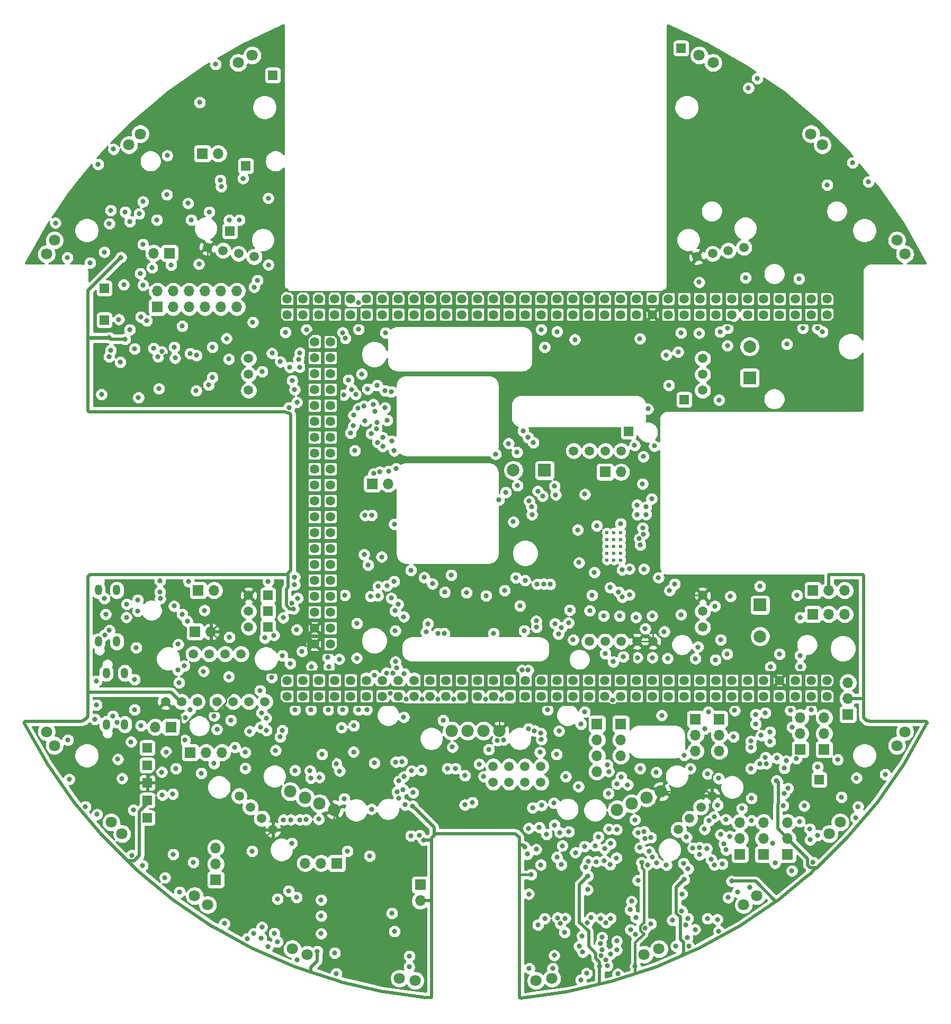
<source format=gbr>
G04 #@! TF.GenerationSoftware,KiCad,Pcbnew,5.1.9-73d0e3b20d~88~ubuntu20.04.1*
G04 #@! TF.CreationDate,2020-12-30T10:14:53-08:00*
G04 #@! TF.ProjectId,master_board,6d617374-6572-45f6-926f-6172642e6b69,Rev. A*
G04 #@! TF.SameCoordinates,Original*
G04 #@! TF.FileFunction,Copper,L3,Inr*
G04 #@! TF.FilePolarity,Positive*
%FSLAX46Y46*%
G04 Gerber Fmt 4.6, Leading zero omitted, Abs format (unit mm)*
G04 Created by KiCad (PCBNEW 5.1.9-73d0e3b20d~88~ubuntu20.04.1) date 2020-12-30 10:14:53*
%MOMM*%
%LPD*%
G01*
G04 APERTURE LIST*
G04 #@! TA.AperFunction,ComponentPad*
%ADD10C,2.000000*%
G04 #@! TD*
G04 #@! TA.AperFunction,ComponentPad*
%ADD11R,2.000000X2.000000*%
G04 #@! TD*
G04 #@! TA.AperFunction,ComponentPad*
%ADD12O,1.700000X1.700000*%
G04 #@! TD*
G04 #@! TA.AperFunction,ComponentPad*
%ADD13R,1.700000X1.700000*%
G04 #@! TD*
G04 #@! TA.AperFunction,ComponentPad*
%ADD14C,1.520000*%
G04 #@! TD*
G04 #@! TA.AperFunction,ComponentPad*
%ADD15C,0.600000*%
G04 #@! TD*
G04 #@! TA.AperFunction,ComponentPad*
%ADD16C,1.800000*%
G04 #@! TD*
G04 #@! TA.AperFunction,ComponentPad*
%ADD17C,1.980000*%
G04 #@! TD*
G04 #@! TA.AperFunction,ComponentPad*
%ADD18O,1.200000X1.700000*%
G04 #@! TD*
G04 #@! TA.AperFunction,ComponentPad*
%ADD19R,1.500000X1.500000*%
G04 #@! TD*
G04 #@! TA.AperFunction,ViaPad*
%ADD20C,0.800000*%
G04 #@! TD*
G04 #@! TA.AperFunction,Conductor*
%ADD21C,0.600000*%
G04 #@! TD*
G04 #@! TA.AperFunction,Conductor*
%ADD22C,0.250000*%
G04 #@! TD*
G04 #@! TA.AperFunction,Conductor*
%ADD23C,0.500000*%
G04 #@! TD*
G04 #@! TA.AperFunction,Conductor*
%ADD24C,0.400000*%
G04 #@! TD*
G04 #@! TA.AperFunction,Conductor*
%ADD25C,0.254000*%
G04 #@! TD*
G04 #@! TA.AperFunction,Conductor*
%ADD26C,0.100000*%
G04 #@! TD*
G04 APERTURE END LIST*
D10*
X106030000Y-96390000D03*
D11*
X111030000Y-96390000D03*
D10*
X145470000Y-122910000D03*
D11*
X145470000Y-117910000D03*
D12*
X48768000Y-137414000D03*
D13*
X51308000Y-137414000D03*
D12*
X159004000Y-115570000D03*
X156464000Y-115570000D03*
D13*
X153924000Y-115570000D03*
D14*
X62484000Y-125730000D03*
X59944000Y-125730000D03*
X57404000Y-125730000D03*
X54864000Y-125730000D03*
X66294000Y-133350000D03*
X63754000Y-133350000D03*
X61214000Y-133350000D03*
X58674000Y-133350000D03*
X55499000Y-133350000D03*
X52959000Y-133350000D03*
X50419000Y-133350000D03*
D12*
X138938000Y-141224000D03*
X138938000Y-138684000D03*
D13*
X138938000Y-136144000D03*
D12*
X123190000Y-141986000D03*
X123190000Y-139446000D03*
D13*
X123190000Y-136906000D03*
D12*
X135128000Y-141224000D03*
X135128000Y-138684000D03*
D13*
X135128000Y-136144000D03*
D12*
X119380000Y-144526000D03*
X119380000Y-141986000D03*
X119380000Y-139446000D03*
D13*
X119380000Y-136906000D03*
D12*
X61800000Y-67760000D03*
X61800000Y-70300000D03*
X59260000Y-67760000D03*
X59260000Y-70300000D03*
X56720000Y-67760000D03*
X56720000Y-70300000D03*
X54180000Y-67760000D03*
X54180000Y-70300000D03*
X51640000Y-67760000D03*
X51640000Y-70300000D03*
X49100000Y-67760000D03*
D13*
X49100000Y-70300000D03*
D12*
X159512000Y-130302000D03*
X159512000Y-132842000D03*
D13*
X159512000Y-135382000D03*
D12*
X159004000Y-119380000D03*
X156464000Y-119380000D03*
D13*
X153924000Y-119380000D03*
D12*
X146030000Y-152654000D03*
X146030000Y-155194000D03*
D13*
X146030000Y-157734000D03*
D12*
X151892000Y-135890000D03*
X151892000Y-138430000D03*
D13*
X151892000Y-140970000D03*
D12*
X86020000Y-98540000D03*
D13*
X83480000Y-98540000D03*
D12*
X72752000Y-159148000D03*
X75292000Y-159148000D03*
D13*
X77832000Y-159148000D03*
D12*
X123238260Y-96657160D03*
D13*
X120698260Y-96657160D03*
D12*
X48514000Y-61722000D03*
D13*
X51054000Y-61722000D03*
D12*
X59436000Y-141478000D03*
X56896000Y-141478000D03*
D13*
X54356000Y-141478000D03*
D12*
X58420000Y-156718000D03*
X58420000Y-159258000D03*
D13*
X58420000Y-161798000D03*
D15*
X121002000Y-106318000D03*
X122102000Y-106318000D03*
X123202000Y-106318000D03*
X121002000Y-107418000D03*
X122102000Y-107418000D03*
X123202000Y-107418000D03*
X121002000Y-108518000D03*
X122102000Y-108518000D03*
X123202000Y-108518000D03*
X121002000Y-109618000D03*
X122102000Y-109618000D03*
X123202000Y-109618000D03*
X123202000Y-110718000D03*
X122102000Y-110718000D03*
X121002000Y-110718000D03*
D14*
X128330000Y-123720000D03*
X125790000Y-123720000D03*
X123250000Y-123720000D03*
X120710000Y-123720000D03*
X118170000Y-123720000D03*
X123290000Y-93280000D03*
X120750000Y-93280000D03*
X118210000Y-93280000D03*
X115670000Y-93280000D03*
X69828500Y-132475800D03*
X72368500Y-132475800D03*
X74908500Y-132475800D03*
X77448500Y-132475800D03*
X79988500Y-132475800D03*
X82528500Y-132475800D03*
X85068500Y-132475800D03*
X87608500Y-132475800D03*
X90148500Y-132475800D03*
X92688500Y-132475800D03*
X95228500Y-132475800D03*
X97768500Y-132475800D03*
X100308500Y-132475800D03*
X102848500Y-132475800D03*
X105388500Y-132475800D03*
X107928500Y-132475800D03*
X110468500Y-132475800D03*
X113008500Y-132475800D03*
X115548500Y-132475800D03*
X118088500Y-132475800D03*
X120628500Y-132475800D03*
X123168500Y-132475800D03*
X125708500Y-132475800D03*
X128248500Y-132475800D03*
X130788500Y-132475800D03*
X133328500Y-132475800D03*
X135868500Y-132475800D03*
X138408500Y-132475800D03*
X140948500Y-132475800D03*
X143488500Y-132475800D03*
X146028500Y-132475800D03*
X148568500Y-132475800D03*
X151108500Y-132475800D03*
X153648500Y-132475800D03*
X156188500Y-132475800D03*
X69828500Y-129935800D03*
X72368500Y-129935800D03*
X74908500Y-129935800D03*
X77448500Y-129935800D03*
X79988500Y-129935800D03*
X82528500Y-129935800D03*
X85068500Y-129935800D03*
X87608500Y-129935800D03*
X90148500Y-129935800D03*
X92688500Y-129935800D03*
X95228500Y-129935800D03*
X97768500Y-129935800D03*
X100308500Y-129935800D03*
X102848500Y-129935800D03*
X105388500Y-129935800D03*
X107928500Y-129935800D03*
X110468500Y-129935800D03*
X113008500Y-129935800D03*
X115548500Y-129935800D03*
X118088500Y-129935800D03*
X120628500Y-129935800D03*
X123168500Y-129935800D03*
X125708500Y-129935800D03*
X128248500Y-129935800D03*
X130788500Y-129935800D03*
X133328500Y-129935800D03*
X135868500Y-129935800D03*
X138408500Y-129935800D03*
X140948500Y-129935800D03*
X143488500Y-129935800D03*
X146028500Y-129935800D03*
X148568500Y-129935800D03*
X151108500Y-129935800D03*
X153648500Y-129935800D03*
X156188500Y-129935800D03*
X69828500Y-71515800D03*
X72368500Y-71515800D03*
X74908500Y-71515800D03*
X77448500Y-71515800D03*
X79988500Y-71515800D03*
X82528500Y-71515800D03*
X85068500Y-71515800D03*
X87608500Y-71515800D03*
X90148500Y-71515800D03*
X92688500Y-71515800D03*
X95228500Y-71515800D03*
X97768500Y-71515800D03*
X100308500Y-71515800D03*
X102848500Y-71515800D03*
X105388500Y-71515800D03*
X107928500Y-71515800D03*
X110468500Y-71515800D03*
X113008500Y-71515800D03*
X115548500Y-71515800D03*
X118088500Y-71515800D03*
X120628500Y-71515800D03*
X123168500Y-71515800D03*
X125708500Y-71515800D03*
X128248500Y-71515800D03*
X130788500Y-71515800D03*
X133328500Y-71515800D03*
X135868500Y-71515800D03*
X138408500Y-71515800D03*
X140948500Y-71515800D03*
X143488500Y-71515800D03*
X146028500Y-71515800D03*
X148568500Y-71515800D03*
X151108500Y-71515800D03*
X153648500Y-71515800D03*
X156188500Y-71515800D03*
X69828500Y-68975800D03*
X72368500Y-68975800D03*
X74908500Y-68975800D03*
X77448500Y-68975800D03*
X79988500Y-68975800D03*
X82528500Y-68975800D03*
X85068500Y-68975800D03*
X87608500Y-68975800D03*
X90148500Y-68975800D03*
X92688500Y-68975800D03*
X95228500Y-68975800D03*
X97768500Y-68975800D03*
X100308500Y-68975800D03*
X102848500Y-68975800D03*
X105388500Y-68975800D03*
X107928500Y-68975800D03*
X110468500Y-68975800D03*
X113008500Y-68975800D03*
X115548500Y-68975800D03*
X118088500Y-68975800D03*
X120628500Y-68975800D03*
X123168500Y-68975800D03*
X125708500Y-68975800D03*
X128248500Y-68975800D03*
X130788500Y-68975800D03*
X133328500Y-68975800D03*
X135868500Y-68975800D03*
X138408500Y-68975800D03*
X140948500Y-68975800D03*
X143488500Y-68975800D03*
X146028500Y-68975800D03*
X148568500Y-68975800D03*
X151108500Y-68975800D03*
X153648500Y-68975800D03*
X156188500Y-68975800D03*
X74230000Y-75870000D03*
X74230000Y-78410000D03*
X74230000Y-80950000D03*
X74230000Y-83490000D03*
X74230000Y-86030000D03*
X74230000Y-88570000D03*
X74230000Y-91110000D03*
X74230000Y-93650000D03*
X74230000Y-96190000D03*
X74230000Y-98730000D03*
X74230000Y-101270000D03*
X74230000Y-103810000D03*
X74230000Y-106350000D03*
X74230000Y-108890000D03*
X74230000Y-111430000D03*
X74230000Y-113970000D03*
X74230000Y-116510000D03*
X74230000Y-119050000D03*
X74230000Y-121590000D03*
X74230000Y-124130000D03*
X76770000Y-75870000D03*
X76770000Y-78410000D03*
X76770000Y-80950000D03*
X76770000Y-83490000D03*
X76770000Y-86030000D03*
X76770000Y-88570000D03*
X76770000Y-91110000D03*
X76770000Y-93650000D03*
X76770000Y-96190000D03*
X76770000Y-98730000D03*
X76770000Y-101270000D03*
X76770000Y-103810000D03*
X76770000Y-106350000D03*
X76770000Y-108890000D03*
X76770000Y-111430000D03*
X76770000Y-113970000D03*
X76770000Y-116510000D03*
X76770000Y-119050000D03*
X76770000Y-121590000D03*
X76770000Y-124130000D03*
X110435000Y-143690000D03*
X107895000Y-143690000D03*
X105355000Y-143690000D03*
X102815000Y-143690000D03*
X110435000Y-146230000D03*
X107895000Y-146230000D03*
X105355000Y-146230000D03*
X102815000Y-146230000D03*
X132423123Y-153789877D03*
X134219174Y-151993826D03*
X136015226Y-150197774D03*
X137811277Y-148401723D03*
X62188723Y-148401723D03*
X63984774Y-150197774D03*
X65780826Y-151993826D03*
X67576877Y-153789877D03*
X64588539Y-62268533D03*
X62096913Y-61775178D03*
X59605287Y-61281822D03*
X57113661Y-60788467D03*
X142886339Y-60788467D03*
X140394713Y-61281822D03*
X137903087Y-61775178D03*
X135411461Y-62268533D03*
X63700000Y-116380000D03*
X63700000Y-118920000D03*
X63700000Y-121460000D03*
X63700000Y-78540000D03*
X63700000Y-81080000D03*
X63700000Y-83620000D03*
X136300000Y-116380000D03*
X136300000Y-118920000D03*
X136300000Y-121460000D03*
X136300000Y-78540000D03*
X136300000Y-81080000D03*
X136300000Y-83620000D03*
D16*
X167348000Y-140349852D03*
X168618000Y-138150148D03*
X156545162Y-154465719D03*
X158277438Y-152608081D03*
X142843722Y-165789575D03*
X144949478Y-164369225D03*
X126946253Y-173741227D03*
X129317547Y-172830973D03*
X109667460Y-177912750D03*
X112182740Y-177559250D03*
X87817260Y-177559250D03*
X90332540Y-177912750D03*
X70682453Y-172830973D03*
X73053747Y-173741227D03*
X55050522Y-164369225D03*
X57156278Y-165789575D03*
X41722562Y-152608081D03*
X43454838Y-154465719D03*
X31382000Y-138150148D03*
X32652000Y-140349852D03*
X32652000Y-59650148D03*
X31382000Y-61849852D03*
X46382862Y-42649584D03*
X44555738Y-44414016D03*
X64267843Y-30092371D03*
X62025157Y-31284829D03*
X137974843Y-31284829D03*
X135732157Y-30092371D03*
X155444262Y-44414016D03*
X153617138Y-42649584D03*
X168618000Y-61849852D03*
X167348000Y-59650148D03*
D17*
X122606119Y-150594024D03*
X124952773Y-149622008D03*
X127299427Y-148649992D03*
X129646081Y-147677976D03*
X96190000Y-138000000D03*
X98730000Y-138000000D03*
X101270000Y-138000000D03*
X103810000Y-138000000D03*
X70353919Y-147677976D03*
X72700573Y-148649992D03*
X75047227Y-149622008D03*
X77393881Y-150594024D03*
D18*
X43888000Y-128778000D03*
X40948000Y-128778000D03*
X43888000Y-136978000D03*
X40948000Y-136978000D03*
X42618000Y-115534000D03*
X39678000Y-115534000D03*
X42618000Y-123734000D03*
X39678000Y-123734000D03*
D12*
X155702000Y-135890000D03*
X155702000Y-138430000D03*
D13*
X155702000Y-140970000D03*
D12*
X149860000Y-152654000D03*
X149860000Y-155194000D03*
D13*
X149860000Y-157734000D03*
D12*
X142240000Y-152654000D03*
X142240000Y-155194000D03*
D13*
X142240000Y-157734000D03*
D19*
X66802000Y-118872000D03*
X66802000Y-121412000D03*
X40640000Y-72390000D03*
X60706000Y-58166000D03*
X40640000Y-67310000D03*
X63246000Y-47752000D03*
D12*
X58852000Y-45798000D03*
D13*
X56312000Y-45798000D03*
D19*
X47498000Y-151892000D03*
X47498000Y-149098000D03*
X47498000Y-146304000D03*
X47498000Y-143510000D03*
X47498000Y-140716000D03*
X154940000Y-145796000D03*
X67564000Y-33274000D03*
X132842000Y-28956000D03*
X124460000Y-90170000D03*
X133350000Y-85090000D03*
X66802000Y-116332000D03*
D12*
X58166000Y-115570000D03*
D13*
X55626000Y-115570000D03*
D12*
X91142000Y-165148000D03*
D13*
X91142000Y-162608000D03*
D12*
X57658000Y-122174000D03*
D13*
X55118000Y-122174000D03*
D10*
X143800000Y-76610000D03*
D11*
X143800000Y-81610000D03*
D20*
X70358000Y-169418000D03*
X141478008Y-141474453D03*
X54864000Y-152400000D03*
X118452000Y-175798000D03*
X83312000Y-162560000D03*
X56637340Y-77982660D03*
X50468756Y-78198789D03*
X65830000Y-169350000D03*
X39460189Y-151353476D03*
X68326000Y-164846000D03*
X45300010Y-150637594D03*
X137104096Y-144881032D03*
X65693952Y-171107990D03*
X67802406Y-170345990D03*
X70104000Y-163576000D03*
X34798009Y-139465020D03*
X145470001Y-114906979D03*
X68313037Y-171716958D03*
X46790713Y-60281017D03*
X41660660Y-54859340D03*
X126318042Y-108299969D03*
X87595436Y-117802885D03*
X81287620Y-73855580D03*
X67434460Y-77684470D03*
X121227096Y-148012904D03*
X53569446Y-135922332D03*
X61499926Y-140634478D03*
X58634015Y-137768568D03*
X127111760Y-121700130D03*
X122870363Y-115818045D03*
X124582340Y-112136340D03*
X88500011Y-135801579D03*
X88227000Y-142897979D03*
X147066000Y-139700000D03*
X66511010Y-135975695D03*
X145468012Y-143292990D03*
X131826000Y-114554000D03*
X151384000Y-116332000D03*
X151924498Y-127746217D03*
X132850000Y-119450000D03*
X121500000Y-115104714D03*
X151892000Y-119888000D03*
X151892000Y-125984000D03*
X123444000Y-112268000D03*
X108458000Y-137668000D03*
X123276682Y-145375737D03*
X93958494Y-132962336D03*
X96498506Y-132962335D03*
X94812000Y-136328000D03*
X75001945Y-145435040D03*
X78541880Y-137485844D03*
X87150000Y-122000000D03*
X88577943Y-128875235D03*
X73525000Y-144375043D03*
X76546956Y-127752489D03*
X76454000Y-134635811D03*
X63144968Y-143973050D03*
X86778875Y-128753555D03*
X78913485Y-84348127D03*
X113321106Y-138034705D03*
X58181905Y-135621660D03*
X144780000Y-136906000D03*
X147129153Y-127775789D03*
X144780000Y-135382000D03*
X123442113Y-116638487D03*
X126856650Y-106569733D03*
X124587491Y-116268056D03*
X126712663Y-105580141D03*
X147066000Y-138176000D03*
X131000000Y-115600000D03*
X138237660Y-118087511D03*
X127556260Y-86570820D03*
X125417538Y-92401942D03*
X127244839Y-103437492D03*
X125813820Y-101914960D03*
X130159760Y-122161300D03*
X87361315Y-127940667D03*
X114906990Y-154117031D03*
X119613021Y-154933755D03*
X119312000Y-158898000D03*
X139192000Y-123444000D03*
X141414024Y-134758010D03*
X137312000Y-152368000D03*
X113236838Y-122530766D03*
X110421678Y-138385863D03*
X104118494Y-132962337D03*
X134322000Y-144018000D03*
X134731760Y-156715460D03*
X107404846Y-128325635D03*
X113852000Y-156368000D03*
X120615425Y-156851941D03*
X121485660Y-159372300D03*
X126252890Y-156684063D03*
X128266826Y-158131450D03*
X108404856Y-128325042D03*
X112604776Y-153055908D03*
X127049994Y-155236039D03*
X117562712Y-159766332D03*
X127749402Y-157275707D03*
X130489960Y-159440880D03*
X132959326Y-166772282D03*
X133250940Y-159181800D03*
X117886281Y-168631207D03*
X72934662Y-73901898D03*
X140208002Y-125730000D03*
X112660665Y-120888623D03*
X101578506Y-132962337D03*
X80481010Y-87601207D03*
X80467726Y-89292153D03*
X104827023Y-99916979D03*
X109406695Y-137984231D03*
X110507690Y-139382169D03*
X101287310Y-145282991D03*
X89752000Y-144398000D03*
X112508415Y-149541664D03*
X113430315Y-154246120D03*
X110553079Y-149906908D03*
X80814734Y-84271056D03*
X71069956Y-83501748D03*
X122523721Y-158312037D03*
X121570851Y-156000148D03*
X87702537Y-148746944D03*
X133722973Y-154992180D03*
X133975950Y-160040320D03*
X70358000Y-127254000D03*
X69086612Y-137945906D03*
X110284022Y-141429978D03*
X80668647Y-93232530D03*
X82161348Y-86115515D03*
X84255194Y-82835325D03*
X62230000Y-56388000D03*
X47397025Y-72497671D03*
X64589670Y-67120351D03*
X51938340Y-78449010D03*
X88878506Y-132962337D03*
X83384734Y-103560367D03*
X82324528Y-88511165D03*
X82804000Y-111506000D03*
X132846655Y-74417336D03*
X83611359Y-85830000D03*
X79659480Y-81960720D03*
X88404742Y-147378524D03*
X102090992Y-140986978D03*
X135730508Y-74479943D03*
X107906401Y-113993081D03*
X73767452Y-127752489D03*
X68742942Y-138974990D03*
X112621060Y-98910140D03*
X76383301Y-126291398D03*
X109691010Y-120438612D03*
X109932595Y-99715320D03*
X89650000Y-112350000D03*
X104487989Y-139443857D03*
X109002990Y-103458796D03*
X84394495Y-114933762D03*
X84379676Y-116451580D03*
X79064082Y-116332000D03*
X109220000Y-91948000D03*
X65568346Y-137414026D03*
X139085611Y-74278620D03*
X72240713Y-125298197D03*
X59182000Y-50038000D03*
X62802000Y-49758000D03*
X85750000Y-128750000D03*
X108933517Y-102237221D03*
X86338506Y-131989264D03*
X94979635Y-122455476D03*
X108387940Y-91139294D03*
X93086770Y-114506850D03*
X87468181Y-147737804D03*
X88512219Y-145334184D03*
X84655989Y-96641651D03*
X83291998Y-90519666D03*
X84341121Y-91930644D03*
X86106000Y-96520008D03*
X83692529Y-96909545D03*
X71119110Y-134635811D03*
X71119110Y-144343219D03*
X79502000Y-157226000D03*
X87093092Y-118836906D03*
X64262000Y-157226000D03*
X108260896Y-157698687D03*
X109971671Y-169001552D03*
X60863458Y-136310777D03*
X54356000Y-134620000D03*
X126936748Y-154097722D03*
X69292000Y-152218000D03*
X127472440Y-159405320D03*
X145645347Y-138728228D03*
X146337665Y-142249713D03*
X136652000Y-137668000D03*
X133350000Y-141898530D03*
X53081340Y-73354090D03*
X45466000Y-76962000D03*
X49820608Y-77424143D03*
X113722299Y-121503159D03*
X115604676Y-123460412D03*
X132374564Y-77482762D03*
X130474541Y-77950060D03*
X112796319Y-100302060D03*
X110702284Y-100499669D03*
X116840000Y-136906000D03*
X109841786Y-114577944D03*
X140303318Y-73674905D03*
X120837779Y-174560954D03*
X66854891Y-63568839D03*
X81280000Y-134635811D03*
X116436189Y-146905722D03*
X122552000Y-173028000D03*
X122561802Y-153781820D03*
X68770785Y-79047056D03*
X71678800Y-78635860D03*
X80512920Y-137175240D03*
X80479050Y-141375550D03*
X121281652Y-153667641D03*
X122567655Y-171577987D03*
X117027010Y-170770050D03*
X119103362Y-156365515D03*
X74904676Y-152112030D03*
X103494986Y-139562017D03*
X110182000Y-153418000D03*
X115957201Y-157457598D03*
X116552000Y-172418000D03*
X121046531Y-175548001D03*
X138684000Y-149860000D03*
X144003574Y-140670806D03*
X128030869Y-155041337D03*
X135085641Y-169737989D03*
X63144968Y-141442291D03*
X49022000Y-56388000D03*
X44704000Y-56642000D03*
X46385021Y-64944697D03*
X65120041Y-66048730D03*
X69223040Y-119929060D03*
X125947010Y-154240701D03*
X128012766Y-168832188D03*
X70166777Y-86358258D03*
X49356793Y-83348990D03*
X67394690Y-129464629D03*
X68013609Y-141129021D03*
X67767634Y-122746930D03*
X71519967Y-116814495D03*
X109103059Y-150290068D03*
X112562000Y-173868000D03*
X73660000Y-134635811D03*
X70298030Y-79937890D03*
X71893850Y-79909250D03*
X75444079Y-141762602D03*
X89408000Y-173990000D03*
X99475248Y-149434008D03*
X107621181Y-90104500D03*
X83800000Y-129150000D03*
X108561431Y-101309010D03*
X82594448Y-134635811D03*
X78252000Y-144423010D03*
X91770200Y-113499900D03*
X92383338Y-120888623D03*
X152321045Y-73675811D03*
X91039456Y-154691961D03*
X98266422Y-149823000D03*
X78718503Y-134635811D03*
X77692000Y-143238000D03*
X140253720Y-76488450D03*
X154636640Y-73700704D03*
X127244839Y-102247521D03*
X128150620Y-100931980D03*
X115043294Y-118700054D03*
X78192936Y-126550000D03*
X88726412Y-149820627D03*
X89652000Y-154778000D03*
X91418494Y-132962337D03*
X107760249Y-121996390D03*
X93980000Y-122428000D03*
X87227317Y-142973632D03*
X155463240Y-74287380D03*
X128566580Y-92508740D03*
X129234012Y-113529192D03*
X107073700Y-118033800D03*
X54356000Y-77724000D03*
X48514000Y-76895070D03*
X117982000Y-158808000D03*
X121532162Y-173706709D03*
X144021091Y-139663004D03*
X124932000Y-165228000D03*
X140025583Y-152183030D03*
X125452155Y-152210610D03*
X120056249Y-173937068D03*
X121574560Y-167967660D03*
X120828561Y-168644090D03*
X120001714Y-171970550D03*
X120217621Y-170994123D03*
X120004323Y-167964454D03*
X125582000Y-170528000D03*
X125608826Y-167813055D03*
X120209141Y-172948813D03*
X118482000Y-167828000D03*
X46792000Y-53478000D03*
X86990000Y-105000000D03*
X82322340Y-103597660D03*
X86990000Y-105000000D03*
X84970000Y-110220056D03*
X54027148Y-53732862D03*
X82161660Y-109838340D03*
X50686000Y-46114000D03*
X40172491Y-84262491D03*
X116524793Y-111128116D03*
X102870000Y-122428000D03*
X92072000Y-122218000D03*
X83812000Y-143138000D03*
X126900000Y-112168006D03*
X123190000Y-104902000D03*
X152527000Y-149987000D03*
X141224000Y-138938000D03*
X146304000Y-135128000D03*
X40640000Y-116840000D03*
X40684000Y-122682000D03*
X41424000Y-121942000D03*
X49530000Y-114046000D03*
X56134000Y-144780000D03*
X86614000Y-91694000D03*
X46482000Y-137160000D03*
X42672000Y-136652000D03*
X41973791Y-135636000D03*
X39370000Y-130048000D03*
X39115998Y-136144000D03*
X45465998Y-129794000D03*
X57416698Y-55113729D03*
X86512816Y-83823524D03*
X50636724Y-52360990D03*
X56505765Y-128499505D03*
X78994000Y-148844000D03*
X90002000Y-147873000D03*
X122732779Y-176838437D03*
X108502000Y-164058000D03*
X124765699Y-169761747D03*
X117122000Y-173368000D03*
X124707010Y-166582573D03*
X144102000Y-148778000D03*
X55892000Y-37618000D03*
X125942000Y-161898000D03*
X120593170Y-158751964D03*
X83058000Y-157988000D03*
X73660000Y-145542000D03*
X77470000Y-173482000D03*
X44213784Y-117782966D03*
X95504000Y-144018000D03*
X86614000Y-167132000D03*
X46078174Y-84770274D03*
X44704000Y-73914000D03*
X41656000Y-77216000D03*
X96773999Y-144018000D03*
X54864000Y-159004000D03*
X143614140Y-35303460D03*
X156220160Y-50802540D03*
X143159480Y-65615820D03*
X135745220Y-66347340D03*
X151696420Y-65796160D03*
X115869720Y-75506580D03*
X126268480Y-75346560D03*
X149748240Y-76217780D03*
X138927840Y-85153500D03*
X130896360Y-82804000D03*
X116303872Y-105900012D03*
X117450001Y-100215299D03*
X106030000Y-104617760D03*
X126682500Y-98557080D03*
X126822200Y-94200980D03*
X55321020Y-83676330D03*
X55372000Y-78025150D03*
X49220581Y-78250199D03*
X41424860Y-56989980D03*
X32801560Y-56870600D03*
X42097960Y-45085000D03*
X64373760Y-72722740D03*
X69575680Y-74348340D03*
X65872360Y-80601820D03*
X51320700Y-63586360D03*
X55758080Y-63451740D03*
X43736260Y-66735960D03*
X34726880Y-62425580D03*
X60545980Y-78613000D03*
X46835599Y-66804001D03*
X66845180Y-52923440D03*
X71909940Y-77614780D03*
X81782920Y-81005680D03*
X71391780Y-121851420D03*
X53400960Y-127619760D03*
X66835020Y-114147600D03*
X54117240Y-114155220D03*
X56642000Y-118760240D03*
X53896260Y-120477280D03*
X52438300Y-124170440D03*
X60614560Y-123037600D03*
X66268600Y-123146820D03*
X87261700Y-96116140D03*
X95050000Y-115856883D03*
X111899123Y-114578290D03*
X101663304Y-116422330D03*
X120459500Y-119631460D03*
X118239540Y-118816120D03*
X123014740Y-119664480D03*
X125620780Y-119867680D03*
X128229360Y-119664480D03*
X104630220Y-115570000D03*
X98534220Y-115940840D03*
X80992980Y-126382780D03*
X81013300Y-120837960D03*
X35018980Y-145729960D03*
X42781220Y-142534640D03*
X44903390Y-139769850D03*
X43456440Y-145612700D03*
X50317400Y-161465260D03*
X52659280Y-163756340D03*
X59824620Y-168780460D03*
X64505840Y-170388280D03*
X66791840Y-172438060D03*
X71465440Y-174632620D03*
X44993560Y-157876240D03*
X75292000Y-170389500D03*
X75292000Y-167577720D03*
X75292000Y-165012320D03*
X87010240Y-170035220D03*
X89377520Y-175709580D03*
X49903380Y-148244560D03*
X49801780Y-144586960D03*
X50512980Y-141371320D03*
X83357720Y-150510240D03*
X98277680Y-145135600D03*
X120743980Y-125676660D03*
X123593860Y-126156720D03*
X125851920Y-126296420D03*
X128249680Y-126296420D03*
X130677920Y-126438660D03*
X135138160Y-126464060D03*
X135529320Y-124609860D03*
X138356340Y-126657100D03*
X129745740Y-135539480D03*
X137195560Y-134965440D03*
X151815800Y-152493980D03*
X150558500Y-160357820D03*
X157873700Y-142603220D03*
X160898840Y-145529300D03*
X161142680Y-150111460D03*
X165514020Y-144962880D03*
X133002020Y-164068760D03*
X108569760Y-175950880D03*
X117754400Y-176723040D03*
X139146280Y-154561540D03*
X112321340Y-175950880D03*
X127116840Y-169519600D03*
X141866620Y-163746180D03*
X106682540Y-98828860D03*
X106611420Y-93505020D03*
X96093280Y-113113820D03*
X140736320Y-116519960D03*
X117899180Y-163375340D03*
X96285232Y-140587912D03*
X100558600Y-143324580D03*
X53497480Y-139501880D03*
X113698020Y-159379920D03*
X110403640Y-159400240D03*
X114317780Y-167954960D03*
X87739220Y-146001740D03*
X128923668Y-159133026D03*
X131445000Y-168259760D03*
X140384690Y-164637174D03*
X135787499Y-157781380D03*
X132029200Y-172374560D03*
X124310140Y-146618960D03*
X128897380Y-144630140D03*
X59320000Y-51050000D03*
X60590000Y-56420000D03*
X86500000Y-116800000D03*
X88500000Y-119774979D03*
X91325000Y-144295076D03*
X85163988Y-91150012D03*
X148176979Y-142364377D03*
X54522010Y-56387565D03*
X74676000Y-173228000D03*
X85525404Y-83665279D03*
X85506805Y-86400186D03*
X70895131Y-118520581D03*
X148110937Y-145954764D03*
X107825020Y-156551036D03*
X108877000Y-160948000D03*
X119814796Y-175619119D03*
X125505466Y-175653562D03*
X140923649Y-162011031D03*
X89927000Y-150017680D03*
X91694000Y-155448000D03*
X57912000Y-76708000D03*
X51816000Y-76708000D03*
X60161010Y-75332143D03*
X43942000Y-75438000D03*
X41402000Y-75184000D03*
X43280858Y-62381378D03*
X83214161Y-116524472D03*
X117934740Y-161193480D03*
X126543883Y-159034096D03*
X133347376Y-161759810D03*
X45976143Y-117093360D03*
X49570000Y-116880000D03*
X70573759Y-117573616D03*
X63869729Y-138065534D03*
X51642000Y-157738000D03*
X71061092Y-114662989D03*
X138848650Y-145581043D03*
X85598000Y-74422000D03*
X80010000Y-90424000D03*
X121920000Y-133096000D03*
X80182292Y-83496433D03*
X114855766Y-120749133D03*
X121998740Y-126961900D03*
X110900421Y-114527122D03*
X126291340Y-144015460D03*
X103725000Y-101092000D03*
X106426000Y-113538000D03*
X148590000Y-125730000D03*
X150320597Y-134727555D03*
X86986681Y-93274066D03*
X149352000Y-143961966D03*
X111048800Y-76720700D03*
X109728984Y-121437903D03*
X150626660Y-137418660D03*
X149344283Y-148008187D03*
X149196088Y-149959225D03*
X139734010Y-156059150D03*
X138151990Y-159414196D03*
X147872323Y-159127412D03*
X154686000Y-154686000D03*
X142590757Y-150404562D03*
X137648606Y-158550119D03*
X146466690Y-143241366D03*
X153626933Y-134635811D03*
X151275999Y-142420020D03*
X144092000Y-152338000D03*
X138140002Y-151733019D03*
X136950592Y-156813108D03*
X136592906Y-153715843D03*
X135816340Y-156667200D03*
X133925055Y-167972023D03*
X140604629Y-154831447D03*
X137063173Y-168011935D03*
X144018000Y-144018000D03*
X149671895Y-142792582D03*
X133571957Y-169017798D03*
X153483830Y-155411010D03*
X138648440Y-168120060D03*
X147509982Y-155946871D03*
X140048763Y-157010312D03*
X139441787Y-159268153D03*
X143802000Y-163008000D03*
X133843786Y-171057228D03*
X39370000Y-133858000D03*
X45466000Y-134620000D03*
X40847977Y-119380000D03*
X52577994Y-130302000D03*
X44148016Y-119873992D03*
X52415807Y-128290211D03*
X49530000Y-115824000D03*
X105263606Y-92105579D03*
X85847340Y-88396660D03*
X110485200Y-73893960D03*
X103180327Y-93800947D03*
X42950000Y-72290000D03*
X81240000Y-69620000D03*
X46482000Y-71882000D03*
X48260000Y-64008000D03*
X85126990Y-92549056D03*
X119380000Y-105243470D03*
X79154137Y-75304479D03*
X69088000Y-125984000D03*
X65786000Y-135128000D03*
X66548000Y-137922000D03*
X65532000Y-131572000D03*
X114412000Y-145318000D03*
X113539773Y-168777479D03*
X122571350Y-146465695D03*
X43958000Y-55111998D03*
X46198366Y-55401634D03*
X70604746Y-155968134D03*
X109682000Y-156938000D03*
X71873177Y-152204174D03*
X108477200Y-153574279D03*
X111333000Y-154518864D03*
X72878403Y-152184081D03*
X111041180Y-167972740D03*
X118974990Y-112686048D03*
X85844506Y-114804148D03*
X86956340Y-114143660D03*
X118618000Y-116332000D03*
X117439360Y-134974937D03*
X114224473Y-170172968D03*
X117411426Y-156457967D03*
X71417914Y-85511437D03*
X82717948Y-83390416D03*
X70667343Y-82053795D03*
X84142000Y-89748000D03*
X60509999Y-129343999D03*
X112982000Y-158188000D03*
X70462000Y-152208000D03*
X41402000Y-78232000D03*
X71069956Y-113433737D03*
X57332000Y-82734310D03*
X113090960Y-167883840D03*
X83897726Y-86983945D03*
X84247328Y-88705518D03*
X57912000Y-81534000D03*
X78711287Y-74407870D03*
X43167300Y-79104650D03*
X45974000Y-118872000D03*
X45720000Y-124714000D03*
X53086000Y-119380000D03*
X51783595Y-118077595D03*
X145034000Y-33782000D03*
X160274000Y-47244000D03*
X160782000Y-151892000D03*
X158496000Y-148590000D03*
X153924000Y-159004000D03*
X153416000Y-153670000D03*
X116840000Y-177800000D03*
X77724000Y-176784000D03*
X63500000Y-171196000D03*
X46736000Y-159512000D03*
X37592000Y-150114000D03*
X38354000Y-63246000D03*
X39624000Y-47498000D03*
X58431764Y-31516392D03*
X162814000Y-50292000D03*
X134069571Y-172414399D03*
X125841760Y-103492300D03*
X126183303Y-107309075D03*
X51562000Y-148082000D03*
X121289989Y-144508220D03*
X111505110Y-134635811D03*
X121058670Y-143450847D03*
X112947610Y-141760790D03*
X87156969Y-126961756D03*
X81218941Y-86486914D03*
X113021731Y-74225836D03*
X138873450Y-170020262D03*
X40612650Y-61527947D03*
X71374000Y-164592000D03*
X58166000Y-143219010D03*
X52070000Y-144018000D03*
X154686000Y-143764000D03*
X149920135Y-147190618D03*
D21*
X142208501Y-131105101D02*
X142117801Y-131195801D01*
X142208501Y-128796099D02*
X142208501Y-131105101D01*
X142088201Y-128675799D02*
X142208501Y-128796099D01*
X142088201Y-128675799D02*
X144677799Y-128675799D01*
X139668501Y-133635499D02*
X139668501Y-131359101D01*
X139568199Y-133735801D02*
X139668501Y-133635499D01*
X139831801Y-131195801D02*
X142117801Y-131195801D01*
X139668501Y-131359101D02*
X139831801Y-131195801D01*
X137008201Y-128675799D02*
X137128501Y-128796099D01*
X134608499Y-133592499D02*
X134608499Y-131235797D01*
X134234199Y-133735801D02*
X134751801Y-133735801D01*
X134751801Y-133735801D02*
X137291801Y-133735801D01*
D22*
X134588501Y-133735801D02*
X134751801Y-133735801D01*
D21*
X116717801Y-131195801D02*
X119248199Y-131195801D01*
X114268501Y-131359101D02*
X114431801Y-131195801D01*
X114268501Y-133635499D02*
X114268501Y-131359101D01*
X114168199Y-133735801D02*
X114268501Y-133635499D01*
X114431801Y-131195801D02*
X116717801Y-131195801D01*
X114288499Y-131052499D02*
X114288499Y-128839099D01*
X114288499Y-128839099D02*
X114451799Y-128675799D01*
X114431801Y-131195801D02*
X114288499Y-131052499D01*
X139568199Y-133735801D02*
X142362199Y-133735801D01*
X139688499Y-128839099D02*
X139688499Y-131085103D01*
X139851799Y-128675799D02*
X139688499Y-128839099D01*
X139577801Y-131195801D02*
X139831801Y-131195801D01*
X139688499Y-131085103D02*
X139577801Y-131195801D01*
X139851799Y-128675799D02*
X142088201Y-128675799D01*
X137128501Y-128796099D02*
X137128501Y-131095499D01*
X137128501Y-131095499D02*
X137028199Y-131195801D01*
X126897799Y-128675799D02*
X129388201Y-128675799D01*
X124448499Y-133592499D02*
X124448499Y-131329501D01*
X124591801Y-133735801D02*
X124448499Y-133592499D01*
X124582199Y-131195801D02*
X127122199Y-131195801D01*
X124448499Y-131329501D02*
X124582199Y-131195801D01*
X122612201Y-133735801D02*
X124591801Y-133735801D01*
X124591801Y-133735801D02*
X127131801Y-133735801D01*
X144677799Y-128675799D02*
X145439799Y-128675799D01*
X97286336Y-133862336D02*
X91181664Y-133862336D01*
X72512199Y-133735801D02*
X70743801Y-133735801D01*
X73537801Y-133735801D02*
X72512199Y-133735801D01*
X146201799Y-128675799D02*
X147217799Y-128675799D01*
X145439799Y-128675799D02*
X146201799Y-128675799D01*
X71108499Y-131329501D02*
X71108499Y-133371103D01*
X71222201Y-131215799D02*
X71108499Y-131329501D01*
X71108499Y-133371103D02*
X70743801Y-133735801D01*
X73648499Y-133625103D02*
X73537801Y-133735801D01*
X73811799Y-131215799D02*
X73648499Y-131379099D01*
X74553801Y-133735801D02*
X73537801Y-133735801D01*
X76077801Y-133735801D02*
X74553801Y-133735801D01*
D22*
X72644000Y-133867602D02*
X72512199Y-133735801D01*
D21*
X119257801Y-133735801D02*
X121227799Y-133735801D01*
D22*
X76165199Y-128652499D02*
X76074499Y-128652499D01*
X78614499Y-128769801D02*
X78614499Y-128652499D01*
X76168501Y-131215799D02*
X76168501Y-131336099D01*
D21*
X73648499Y-131379099D02*
X73648499Y-133625103D01*
X76168501Y-133645101D02*
X76077801Y-133735801D01*
X76168501Y-131336099D02*
X76168501Y-133645101D01*
X76048201Y-131215799D02*
X76168501Y-131336099D01*
X78728499Y-133592499D02*
X78871801Y-133735801D01*
X78728499Y-131227300D02*
X78728499Y-133592499D01*
X78740000Y-131215799D02*
X78728499Y-131227300D01*
X78871801Y-133735801D02*
X76077801Y-133735801D01*
X129671801Y-133735801D02*
X132211801Y-133735801D01*
X129528499Y-131329501D02*
X129662199Y-131195801D01*
X129528499Y-133592499D02*
X129528499Y-131329501D01*
X129671801Y-133735801D02*
X129528499Y-133592499D01*
X129662199Y-131195801D02*
X132202199Y-131195801D01*
X129528499Y-128816097D02*
X129388201Y-128675799D01*
X129528499Y-131062101D02*
X129528499Y-128816097D01*
X129662199Y-131195801D02*
X129528499Y-131062101D01*
X152551799Y-128675799D02*
X154837799Y-128675799D01*
X156840199Y-131195801D02*
X154817801Y-131195801D01*
X154908501Y-131105101D02*
X154908501Y-128746501D01*
X154817801Y-131195801D02*
X152531801Y-131195801D01*
X154908501Y-133381499D02*
X154554199Y-133735801D01*
X154817801Y-131195801D02*
X154908501Y-131286501D01*
X154908501Y-131286501D02*
X154908501Y-133381499D01*
X154554199Y-133735801D02*
X157094199Y-133735801D01*
X111628199Y-131195801D02*
X111728501Y-131095499D01*
X109088199Y-131195801D02*
X111628199Y-131195801D01*
X111628199Y-131195801D02*
X114431801Y-131195801D01*
X111728501Y-133635499D02*
X111628199Y-133735801D01*
X111728501Y-131296103D02*
X111728501Y-133635499D01*
X91428499Y-131052499D02*
X91428499Y-128789501D01*
X91571801Y-131195801D02*
X91428499Y-131052499D01*
X91428499Y-128789501D02*
X91542201Y-128675799D01*
X93948501Y-128746501D02*
X93877799Y-128675799D01*
X93948501Y-131095499D02*
X93948501Y-128746501D01*
X93848199Y-131195801D02*
X93948501Y-131095499D01*
X106811801Y-131195801D02*
X106668499Y-131339103D01*
X106811801Y-131195801D02*
X109088199Y-131195801D01*
X73648499Y-131052499D02*
X73811799Y-131215799D01*
X73648499Y-128789501D02*
X73648499Y-131052499D01*
X73785501Y-128652499D02*
X73648499Y-128789501D01*
X145927801Y-133735801D02*
X147451801Y-133735801D01*
X144911801Y-133735801D02*
X145927801Y-133735801D01*
X81248501Y-131296103D02*
X81148199Y-131195801D01*
X81148199Y-133735801D02*
X81248501Y-133635499D01*
X81248501Y-133635499D02*
X81248501Y-131296103D01*
X81148199Y-133735801D02*
X78871801Y-133735801D01*
X83788501Y-131286501D02*
X83697801Y-131195801D01*
X83788501Y-133645101D02*
X83788501Y-131286501D01*
X83697801Y-133735801D02*
X83788501Y-133645101D01*
X83697801Y-131195801D02*
X85799967Y-131195801D01*
D22*
X132211801Y-133592499D02*
X132211801Y-133735801D01*
D21*
X134608499Y-131235797D02*
X134588501Y-131215799D01*
X134751801Y-133735801D02*
X134608499Y-133592499D01*
X88319968Y-133735801D02*
X83697801Y-133735801D01*
X88446505Y-133862338D02*
X88319968Y-133735801D01*
X98937801Y-133735801D02*
X98811266Y-133862336D01*
X102010507Y-133862338D02*
X99064338Y-133862338D01*
X106685264Y-133862338D02*
X102010507Y-133862338D01*
X106811801Y-133735801D02*
X106685264Y-133862338D01*
X119248199Y-133726199D02*
X119257801Y-133735801D01*
X147451801Y-131195801D02*
X147308499Y-131052499D01*
X147308499Y-131052499D02*
X147308499Y-128766499D01*
X147217799Y-128675799D02*
X149757799Y-128675799D01*
X144911801Y-133735801D02*
X144768499Y-133592499D01*
X144768499Y-131329501D02*
X144902199Y-131195801D01*
X144768499Y-133592499D02*
X144768499Y-131329501D01*
X144902199Y-131195801D02*
X147451801Y-131195801D01*
X91542201Y-128675799D02*
X93877799Y-128675799D01*
X91571801Y-131195801D02*
X93848199Y-131195801D01*
X96488501Y-128809499D02*
X96622201Y-128675799D01*
X96397801Y-131195801D02*
X96488501Y-131105101D01*
X96488501Y-131105101D02*
X96488501Y-128809499D01*
X96622201Y-128675799D02*
X96925799Y-128675799D01*
X93877799Y-128675799D02*
X96622201Y-128675799D01*
X93848199Y-131195801D02*
X96397801Y-131195801D01*
D22*
X88868501Y-131195801D02*
X88777801Y-131195801D01*
D21*
X88777801Y-131195801D02*
X91571801Y-131195801D01*
X86877045Y-131195801D02*
X88777801Y-131195801D01*
X89149663Y-133862337D02*
X88446505Y-133862338D01*
X99028501Y-128796099D02*
X98908201Y-128675799D01*
X99028501Y-131095499D02*
X99028501Y-128796099D01*
X98928199Y-131195801D02*
X99028501Y-131095499D01*
X96925799Y-128675799D02*
X98908201Y-128675799D01*
X96397801Y-131195801D02*
X98928199Y-131195801D01*
X98908201Y-128675799D02*
X101448201Y-128675799D01*
X101468199Y-131195801D02*
X101568501Y-131095499D01*
X98928199Y-131195801D02*
X101468199Y-131195801D01*
X137028199Y-131195801D02*
X139577801Y-131195801D01*
X137008201Y-128675799D02*
X139851799Y-128675799D01*
X137128501Y-133572501D02*
X137291801Y-133735801D01*
X137128501Y-131296103D02*
X137128501Y-133572501D01*
X137028199Y-131195801D02*
X137128501Y-131296103D01*
X137291801Y-133735801D02*
X139568199Y-133735801D01*
X134588501Y-131032501D02*
X134751801Y-131195801D01*
X134588501Y-128746501D02*
X134588501Y-131032501D01*
X132211801Y-133735801D02*
X134234199Y-133735801D01*
X81148199Y-131195801D02*
X83697801Y-131195801D01*
X83697801Y-133735801D02*
X81148199Y-133735801D01*
X106668499Y-131339103D02*
X106668499Y-128883553D01*
X106668499Y-128883553D02*
X106460745Y-128675799D01*
X104128499Y-128766499D02*
X104037799Y-128675799D01*
X104128499Y-131062101D02*
X104128499Y-128766499D01*
X104262199Y-131195801D02*
X104128499Y-131062101D01*
X104037799Y-128675799D02*
X103529799Y-128675799D01*
X106460745Y-128675799D02*
X104037799Y-128675799D01*
X111728501Y-131095499D02*
X111728501Y-128796099D01*
X119248199Y-131195801D02*
X119348501Y-131095499D01*
X119348501Y-128809499D02*
X119482201Y-128675799D01*
X119482201Y-128675799D02*
X122022201Y-128675799D01*
X119348501Y-131095499D02*
X119348501Y-128809499D01*
X119248199Y-131195801D02*
X122051801Y-131195801D01*
X116808501Y-128796099D02*
X116688201Y-128675799D01*
X116717801Y-131195801D02*
X116808501Y-131105101D01*
X116808501Y-131105101D02*
X116808501Y-128796099D01*
X116688201Y-128675799D02*
X119482201Y-128675799D01*
X111628199Y-131195801D02*
X111728501Y-131296103D01*
X111628199Y-133735801D02*
X109351801Y-133735801D01*
X114168199Y-133735801D02*
X111628199Y-133735801D01*
X99028501Y-133572501D02*
X99318338Y-133862338D01*
X99028501Y-131296103D02*
X99028501Y-133572501D01*
X98928199Y-131195801D02*
X99028501Y-131296103D01*
X98937801Y-133735801D02*
X99064338Y-133862338D01*
X99064338Y-133862338D02*
X99318338Y-133862338D01*
X114168199Y-133735801D02*
X116717801Y-133735801D01*
D22*
X116808501Y-131195801D02*
X116717801Y-131195801D01*
X116828499Y-133735801D02*
X116717801Y-133735801D01*
X134588501Y-131215799D02*
X134588501Y-131032501D01*
X132202199Y-131349499D02*
X132202199Y-131195801D01*
D21*
X75490001Y-128652499D02*
X73785501Y-128652499D01*
X71108499Y-131102097D02*
X71222201Y-131215799D01*
X71108499Y-128789501D02*
X71108499Y-131102097D01*
X71245501Y-128652499D02*
X71108499Y-128789501D01*
X71222201Y-131215799D02*
X73811799Y-131215799D01*
X68972001Y-131215799D02*
X71222201Y-131215799D01*
X73785501Y-128652499D02*
X71245501Y-128652499D01*
X114451799Y-128675799D02*
X116688201Y-128675799D01*
X109188501Y-133572501D02*
X109351801Y-133735801D01*
X109188501Y-131296103D02*
X109188501Y-133572501D01*
X109088199Y-131195801D02*
X109188501Y-131296103D01*
X106668499Y-133592499D02*
X106811801Y-133735801D01*
X106668499Y-131339103D02*
X106668499Y-133592499D01*
X109351801Y-133735801D02*
X106811801Y-133735801D01*
X104262199Y-131195801D02*
X106811801Y-131195801D01*
X152277801Y-133735801D02*
X154554199Y-133735801D01*
X149848499Y-133592499D02*
X149848499Y-131329501D01*
X149991801Y-133735801D02*
X149848499Y-133592499D01*
X149982199Y-131195801D02*
X152531801Y-131195801D01*
X149848499Y-131329501D02*
X149982199Y-131195801D01*
X149991801Y-133735801D02*
X152277801Y-133735801D01*
X149848499Y-131329501D02*
X149848499Y-128766499D01*
X134517799Y-128675799D02*
X134588501Y-128746501D01*
X134751801Y-131195801D02*
X137028199Y-131195801D01*
X134517799Y-128675799D02*
X137008201Y-128675799D01*
X132048501Y-131042103D02*
X132202199Y-131195801D01*
X132048501Y-128746501D02*
X132048501Y-131042103D01*
X131977799Y-128675799D02*
X132048501Y-128746501D01*
X132202199Y-131195801D02*
X134751801Y-131195801D01*
X131977799Y-128675799D02*
X134517799Y-128675799D01*
D22*
X119248199Y-131316101D02*
X119248199Y-131195801D01*
X119257801Y-133645101D02*
X119257801Y-133735801D01*
D21*
X116808501Y-133645101D02*
X116717801Y-133735801D01*
X116808501Y-131286501D02*
X116808501Y-133645101D01*
X116717801Y-131195801D02*
X116808501Y-131286501D01*
X116717801Y-133735801D02*
X119257801Y-133735801D01*
X156793301Y-128675799D02*
X157448501Y-129330999D01*
X157226000Y-130763102D02*
X157226000Y-130810000D01*
X152388499Y-133625103D02*
X152277801Y-133735801D01*
X152388499Y-131339103D02*
X152388499Y-133625103D01*
X152531801Y-131195801D02*
X152388499Y-131339103D01*
X154908501Y-128746501D02*
X154837799Y-128675799D01*
X154817801Y-131195801D02*
X154908501Y-131105101D01*
X154837799Y-128675799D02*
X156793301Y-128675799D01*
X124448499Y-128789501D02*
X124562201Y-128675799D01*
X124448499Y-131329501D02*
X124448499Y-128789501D01*
X124562201Y-128675799D02*
X126897799Y-128675799D01*
X121908499Y-128789501D02*
X122022201Y-128675799D01*
X122051801Y-131195801D02*
X121908499Y-131052499D01*
X122022201Y-128675799D02*
X124562201Y-128675799D01*
X121908499Y-131052499D02*
X121908499Y-128789501D01*
X122051801Y-131195801D02*
X124582199Y-131195801D01*
X129388201Y-128675799D02*
X131977799Y-128675799D01*
X126988499Y-131329501D02*
X127122199Y-131195801D01*
X127131801Y-133735801D02*
X126988499Y-133592499D01*
X126988499Y-133592499D02*
X126988499Y-131329501D01*
X127122199Y-131195801D02*
X129662199Y-131195801D01*
X127131801Y-133735801D02*
X129671801Y-133735801D01*
X126988499Y-128766499D02*
X126897799Y-128675799D01*
X126988499Y-131062101D02*
X126988499Y-128766499D01*
X127122199Y-131195801D02*
X126988499Y-131062101D01*
X101568501Y-128796099D02*
X101448201Y-128675799D01*
X101568501Y-131095499D02*
X101568501Y-128796099D01*
X101468199Y-131195801D02*
X104262199Y-131195801D01*
X104262199Y-131186199D02*
X104262199Y-131195801D01*
X101448201Y-128675799D02*
X103529799Y-128675799D01*
X157226000Y-130810000D02*
X156840199Y-131195801D01*
X157448501Y-130540601D02*
X157226000Y-130763102D01*
X157448501Y-129330999D02*
X157448501Y-130540601D01*
X76168501Y-131095499D02*
X76168501Y-128746501D01*
X76168501Y-128746501D02*
X76074499Y-128652499D01*
X76048201Y-131215799D02*
X76168501Y-131095499D01*
X76074499Y-128652499D02*
X75490001Y-128652499D01*
X73811799Y-131215799D02*
X76048201Y-131215799D01*
X78614499Y-128652499D02*
X76074499Y-128652499D01*
X76048201Y-131215799D02*
X78740000Y-131215799D01*
X149848499Y-128766499D02*
X149757799Y-128675799D01*
X149757799Y-128675799D02*
X152551799Y-128675799D01*
X147308499Y-131339103D02*
X147451801Y-131195801D01*
X147308499Y-133592499D02*
X147308499Y-131339103D01*
X147451801Y-133735801D02*
X147308499Y-133592499D01*
X147451801Y-131195801D02*
X149982199Y-131195801D01*
X147451801Y-133735801D02*
X149991801Y-133735801D01*
X147308499Y-128766499D02*
X147217799Y-128675799D01*
D22*
X109088199Y-131095499D02*
X109088199Y-131195801D01*
D21*
X91181664Y-133862336D02*
X89149663Y-133862337D01*
D22*
X91428499Y-131195801D02*
X91571801Y-131195801D01*
X106876253Y-128883553D02*
X106668499Y-128883553D01*
X106811801Y-131052499D02*
X106811801Y-131195801D01*
D21*
X142228499Y-131306499D02*
X142117801Y-131195801D01*
X142228499Y-133602101D02*
X142228499Y-131306499D01*
X142362199Y-133735801D02*
X142228499Y-133602101D01*
X142117801Y-131195801D02*
X144902199Y-131195801D01*
X142362199Y-133735801D02*
X144911801Y-133735801D01*
X152388499Y-131052499D02*
X152388499Y-128839099D01*
X152531801Y-131195801D02*
X152388499Y-131052499D01*
X152388499Y-128839099D02*
X152551799Y-128675799D01*
X157448501Y-131804103D02*
X156840199Y-131195801D01*
X157448501Y-133381499D02*
X157448501Y-131804103D01*
X122352001Y-133996001D02*
X122612201Y-133735801D01*
X98293664Y-133862336D02*
X97286336Y-133862336D01*
X98811266Y-133862336D02*
X98293664Y-133862336D01*
X121227799Y-133735801D02*
X121487999Y-133996001D01*
X157094199Y-133735801D02*
X157448501Y-133381499D01*
X121487999Y-133996001D02*
X122352001Y-133996001D01*
X85906505Y-131089263D02*
X86770507Y-131089263D01*
X85799967Y-131195801D02*
X85906505Y-131089263D01*
X86770507Y-131089263D02*
X86877045Y-131195801D01*
X78030001Y-105208001D02*
X77911999Y-105089999D01*
X72969999Y-105227999D02*
X72969999Y-107624001D01*
X72969999Y-102798001D02*
X72969999Y-105227999D01*
X78030001Y-107748001D02*
X78030001Y-105208001D01*
X78030001Y-105208001D02*
X78030001Y-102414001D01*
X73218001Y-97469999D02*
X72969999Y-97718001D01*
X78016001Y-97469999D02*
X73218001Y-97469999D01*
X78030001Y-97483999D02*
X78016001Y-97469999D01*
X78030001Y-109675999D02*
X78030001Y-107748001D01*
X78030001Y-110034001D02*
X78030001Y-109675999D01*
X73107999Y-112709999D02*
X78002001Y-112709999D01*
X72969999Y-112847999D02*
X73107999Y-112709999D01*
X72969999Y-112847999D02*
X72969999Y-115387999D01*
X73127997Y-110150001D02*
X72969999Y-110307999D01*
X78030001Y-110034001D02*
X77914001Y-110150001D01*
X72969999Y-110307999D02*
X72969999Y-112847999D01*
X78030001Y-112723999D02*
X78030001Y-110034001D01*
X77914001Y-110150001D02*
X73127997Y-110150001D01*
X75490001Y-95705999D02*
X75490001Y-100023999D01*
D22*
X75490001Y-102530001D02*
X75490001Y-102922001D01*
D21*
X75490001Y-102922001D02*
X75490001Y-107643999D01*
X75490001Y-100023999D02*
X75490001Y-102922001D01*
D22*
X72969999Y-100009999D02*
X72969999Y-99893999D01*
X73066001Y-102433999D02*
X72969999Y-102433999D01*
D21*
X77911999Y-84769999D02*
X72975997Y-84769999D01*
X78030001Y-87069999D02*
X78030001Y-84888001D01*
X72975997Y-82229999D02*
X72969999Y-82224001D01*
X77657999Y-82229999D02*
X72975997Y-82229999D01*
X73066001Y-79670001D02*
X72969999Y-79573999D01*
D22*
X78131002Y-99773000D02*
X78030001Y-99874001D01*
D21*
X72969999Y-84256001D02*
X72969999Y-84764001D01*
X72969999Y-82224001D02*
X72969999Y-84256001D01*
X78030001Y-92403999D02*
X78030001Y-89968001D01*
X77809999Y-87290001D02*
X72983999Y-87290001D01*
X78030001Y-87069999D02*
X77809999Y-87290001D01*
X78030001Y-89968001D02*
X78030001Y-87069999D01*
X72983999Y-87290001D02*
X72969999Y-87304001D01*
X78030001Y-84888001D02*
X77911999Y-84769999D01*
X72969999Y-84764001D02*
X72969999Y-85161999D01*
X72975997Y-84769999D02*
X72969999Y-84764001D01*
X75490001Y-107643999D02*
X75490001Y-110288001D01*
D22*
X78030001Y-94910001D02*
X78030001Y-95048001D01*
D21*
X72969999Y-110053999D02*
X72969999Y-110307999D01*
X72975997Y-107629999D02*
X72969999Y-107624001D01*
X77911999Y-107629999D02*
X72975997Y-107629999D01*
X78030001Y-107748001D02*
X77911999Y-107629999D01*
X77914001Y-102530001D02*
X73237999Y-102530001D01*
X78030001Y-102414001D02*
X77914001Y-102530001D01*
X75490001Y-89714001D02*
X75490001Y-92149999D01*
X75490001Y-87682001D02*
X75490001Y-89714001D01*
X75490001Y-84783999D02*
X75490001Y-87682001D01*
X72969999Y-99893999D02*
X72969999Y-102433999D01*
D22*
X72969999Y-117789999D02*
X72969999Y-117530001D01*
X73066001Y-120213999D02*
X72969999Y-120213999D01*
X78030001Y-115230001D02*
X78030001Y-115876001D01*
X75490001Y-112690001D02*
X75490001Y-112574001D01*
D21*
X75490001Y-112574001D02*
X75490001Y-115622001D01*
X75490001Y-110288001D02*
X75490001Y-112574001D01*
X73237999Y-102530001D02*
X72969999Y-102798001D01*
X72969999Y-102433999D02*
X72969999Y-102798001D01*
X77914001Y-99990001D02*
X73066001Y-99990001D01*
X73066001Y-99990001D02*
X72969999Y-99893999D01*
X78030001Y-99874001D02*
X77914001Y-99990001D01*
X78030001Y-102414001D02*
X78030001Y-99874001D01*
X77911999Y-105089999D02*
X73107999Y-105089999D01*
X73107999Y-105089999D02*
X72969999Y-105227999D01*
X78030001Y-95048001D02*
X78030001Y-92403999D01*
D22*
X75490001Y-92370001D02*
X75490001Y-92149999D01*
D21*
X75490001Y-92149999D02*
X75490001Y-95705999D01*
D22*
X75490001Y-94929999D02*
X75490001Y-95705999D01*
X75490001Y-120310001D02*
X75490001Y-120343999D01*
D21*
X78016001Y-92389999D02*
X72975997Y-92389999D01*
X72969999Y-92384001D02*
X72969999Y-94924001D01*
X72969999Y-90098001D02*
X72969999Y-92384001D01*
X77911999Y-89849999D02*
X72975997Y-89849999D01*
X78030001Y-89968001D02*
X77911999Y-89849999D01*
X72969999Y-89844001D02*
X72969999Y-90098001D01*
X72969999Y-87304001D02*
X72969999Y-89844001D01*
X72975997Y-89849999D02*
X72969999Y-89844001D01*
X72969999Y-85161999D02*
X72969999Y-87304001D01*
X72969999Y-97718001D02*
X72969999Y-99893999D01*
X78030001Y-99874001D02*
X78030001Y-97483999D01*
X78030001Y-97483999D02*
X78030001Y-95048001D01*
X72983999Y-94910001D02*
X72969999Y-94924001D01*
X72969999Y-94924001D02*
X72969999Y-97718001D01*
X78030001Y-94910001D02*
X72983999Y-94910001D01*
X72975997Y-92389999D02*
X72969999Y-92384001D01*
X78030001Y-92403999D02*
X78016001Y-92389999D01*
X78030001Y-117803999D02*
X78030001Y-115876001D01*
X78030001Y-120343999D02*
X78030001Y-117803999D01*
X73107999Y-115249999D02*
X77911999Y-115249999D01*
X72969999Y-115387999D02*
X73107999Y-115249999D01*
X77911999Y-115249999D02*
X78030001Y-115368001D01*
X78030001Y-115368001D02*
X78030001Y-114755999D01*
X78030001Y-115876001D02*
X78030001Y-115368001D01*
X72969999Y-115387999D02*
X72969999Y-117530001D01*
X78002001Y-112709999D02*
X78016001Y-112723999D01*
D22*
X75490001Y-84750001D02*
X75490001Y-84783999D01*
X78030001Y-77130001D02*
X78030001Y-77163999D01*
X77597000Y-75043000D02*
X77597000Y-74803000D01*
X75490001Y-77149999D02*
X75490001Y-77417999D01*
D21*
X75490001Y-77417999D02*
X75490001Y-84783999D01*
D22*
X72969999Y-82229999D02*
X72969999Y-82224001D01*
X72969999Y-84750001D02*
X72969999Y-85161999D01*
D21*
X78016001Y-120329999D02*
X78030001Y-120343999D01*
X73218001Y-120329999D02*
X78016001Y-120329999D01*
X72969999Y-120578001D02*
X73218001Y-120329999D01*
X78030001Y-122734001D02*
X78030001Y-120343999D01*
X72969999Y-120213999D02*
X72969999Y-120578001D01*
X72969999Y-120578001D02*
X72969999Y-122864001D01*
D22*
X72969999Y-107629999D02*
X72969999Y-107624001D01*
D21*
X72969999Y-107624001D02*
X72969999Y-110053999D01*
X73660000Y-125476000D02*
X75490001Y-125476000D01*
X77900001Y-122864001D02*
X78030001Y-122734001D01*
X77914001Y-79670001D02*
X73066001Y-79670001D01*
X78030001Y-79554001D02*
X77914001Y-79670001D01*
X72969999Y-79573999D02*
X72969999Y-82224001D01*
X78030001Y-79554001D02*
X78030001Y-77163999D01*
X73107999Y-77149999D02*
X72969999Y-77287999D01*
X78016001Y-77149999D02*
X73107999Y-77149999D01*
X78030001Y-77163999D02*
X78016001Y-77149999D01*
X72969999Y-77287999D02*
X72969999Y-79573999D01*
D22*
X75371999Y-117908001D02*
X75490001Y-117908001D01*
D21*
X75490001Y-117908001D02*
X75490001Y-120343999D01*
D22*
X75490001Y-115249999D02*
X75490001Y-115622001D01*
X78016001Y-112723999D02*
X78030001Y-112723999D01*
D21*
X78030001Y-114755999D02*
X78030001Y-112723999D01*
D22*
X75490001Y-110150001D02*
X75490001Y-110288001D01*
D21*
X75490001Y-117803999D02*
X75490001Y-117908001D01*
X75490001Y-115622001D02*
X75490001Y-117803999D01*
X72969999Y-117530001D02*
X72969999Y-118038001D01*
X72969999Y-118038001D02*
X72969999Y-120213999D01*
X78016001Y-117789999D02*
X78030001Y-117803999D01*
X75504001Y-117789999D02*
X78016001Y-117789999D01*
X75490001Y-117803999D02*
X75504001Y-117789999D01*
D22*
X75438000Y-74538000D02*
X75438000Y-74422000D01*
X157634000Y-70846000D02*
X157480000Y-71000000D01*
X128248500Y-71495800D02*
X127142199Y-70389499D01*
X129417801Y-70326499D02*
X129417801Y-70235801D01*
X128248500Y-71495800D02*
X129365201Y-72612501D01*
X126968499Y-72775801D02*
X126623801Y-72775801D01*
X128248500Y-71495800D02*
X129417801Y-70326499D01*
X75520001Y-72980001D02*
X75315801Y-72775801D01*
D21*
X137057799Y-67715799D02*
X137128501Y-67786501D01*
X134517799Y-70255799D02*
X137008201Y-70255799D01*
X134517799Y-67715799D02*
X134620000Y-67818000D01*
X137057799Y-67715799D02*
X134517799Y-67715799D01*
X137128501Y-70376099D02*
X137008201Y-70255799D01*
X137128501Y-72685101D02*
X137128501Y-70376099D01*
X137037801Y-72775801D02*
X137128501Y-72685101D01*
X139668501Y-70326501D02*
X139597799Y-70255799D01*
X139597799Y-67715799D02*
X139013301Y-67715799D01*
X139668501Y-72675499D02*
X139668501Y-70326501D01*
X139568199Y-72775801D02*
X139668501Y-72675499D01*
X137037801Y-72775801D02*
X139568199Y-72775801D01*
X137008201Y-70255799D02*
X139597799Y-70255799D01*
X139668501Y-67786501D02*
X139597799Y-67715799D01*
X139668501Y-70185097D02*
X139668501Y-67786501D01*
X139597799Y-70255799D02*
X139668501Y-70185097D01*
X142876949Y-72769051D02*
X142883699Y-72775801D01*
X144748501Y-70389499D02*
X144882201Y-70255799D01*
X144748501Y-72675499D02*
X144748501Y-70389499D01*
X142883699Y-72775801D02*
X144648199Y-72775801D01*
X144648199Y-72775801D02*
X144748501Y-72675499D01*
X144768499Y-68060499D02*
X144526000Y-67818000D01*
X144768499Y-70142097D02*
X144768499Y-68060499D01*
X144882201Y-70255799D02*
X144768499Y-70142097D01*
X141553301Y-67715799D02*
X139597799Y-67715799D01*
X144526000Y-67818000D02*
X144423799Y-67715799D01*
X147288501Y-72685101D02*
X147288501Y-70376099D01*
X147197801Y-72775801D02*
X147288501Y-72685101D01*
X147288501Y-70376099D02*
X147168201Y-70255799D01*
X144882201Y-70255799D02*
X147168201Y-70255799D01*
X147168201Y-70255799D02*
X149708201Y-70255799D01*
X147288501Y-67849499D02*
X147320000Y-67818000D01*
X147288501Y-70376099D02*
X147288501Y-67849499D01*
X149728199Y-70275797D02*
X149708201Y-70255799D01*
X149828501Y-70175495D02*
X149828501Y-67849499D01*
X149728199Y-70275797D02*
X149828501Y-70175495D01*
X149828501Y-67849499D02*
X149860000Y-67818000D01*
X149848499Y-70396097D02*
X149728199Y-70275797D01*
X157480000Y-68402498D02*
X156793301Y-67715799D01*
X157480000Y-70104000D02*
X157480000Y-68402498D01*
X154908501Y-72685101D02*
X154817801Y-72775801D01*
X154837799Y-67715799D02*
X154908501Y-67786501D01*
X128900199Y-72775801D02*
X126623801Y-72775801D01*
X68568499Y-72120601D02*
X68568499Y-70115501D01*
X68568499Y-68370999D02*
X69375498Y-67564000D01*
X69375498Y-67564000D02*
X69734574Y-67564000D01*
X68568499Y-70115501D02*
X68688799Y-70235801D01*
X76188499Y-72632499D02*
X76331801Y-72775801D01*
X76188499Y-70369501D02*
X76188499Y-72632499D01*
X76322199Y-70235801D02*
X76188499Y-70369501D01*
X76322199Y-70235801D02*
X78363801Y-70235801D01*
X73628501Y-72612501D02*
X73791801Y-72775801D01*
X73628501Y-70326501D02*
X73628501Y-72612501D01*
X73537801Y-70235801D02*
X73628501Y-70326501D01*
X68688799Y-70235801D02*
X73537801Y-70235801D01*
X73537801Y-70235801D02*
X76322199Y-70235801D01*
X73537801Y-70235801D02*
X73628501Y-70145101D01*
X73628501Y-70145101D02*
X73628501Y-68025010D01*
X73994488Y-68025010D02*
X73628501Y-68025010D01*
X73628501Y-68025010D02*
X73282512Y-68025010D01*
X76322199Y-70235801D02*
X76188499Y-70102101D01*
X76188499Y-70102101D02*
X76188499Y-68083501D01*
X76188499Y-68083501D02*
X76442499Y-68083501D01*
X76188499Y-68083501D02*
X75881003Y-68083501D01*
X70997801Y-72775801D02*
X71088501Y-72685101D01*
X70997801Y-72775801D02*
X69223699Y-72775801D01*
X71088501Y-72685101D02*
X71088501Y-68025010D01*
X71088501Y-68025010D02*
X71454488Y-68025010D01*
X71088501Y-68025010D02*
X70742512Y-68025010D01*
X78708501Y-72685101D02*
X78708501Y-68103499D01*
X78617801Y-72775801D02*
X78708501Y-72685101D01*
X78617801Y-72775801D02*
X76331801Y-72775801D01*
X78708501Y-68103499D02*
X78995999Y-68103499D01*
X78441001Y-68103499D02*
X78708501Y-68103499D01*
X81157801Y-72775801D02*
X78617801Y-72775801D01*
X81923699Y-70235801D02*
X83133301Y-70235801D01*
X81916949Y-70229051D02*
X81923699Y-70235801D01*
X126623801Y-72775801D02*
X124328199Y-72775801D01*
X124328199Y-72775801D02*
X121788199Y-72775801D01*
X132182201Y-70255799D02*
X134517799Y-70255799D01*
X131977799Y-70255799D02*
X132182201Y-70255799D01*
X129619199Y-70255799D02*
X131977799Y-70255799D01*
X128900199Y-72775801D02*
X129671801Y-72775801D01*
X129508501Y-72612501D02*
X129671801Y-72775801D01*
X129508501Y-70366497D02*
X129508501Y-72612501D01*
X129619199Y-70255799D02*
X129508501Y-70366497D01*
X129671801Y-72775801D02*
X131957801Y-72775801D01*
X134468201Y-70255799D02*
X134608499Y-70115501D01*
X134517799Y-70255799D02*
X134468201Y-70255799D01*
X134517799Y-70206201D02*
X134608499Y-70115501D01*
X134517799Y-70255799D02*
X134517799Y-70206201D01*
X134620000Y-72655501D02*
X134620000Y-72775801D01*
X134608499Y-72644000D02*
X134620000Y-72655501D01*
X134608499Y-70115501D02*
X134608499Y-72644000D01*
X98928199Y-72775801D02*
X96651801Y-72775801D01*
X96508499Y-70102101D02*
X96508499Y-68083501D01*
X96508499Y-70369501D02*
X96642199Y-70235801D01*
X96508499Y-72632499D02*
X96508499Y-70369501D01*
X96642199Y-70235801D02*
X98937801Y-70235801D01*
X130183699Y-67715799D02*
X132080000Y-67715799D01*
X129528499Y-68370999D02*
X130183699Y-67715799D01*
X129528499Y-70346499D02*
X129528499Y-68370999D01*
X129619199Y-70255799D02*
X129528499Y-70346499D01*
X132080000Y-67715799D02*
X134214201Y-67715799D01*
X134517799Y-67715799D02*
X134608499Y-67806499D01*
X134214201Y-67715799D02*
X134517799Y-67715799D01*
X137128501Y-70135499D02*
X137008201Y-70255799D01*
X157348199Y-70235801D02*
X154999201Y-70235801D01*
X157480000Y-70104000D02*
X157348199Y-70235801D01*
X154999201Y-70235801D02*
X154908501Y-70326501D01*
X154908501Y-70326501D02*
X154908501Y-72685101D01*
X154908501Y-67786501D02*
X154908501Y-70326501D01*
X119257801Y-72775801D02*
X119348501Y-72685101D01*
X121788199Y-72775801D02*
X119257801Y-72775801D01*
X119348501Y-72685101D02*
X119348501Y-68103499D01*
X119348501Y-68103499D02*
X119380000Y-68072000D01*
X119380000Y-68072000D02*
X119667498Y-68072000D01*
X119049502Y-68072000D02*
X119380000Y-68072000D01*
X116717801Y-70235801D02*
X116808501Y-70145101D01*
X116808501Y-72675499D02*
X116708199Y-72775801D01*
X116808501Y-70145101D02*
X116808501Y-72675499D01*
X119257801Y-72775801D02*
X116708199Y-72775801D01*
X114268501Y-70389499D02*
X114422199Y-70235801D01*
X114268501Y-72675499D02*
X114268501Y-70389499D01*
X114168199Y-72775801D02*
X114268501Y-72675499D01*
X114422199Y-70235801D02*
X116717801Y-70235801D01*
X116708199Y-72775801D02*
X114168199Y-72775801D01*
X111728501Y-72675499D02*
X111728501Y-70389499D01*
X111628199Y-72775801D02*
X111728501Y-72675499D01*
X111882199Y-70235801D02*
X114422199Y-70235801D01*
X114168199Y-72775801D02*
X111628199Y-72775801D01*
X111728501Y-70389499D02*
X111882199Y-70235801D01*
X111628199Y-72775801D02*
X109097801Y-72775801D01*
X114288499Y-70102101D02*
X114288499Y-68072000D01*
X114422199Y-70235801D02*
X114288499Y-70102101D01*
X111728501Y-70389499D02*
X111728501Y-68072000D01*
X114288499Y-68072000D02*
X114554000Y-68072000D01*
X114288499Y-68072000D02*
X113969502Y-68072000D01*
X109188501Y-72685101D02*
X109188501Y-68072000D01*
X109097801Y-72775801D02*
X109188501Y-72685101D01*
X109188501Y-68072000D02*
X109507498Y-68072000D01*
X109188501Y-68072000D02*
X108889502Y-68072000D01*
X111429502Y-68072000D02*
X111728501Y-68072000D01*
X111429502Y-68072000D02*
X112014000Y-68072000D01*
X109097801Y-72775801D02*
X106811801Y-72775801D01*
X106668499Y-72632499D02*
X106668499Y-68072000D01*
X106811801Y-72775801D02*
X106668499Y-72632499D01*
X106967498Y-68072000D02*
X106668499Y-68072000D01*
X106967498Y-68072000D02*
X106349502Y-68072000D01*
X106811801Y-72775801D02*
X104008199Y-72775801D01*
X137128501Y-67786501D02*
X137128501Y-70135499D01*
X134608499Y-70115501D02*
X134608499Y-67806499D01*
D22*
X129365201Y-72612501D02*
X129508501Y-72612501D01*
X127142199Y-70389499D02*
X126968501Y-70389499D01*
D21*
X157480000Y-71000000D02*
X157480000Y-70104000D01*
D22*
X128248500Y-71495800D02*
X126968499Y-72775801D01*
D21*
X144648199Y-72775801D02*
X146435801Y-72775801D01*
D22*
X146050000Y-67564000D02*
X145898201Y-67715799D01*
D21*
X145898201Y-67715799D02*
X144780000Y-67715799D01*
X147217799Y-67715799D02*
X145898201Y-67715799D01*
X156107799Y-67715799D02*
X154837799Y-67715799D01*
X156793301Y-67715799D02*
X156107799Y-67715799D01*
D22*
X157480000Y-68390000D02*
X157480000Y-68402498D01*
D21*
X104108501Y-72675499D02*
X104108501Y-68072000D01*
X104008199Y-72775801D02*
X104108501Y-72675499D01*
X104008199Y-72775801D02*
X101468199Y-72775801D01*
X101568501Y-72675499D02*
X101568501Y-68072000D01*
X101468199Y-72775801D02*
X101568501Y-72675499D01*
X121888501Y-72675499D02*
X121888501Y-68072000D01*
X121788199Y-72775801D02*
X121888501Y-72675499D01*
X121888501Y-68072000D02*
X122207498Y-68072000D01*
X121888501Y-68072000D02*
X121589502Y-68072000D01*
X116808501Y-70145101D02*
X116808501Y-68072000D01*
X116808501Y-68072000D02*
X117127498Y-68072000D01*
X116808501Y-68072000D02*
X116509502Y-68072000D01*
X124428501Y-72675499D02*
X124428501Y-68072000D01*
X124328199Y-72775801D02*
X124428501Y-72675499D01*
X124428501Y-68072000D02*
X124129502Y-68072000D01*
X124428501Y-68072000D02*
X124747498Y-68072000D01*
X129417801Y-70235801D02*
X129528499Y-70346499D01*
X127131801Y-70235801D02*
X129417801Y-70235801D01*
X116717801Y-70235801D02*
X127131801Y-70235801D01*
X127122199Y-70235801D02*
X127131801Y-70235801D01*
X126968501Y-70389499D02*
X127122199Y-70235801D01*
X126968501Y-72431101D02*
X126968501Y-70389499D01*
X127131801Y-70235801D02*
X127000000Y-70104000D01*
X126988499Y-70092499D02*
X126988499Y-68083501D01*
X127000000Y-70104000D02*
X126988499Y-70092499D01*
X126988499Y-68083501D02*
X126681003Y-68083501D01*
D22*
X83697801Y-70346499D02*
X83697801Y-70235801D01*
D21*
X83133301Y-70235801D02*
X83697801Y-70235801D01*
D22*
X129508501Y-70235801D02*
X129417801Y-70235801D01*
X129671801Y-72632499D02*
X129671801Y-72775801D01*
X132080000Y-70224300D02*
X132080000Y-70153598D01*
X131926302Y-72653602D02*
X132080000Y-72653602D01*
X132080000Y-70153598D02*
X132150702Y-70153598D01*
X132080000Y-67727300D02*
X132080000Y-67715799D01*
X134517799Y-67786501D02*
X134517799Y-67715799D01*
X134468201Y-70115501D02*
X134608499Y-70115501D01*
X132080000Y-70267300D02*
X132080000Y-70153598D01*
X134517799Y-70326501D02*
X134517799Y-70255799D01*
X132190698Y-72653602D02*
X132080000Y-72653602D01*
D21*
X134234199Y-72775801D02*
X137037801Y-72775801D01*
X131957801Y-72775801D02*
X134234199Y-72775801D01*
D22*
X147308499Y-70255799D02*
X147168201Y-70255799D01*
X147442199Y-72642101D02*
X147442199Y-72775801D01*
D21*
X147442199Y-72775801D02*
X149728199Y-72775801D01*
X147197801Y-72775801D02*
X147442199Y-72775801D01*
D22*
X149728199Y-72675499D02*
X149728199Y-72775801D01*
X149688203Y-70396097D02*
X149848499Y-70396097D01*
D21*
X99028501Y-70326501D02*
X98937801Y-70235801D01*
X99028501Y-72675499D02*
X99028501Y-70326501D01*
X98928199Y-72775801D02*
X99028501Y-72675499D01*
X98937801Y-70235801D02*
X111882199Y-70235801D01*
X101468199Y-72775801D02*
X98928199Y-72775801D01*
X96651801Y-72775801D02*
X96508499Y-72632499D01*
X96642199Y-70235801D02*
X96508499Y-70102101D01*
X96508499Y-68083501D02*
X96795997Y-68083501D01*
X96508499Y-68083501D02*
X96277501Y-68083501D01*
D22*
X96120799Y-68083501D02*
X96508499Y-68083501D01*
D21*
X99028501Y-70145101D02*
X99028501Y-68072000D01*
X98937801Y-70235801D02*
X99028501Y-70145101D01*
X99028501Y-68072000D02*
X99347498Y-68072000D01*
X99028501Y-68072000D02*
X98729502Y-68072000D01*
X93948501Y-70399101D02*
X94111801Y-70235801D01*
X93848199Y-72775801D02*
X93948501Y-72675499D01*
X94111801Y-70235801D02*
X96642199Y-70235801D01*
X93948501Y-72675499D02*
X93948501Y-70399101D01*
X96651801Y-72775801D02*
X93848199Y-72775801D01*
X93980000Y-68072000D02*
X94234000Y-68072000D01*
X93980000Y-68072000D02*
X93649502Y-68072000D01*
X91428499Y-72632499D02*
X91428499Y-70379103D01*
X91571801Y-72775801D02*
X91428499Y-72632499D01*
X93848199Y-72775801D02*
X91571801Y-72775801D01*
X91428499Y-70379103D02*
X91571801Y-70235801D01*
X91571801Y-70235801D02*
X94111801Y-70235801D01*
X91428499Y-70092499D02*
X91428499Y-68083501D01*
X91571801Y-70235801D02*
X91428499Y-70092499D01*
X91428499Y-68083501D02*
X91705501Y-68083501D01*
X91428499Y-68083501D02*
X91121003Y-68083501D01*
X88868501Y-70399101D02*
X89031801Y-70235801D01*
X88868501Y-72685101D02*
X88868501Y-70399101D01*
X88777801Y-72775801D02*
X88868501Y-72685101D01*
X83697801Y-70235801D02*
X89031801Y-70235801D01*
X89031801Y-70235801D02*
X91571801Y-70235801D01*
X91571801Y-72775801D02*
X88777801Y-72775801D01*
X88888499Y-70092499D02*
X88888499Y-68083501D01*
X89031801Y-70235801D02*
X88888499Y-70092499D01*
X88888499Y-68083501D02*
X89175997Y-68083501D01*
X88888499Y-68083501D02*
X88581003Y-68083501D01*
X88777801Y-72775801D02*
X86228199Y-72775801D01*
X86328501Y-72675499D02*
X86328501Y-68072000D01*
X86228199Y-72775801D02*
X86328501Y-72675499D01*
X86328501Y-68072000D02*
X86647498Y-68072000D01*
X86328501Y-68072000D02*
X86029502Y-68072000D01*
X83688199Y-70245403D02*
X83697801Y-70235801D01*
X83788501Y-70145101D02*
X83788501Y-68103499D01*
X83688199Y-70245403D02*
X83788501Y-70145101D01*
X83788501Y-68103499D02*
X84075999Y-68103499D01*
X83788501Y-68103499D02*
X83521001Y-68103499D01*
D22*
X96488501Y-70235801D02*
X96642199Y-70235801D01*
X94111801Y-70092499D02*
X94111801Y-70235801D01*
X94324700Y-68072000D02*
X93980000Y-68072000D01*
X73628501Y-68025010D02*
X73803501Y-67850010D01*
X86328501Y-68040501D02*
X86138010Y-67850010D01*
X86328501Y-68072000D02*
X86328501Y-68040501D01*
X86251492Y-67850010D02*
X86029502Y-68072000D01*
X86647498Y-68072000D02*
X86425508Y-67850010D01*
X83774490Y-67850010D02*
X83521001Y-68103499D01*
X86425508Y-67850010D02*
X83774490Y-67850010D01*
X75881003Y-68083501D02*
X76114494Y-67850010D01*
X78742510Y-67850010D02*
X78995999Y-68103499D01*
X76114494Y-67850010D02*
X78742510Y-67850010D01*
X78694490Y-67850010D02*
X78742510Y-67850010D01*
X78441001Y-68103499D02*
X78694490Y-67850010D01*
X78441001Y-68103499D02*
X78454501Y-68103499D01*
X78454501Y-68103499D02*
X78707990Y-67850010D01*
X83822510Y-67850010D02*
X84075999Y-68103499D01*
X78707990Y-67850010D02*
X83822510Y-67850010D01*
X73282512Y-68025010D02*
X73457512Y-67850010D01*
X76209008Y-67850010D02*
X76442499Y-68083501D01*
X73457512Y-67850010D02*
X76209008Y-67850010D01*
X88942506Y-67850010D02*
X89175997Y-68083501D01*
X86251492Y-67850010D02*
X88942506Y-67850010D01*
X88581003Y-68083501D02*
X88814494Y-67850010D01*
X91472010Y-67850010D02*
X91705501Y-68083501D01*
X88814494Y-67850010D02*
X91472010Y-67850010D01*
X91121003Y-68083501D02*
X91354494Y-67850010D01*
X94102710Y-67850010D02*
X94324700Y-68072000D01*
X91354494Y-67850010D02*
X94102710Y-67850010D01*
X93649502Y-68072000D02*
X93871492Y-67850010D01*
X96562506Y-67850010D02*
X96795997Y-68083501D01*
X93871492Y-67850010D02*
X96562506Y-67850010D01*
X96120799Y-68083501D02*
X96354290Y-67850010D01*
X99125508Y-67850010D02*
X99347498Y-68072000D01*
X96354290Y-67850010D02*
X99125508Y-67850010D01*
X106967498Y-68072000D02*
X106745508Y-67850010D01*
X104031492Y-67850010D02*
X103809502Y-68072000D01*
X106571492Y-67850010D02*
X106349502Y-68072000D01*
X109285508Y-67850010D02*
X106571492Y-67850010D01*
X109507498Y-68072000D02*
X109285508Y-67850010D01*
X112014000Y-68072000D02*
X111792010Y-67850010D01*
X109111492Y-67850010D02*
X108889502Y-68072000D01*
X111792010Y-67850010D02*
X109111492Y-67850010D01*
X114288499Y-68072000D02*
X114066509Y-67850010D01*
X111651492Y-67850010D02*
X111429502Y-68072000D01*
X114066509Y-67850010D02*
X111651492Y-67850010D01*
X117127498Y-68072000D02*
X116905508Y-67850010D01*
X114191492Y-67850010D02*
X113969502Y-68072000D01*
X116905508Y-67850010D02*
X114191492Y-67850010D01*
X119380000Y-68072000D02*
X119158010Y-67850010D01*
X116731492Y-67850010D02*
X116509502Y-68072000D01*
X119158010Y-67850010D02*
X116731492Y-67850010D01*
X119271492Y-67850010D02*
X119049502Y-68072000D01*
X121985508Y-67850010D02*
X119271492Y-67850010D01*
X122207498Y-68072000D02*
X121985508Y-67850010D01*
X124747498Y-68072000D02*
X124525508Y-67850010D01*
X121811492Y-67850010D02*
X121589502Y-68072000D01*
X124525508Y-67850010D02*
X121811492Y-67850010D01*
X126988499Y-68083501D02*
X127275997Y-68083501D01*
X127275997Y-68083501D02*
X127275997Y-67850010D01*
X124351492Y-67850010D02*
X124129502Y-68072000D01*
X127275997Y-67850010D02*
X124351492Y-67850010D01*
X130049488Y-67850010D02*
X130183699Y-67715799D01*
X127275997Y-67850010D02*
X130049488Y-67850010D01*
X119445508Y-67850010D02*
X119667498Y-68072000D01*
X119158010Y-67850010D02*
X119445508Y-67850010D01*
X114332010Y-67850010D02*
X114554000Y-68072000D01*
X114066509Y-67850010D02*
X114332010Y-67850010D01*
X104108501Y-68072000D02*
X104108501Y-68040501D01*
D21*
X104108501Y-68072000D02*
X104394000Y-68072000D01*
X104108501Y-68072000D02*
X103809502Y-68072000D01*
X101568501Y-68072000D02*
X101887498Y-68072000D01*
X101568501Y-68072000D02*
X101269502Y-68072000D01*
D22*
X101887498Y-68072000D02*
X101665508Y-67850010D01*
X98951492Y-67850010D02*
X98729502Y-68072000D01*
X100616010Y-67850010D02*
X104615990Y-67850010D01*
X104615990Y-67850010D02*
X104031492Y-67850010D01*
X106745508Y-67850010D02*
X104615990Y-67850010D01*
X101665508Y-67850010D02*
X100616010Y-67850010D01*
X100616010Y-67850010D02*
X98951492Y-67850010D01*
X73453501Y-67850010D02*
X73628501Y-68025010D01*
X71263501Y-67850010D02*
X73453501Y-67850010D01*
X71088501Y-68025010D02*
X71263501Y-67850010D01*
X70913501Y-67850010D02*
X71088501Y-68025010D01*
X70020584Y-67850010D02*
X70913501Y-67850010D01*
X69734574Y-67564000D02*
X70020584Y-67850010D01*
D21*
X137262201Y-67715799D02*
X137057799Y-67715799D01*
X139013301Y-67715799D02*
X137262201Y-67715799D01*
X144780000Y-67715799D02*
X144677799Y-67818000D01*
X144677799Y-67818000D02*
X144526000Y-67818000D01*
X147320000Y-67818000D02*
X147217799Y-67715799D01*
X147422201Y-67715799D02*
X147320000Y-67818000D01*
X149757799Y-67715799D02*
X147422201Y-67715799D01*
X149860000Y-67818000D02*
X149757799Y-67715799D01*
X149962201Y-67715799D02*
X149860000Y-67818000D01*
X150978201Y-67715799D02*
X149962201Y-67715799D01*
X68568499Y-69330499D02*
X68568499Y-68370999D01*
X68568499Y-70115501D02*
X68568499Y-69330499D01*
D23*
X68556998Y-69342000D02*
X68568499Y-69330499D01*
D21*
X75315801Y-72775801D02*
X73791801Y-72775801D01*
X76331801Y-72775801D02*
X75315801Y-72775801D01*
X146435801Y-72775801D02*
X147197801Y-72775801D01*
D22*
X57113661Y-60788467D02*
X57113661Y-63023661D01*
X57113661Y-63023661D02*
X58730000Y-64640000D01*
X66431498Y-64640000D02*
X69375498Y-67584000D01*
X58730000Y-64640000D02*
X66431498Y-64640000D01*
X103810000Y-138000000D02*
X103810000Y-133910000D01*
X141478008Y-141474453D02*
X142482461Y-140470000D01*
X142482461Y-140470000D02*
X142482461Y-133757539D01*
X137087530Y-147677976D02*
X137811277Y-148401723D01*
X129646081Y-147677976D02*
X137087530Y-147677976D01*
X137829097Y-145123364D02*
X141478008Y-141474453D01*
X137829097Y-148383903D02*
X137829097Y-145123364D01*
X137811277Y-148401723D02*
X137829097Y-148383903D01*
X125790000Y-123720000D02*
X128330000Y-123720000D01*
X75520001Y-74491999D02*
X75520001Y-73000001D01*
X70358000Y-169418000D02*
X66030000Y-165090000D01*
X66030000Y-155336754D02*
X67576877Y-153789877D01*
X66030000Y-165090000D02*
X66030000Y-155336754D01*
D21*
X141605998Y-72898000D02*
X141797998Y-73090000D01*
X142559500Y-73090000D02*
X142873699Y-72775801D01*
X141797998Y-73090000D02*
X142559500Y-73090000D01*
D22*
X73218001Y-120578001D02*
X73218001Y-120329999D01*
X74230000Y-121590000D02*
X73218001Y-120578001D01*
X75476001Y-120343999D02*
X75490001Y-120343999D01*
X74230000Y-121590000D02*
X75476001Y-120343999D01*
X75370001Y-122730001D02*
X75490001Y-122730001D01*
X74230000Y-121590000D02*
X75370001Y-122730001D01*
D21*
X75490001Y-122730001D02*
X75490001Y-125528001D01*
X75490001Y-120343999D02*
X75490001Y-122730001D01*
D22*
X72969999Y-122850001D02*
X72969999Y-122864001D01*
X74230000Y-121590000D02*
X72969999Y-122850001D01*
X75495999Y-122864001D02*
X75525999Y-122864001D01*
X74230000Y-124130000D02*
X75495999Y-122864001D01*
D21*
X75525999Y-122864001D02*
X77900001Y-122864001D01*
X72969999Y-122864001D02*
X75525999Y-122864001D01*
D22*
X75502476Y-125402476D02*
X75615526Y-125402476D01*
X74230000Y-124130000D02*
X75502476Y-125402476D01*
X74230000Y-124130000D02*
X73625998Y-124130000D01*
X72969999Y-122869999D02*
X72969999Y-122864001D01*
X74230000Y-124130000D02*
X72969999Y-122869999D01*
X73302000Y-125058000D02*
X73302000Y-125118000D01*
X74230000Y-124130000D02*
X73302000Y-125058000D01*
D21*
X73302000Y-125118000D02*
X73660000Y-125476000D01*
D22*
X75020000Y-125420000D02*
X75010000Y-125410000D01*
X75020000Y-128710000D02*
X75020000Y-125420000D01*
D21*
X81248501Y-129058501D02*
X81248501Y-131095499D01*
X81248501Y-131095499D02*
X81148199Y-131195801D01*
X80842499Y-128652499D02*
X81248501Y-129058501D01*
X78614499Y-128652499D02*
X80842499Y-128652499D01*
X81128201Y-131215799D02*
X81248501Y-131095499D01*
X78740000Y-131215799D02*
X81128201Y-131215799D01*
D22*
X78486000Y-70358000D02*
X78363801Y-70235801D01*
X81930000Y-70358000D02*
X78486000Y-70358000D01*
D21*
X83788501Y-70326501D02*
X83697801Y-70235801D01*
X83835801Y-72147903D02*
X83788501Y-72100603D01*
X83788501Y-72100603D02*
X83788501Y-70326501D01*
X83835801Y-72775801D02*
X83835801Y-72147903D01*
X81157801Y-72775801D02*
X83835801Y-72775801D01*
X83835801Y-72775801D02*
X86228199Y-72775801D01*
X81157801Y-72211301D02*
X81260000Y-72109102D01*
X81157801Y-72775801D02*
X81157801Y-72211301D01*
X81250001Y-70520001D02*
X81238000Y-70520001D01*
X81260000Y-70530000D02*
X81250001Y-70520001D01*
X81260000Y-72109102D02*
X81260000Y-70530000D01*
X93968499Y-68083501D02*
X93980000Y-68072000D01*
X93968499Y-69580601D02*
X93968499Y-68083501D01*
X94111801Y-69723903D02*
X93968499Y-69580601D01*
X94111801Y-70235801D02*
X94111801Y-69723903D01*
X73229997Y-117789999D02*
X72969999Y-117530001D01*
X75371999Y-117789999D02*
X73229997Y-117789999D01*
X75490001Y-117908001D02*
X75371999Y-117789999D01*
X132068499Y-72665103D02*
X131957801Y-72775801D01*
X132068499Y-70930997D02*
X132068499Y-72665103D01*
X131977799Y-70840297D02*
X132068499Y-70930997D01*
X131977799Y-70255799D02*
X131977799Y-70840297D01*
X132068499Y-67727300D02*
X132068499Y-70165099D01*
X132068499Y-70165099D02*
X131977799Y-70255799D01*
X132080000Y-67715799D02*
X132068499Y-67727300D01*
X111848801Y-128675799D02*
X111728501Y-128796099D01*
X114451799Y-128675799D02*
X111848801Y-128675799D01*
X109208499Y-131075501D02*
X109088199Y-131195801D01*
X109208499Y-129330999D02*
X109208499Y-131075501D01*
X109863699Y-128675799D02*
X109208499Y-129330999D01*
X111848801Y-128675799D02*
X109863699Y-128675799D01*
X119368499Y-131316101D02*
X119248199Y-131195801D01*
X119368499Y-133060603D02*
X119368499Y-131316101D01*
X119257801Y-133171301D02*
X119368499Y-133060603D01*
X119257801Y-133735801D02*
X119257801Y-133171301D01*
X144768499Y-131062101D02*
X144902199Y-131195801D01*
X144677799Y-129260297D02*
X144768499Y-129350997D01*
X144768499Y-129350997D02*
X144768499Y-131062101D01*
X144677799Y-128675799D02*
X144677799Y-129260297D01*
X132068499Y-133592499D02*
X132211801Y-133735801D01*
X132068499Y-131978499D02*
X132068499Y-133592499D01*
X132048501Y-131958501D02*
X132068499Y-131978499D01*
X132048501Y-131042103D02*
X132048501Y-131958501D01*
X78708501Y-128746501D02*
X78614499Y-128652499D01*
X78708501Y-130520603D02*
X78708501Y-128746501D01*
X78740000Y-130552102D02*
X78708501Y-130520603D01*
X78740000Y-131215799D02*
X78740000Y-130552102D01*
X157448501Y-72120601D02*
X157448501Y-71031499D01*
X154817801Y-72775801D02*
X156793301Y-72775801D01*
X156793301Y-72775801D02*
X157448501Y-72120601D01*
X157448501Y-71031499D02*
X157480000Y-71000000D01*
X69223699Y-133735801D02*
X68468479Y-132980581D01*
X68468479Y-132980581D02*
X68468479Y-131719321D01*
X70743801Y-133735801D02*
X69223699Y-133735801D01*
X68468479Y-131719321D02*
X68972001Y-131215799D01*
D22*
X50419000Y-133350000D02*
X52832000Y-135763000D01*
X52832000Y-136823002D02*
X53283000Y-137274002D01*
X52832000Y-135763000D02*
X52832000Y-136823002D01*
D21*
X68568498Y-130812296D02*
X68972001Y-131215799D01*
X68568499Y-129330999D02*
X68568498Y-130812296D01*
X71222201Y-128675799D02*
X69223699Y-128675799D01*
X69223699Y-128675799D02*
X68568499Y-129330999D01*
X71245501Y-128652499D02*
X71222201Y-128675799D01*
D22*
X55660343Y-134896659D02*
X58699125Y-134896659D01*
X60128999Y-133466790D02*
X60128999Y-132829199D01*
X60128999Y-132829199D02*
X64288198Y-128670000D01*
X53283000Y-137274002D02*
X55660343Y-134896659D01*
X58699125Y-134896659D02*
X60128999Y-133466790D01*
X67576877Y-153789877D02*
X75598099Y-153789877D01*
X77393881Y-151994095D02*
X77393881Y-150594024D01*
D21*
X78030001Y-83899609D02*
X78030001Y-79554001D01*
X78030001Y-84888001D02*
X78013484Y-84871484D01*
X78013484Y-83916126D02*
X78030001Y-83899609D01*
X78013484Y-84871484D02*
X78013484Y-83916126D01*
X77597000Y-74803000D02*
X77403999Y-74609999D01*
X75625999Y-74609999D02*
X75438000Y-74422000D01*
X77403999Y-74609999D02*
X75625999Y-74609999D01*
X78030001Y-77163999D02*
X78030001Y-75265199D01*
X77597000Y-74832198D02*
X77597000Y-74803000D01*
X78030001Y-75265199D02*
X77597000Y-74832198D01*
D22*
X134517799Y-63162195D02*
X134517799Y-67735799D01*
X135411461Y-62268533D02*
X134517799Y-63162195D01*
D21*
X72747377Y-72775801D02*
X70997801Y-72775801D01*
X73740439Y-72724439D02*
X72798739Y-72724439D01*
X73791801Y-72775801D02*
X73740439Y-72724439D01*
X72798739Y-72724439D02*
X72747377Y-72775801D01*
X75490001Y-74422000D02*
X73787233Y-74422000D01*
X72969999Y-75239234D02*
X72969999Y-77287999D01*
X75490001Y-77417999D02*
X75490001Y-74422000D01*
X73787233Y-74422000D02*
X72969999Y-75239234D01*
X73302000Y-123196002D02*
X73302000Y-125118000D01*
X72969999Y-122864001D02*
X73302000Y-123196002D01*
X78030001Y-124661999D02*
X78030001Y-122734001D01*
X77300603Y-125391397D02*
X78030001Y-124661999D01*
X75615526Y-125402476D02*
X75626605Y-125391397D01*
X75626605Y-125391397D02*
X77300603Y-125391397D01*
D22*
X125030001Y-124479999D02*
X125030001Y-127851599D01*
X125790000Y-123720000D02*
X125030001Y-124479999D01*
X125030001Y-127851599D02*
X125790000Y-128611598D01*
X47498000Y-146304000D02*
X47498000Y-145542000D01*
X47498000Y-145542000D02*
X52772479Y-140267521D01*
X52772479Y-140267521D02*
X52772479Y-137784523D01*
X52772479Y-137784523D02*
X53283000Y-137274002D01*
D21*
X142818165Y-70255799D02*
X144882201Y-70255799D01*
X142208501Y-70240977D02*
X142208501Y-67783961D01*
X142193679Y-70255799D02*
X142208501Y-70240977D01*
X142140339Y-67715799D02*
X141553301Y-67715799D01*
X144423799Y-67715799D02*
X142140339Y-67715799D01*
X139597799Y-70255799D02*
X142193679Y-70255799D01*
X142208501Y-67783961D02*
X142140339Y-67715799D01*
X142193679Y-70255799D02*
X142818165Y-70255799D01*
X154837799Y-70255799D02*
X154908501Y-70326501D01*
X149828501Y-70255799D02*
X154837799Y-70255799D01*
X152945649Y-72775801D02*
X154817801Y-72775801D01*
X152380281Y-67715799D02*
X152380281Y-72691101D01*
X152295581Y-72775801D02*
X152945649Y-72775801D01*
X149728199Y-72775801D02*
X152295581Y-72775801D01*
X152380281Y-72691101D02*
X152295581Y-72775801D01*
X154837799Y-67715799D02*
X152380281Y-67715799D01*
X152380281Y-67715799D02*
X150978201Y-67715799D01*
X149829520Y-72613520D02*
X149829520Y-70291960D01*
X149860000Y-72644000D02*
X149829520Y-72613520D01*
X149728199Y-72775801D02*
X149860000Y-72644000D01*
X139568199Y-72775801D02*
X139569096Y-72774904D01*
X139569096Y-72774904D02*
X140735319Y-72774904D01*
X140858415Y-72898000D02*
X141615998Y-72898000D01*
X140735319Y-72774904D02*
X140858415Y-72898000D01*
D22*
X77393881Y-137879980D02*
X77347746Y-137833845D01*
X77393881Y-142313117D02*
X77393881Y-137879980D01*
X76855320Y-142851678D02*
X77393881Y-142313117D01*
X76855320Y-150055463D02*
X76855320Y-142851678D01*
X77347746Y-133777746D02*
X77320000Y-133750000D01*
X77347746Y-137833845D02*
X77347746Y-133777746D01*
X77393881Y-150594024D02*
X76855320Y-150055463D01*
X77284868Y-152103108D02*
X77345828Y-152103108D01*
X75598099Y-153789877D02*
X77284868Y-152103108D01*
X77284868Y-152103108D02*
X77393881Y-151994095D01*
X77345828Y-152103108D02*
X81401920Y-156159200D01*
X81401920Y-156159200D02*
X81401920Y-159651700D01*
X83312000Y-161561780D02*
X83312000Y-162560000D01*
X81401920Y-159651700D02*
X83312000Y-161561780D01*
X57658000Y-122174000D02*
X59573160Y-124089160D01*
X59573160Y-124089160D02*
X63914020Y-124089160D01*
X64441120Y-124616260D02*
X64441120Y-128670000D01*
X63914020Y-124089160D02*
X64441120Y-124616260D01*
X64441120Y-128670000D02*
X69300000Y-128670000D01*
X64288198Y-128670000D02*
X64441120Y-128670000D01*
X50468756Y-78198789D02*
X50468756Y-79056456D01*
X50468756Y-79056456D02*
X51191160Y-79778860D01*
X51191160Y-79778860D02*
X55656480Y-79778860D01*
X56637340Y-78798000D02*
X56637340Y-77982660D01*
X55656480Y-79778860D02*
X56637340Y-78798000D01*
X56637340Y-78798000D02*
X58600760Y-78798000D01*
X58600760Y-78798000D02*
X62847220Y-74551540D01*
X66768980Y-74551540D02*
X68884209Y-72436311D01*
X62847220Y-74551540D02*
X66768980Y-74551540D01*
D21*
X68884209Y-72436311D02*
X68568499Y-72120601D01*
X69223699Y-72775801D02*
X68884209Y-72436311D01*
D22*
X63452000Y-116380000D02*
X63700000Y-116380000D01*
X57658000Y-122174000D02*
X63452000Y-116380000D01*
X128330000Y-123720000D02*
X128330000Y-121435820D01*
X133385820Y-116380000D02*
X136300000Y-116380000D01*
X128330000Y-121435820D02*
X133385820Y-116380000D01*
D23*
X153554526Y-160759013D02*
X152595281Y-161544000D01*
X152595281Y-161544000D02*
X152595278Y-161544003D01*
X152595278Y-161544003D02*
X148386067Y-164988565D01*
X131646662Y-174498000D02*
X128920151Y-175685866D01*
X114634223Y-179692295D02*
X109888653Y-180340000D01*
X107178544Y-180688195D02*
X107108741Y-180653294D01*
X107192645Y-180690546D02*
X107178544Y-180688195D01*
X107223751Y-180694990D02*
X107192645Y-180690546D01*
X107287733Y-180694990D02*
X107223751Y-180694990D01*
X109888653Y-180340000D02*
X107287733Y-180694990D01*
X107108741Y-180653294D02*
X107021778Y-180566331D01*
X106983895Y-180479573D02*
X106975010Y-180448475D01*
X107003851Y-180539441D02*
X106983895Y-180479573D01*
X107021778Y-180566331D02*
X107003851Y-180539441D01*
X92964000Y-180584614D02*
X91903571Y-180584614D01*
X85365769Y-179692292D02*
X85155763Y-179643763D01*
X91903571Y-180584614D02*
X85365769Y-179692292D01*
X85155763Y-179643763D02*
X78549036Y-178117036D01*
X78549036Y-178117036D02*
X78138379Y-178022138D01*
X71079848Y-175685865D02*
X66954614Y-173888614D01*
X71396758Y-175790758D02*
X71079848Y-175685865D01*
X64279704Y-172723230D02*
X58607905Y-169605905D01*
X66954614Y-173888614D02*
X64279704Y-172723230D01*
X51613932Y-164988564D02*
X47918210Y-161964210D01*
X57767826Y-169144182D02*
X51613932Y-164988564D01*
X58607905Y-169605905D02*
X57767826Y-169144182D01*
X47918210Y-161964210D02*
X45867747Y-160286236D01*
X45867747Y-160286236D02*
X44263755Y-158682245D01*
X106975010Y-159807010D02*
X106975010Y-156251010D01*
X120026265Y-178446265D02*
X114634223Y-179692295D01*
X63754000Y-113030000D02*
X69850000Y-113030000D01*
X73674737Y-176544737D02*
X73674737Y-175753263D01*
X78138379Y-178022138D02*
X73674737Y-176544737D01*
X73674737Y-176544737D02*
X71396758Y-175790758D01*
X74676000Y-174752000D02*
X74676000Y-173228000D01*
X73674737Y-175753263D02*
X74676000Y-174752000D01*
X156464000Y-115570000D02*
X156464000Y-113030000D01*
X148386067Y-164988565D02*
X147986431Y-165258431D01*
X38354000Y-113030000D02*
X63754000Y-113030000D01*
X37975010Y-113408990D02*
X38354000Y-113030000D01*
X40143109Y-154561598D02*
X44263755Y-158682245D01*
X27825010Y-136739310D02*
X27825010Y-136798474D01*
X27835752Y-136674859D02*
X27825010Y-136739310D01*
X27849961Y-136632230D02*
X27835752Y-136674859D01*
X27851633Y-136628886D02*
X27849961Y-136632230D01*
X27863799Y-136610637D02*
X27851633Y-136628886D01*
X27903797Y-136560640D02*
X27863799Y-136610637D01*
X27963045Y-136508861D02*
X27940637Y-136523800D01*
X37975010Y-135128000D02*
X37975010Y-135760990D01*
X27825010Y-136798474D02*
X27833895Y-136829572D01*
X37975010Y-135760990D02*
X37534171Y-136201829D01*
X37329679Y-136352681D02*
X37172632Y-136397551D01*
X27833895Y-136829572D02*
X27839960Y-136847769D01*
X37534171Y-136201829D02*
X37533106Y-136206088D01*
X37172632Y-136397551D02*
X37152168Y-136426200D01*
X27839960Y-136847769D02*
X27849063Y-136865975D01*
X37533106Y-136206088D02*
X37433002Y-136266150D01*
X27940637Y-136523800D02*
X27903797Y-136560640D01*
X37152168Y-136426200D02*
X37048245Y-136443520D01*
X27849063Y-136865975D02*
X31531810Y-143325713D01*
X37433002Y-136266150D02*
X37406869Y-136318415D01*
X37048245Y-136443520D02*
X37016755Y-136475010D01*
X31531810Y-143325713D02*
X35786775Y-149409916D01*
X37406869Y-136318415D02*
X37335500Y-136342204D01*
X37016755Y-136475010D02*
X28081527Y-136475010D01*
X35786775Y-149409916D02*
X40143109Y-154561598D01*
X37335500Y-136342204D02*
X37329679Y-136352681D01*
X28081527Y-136475010D02*
X27963045Y-136508861D01*
X106347956Y-154432000D02*
X93661109Y-154432000D01*
X106975010Y-155059054D02*
X106347956Y-154432000D01*
X106975010Y-156251010D02*
X106975010Y-155059054D01*
X162024990Y-113227083D02*
X162024990Y-133096000D01*
X161989483Y-113120560D02*
X162024990Y-113227083D01*
X161976202Y-113100639D02*
X161989483Y-113120560D01*
X161942051Y-113057950D02*
X161976202Y-113100639D01*
X161907114Y-113030000D02*
X161942051Y-113057950D01*
X156464000Y-113030000D02*
X161907114Y-113030000D01*
X162024990Y-132842000D02*
X162024990Y-133096000D01*
X159512000Y-132842000D02*
X162024990Y-132842000D01*
X51308000Y-131826000D02*
X39245010Y-131826000D01*
X52578000Y-133096000D02*
X51308000Y-131826000D01*
X38100000Y-131826000D02*
X37975010Y-131701010D01*
X37975010Y-131701010D02*
X37975010Y-113408990D01*
X39245010Y-131826000D02*
X38100000Y-131826000D01*
X37975010Y-135128000D02*
X37975010Y-131701010D01*
X92964000Y-168060000D02*
X92964000Y-180584614D01*
X128920151Y-175685866D02*
X125779407Y-176725407D01*
X106975010Y-180448475D02*
X106975010Y-160999990D01*
X106975010Y-160999990D02*
X106975010Y-159807010D01*
X121861605Y-178022144D02*
X120026265Y-178446265D01*
X125779407Y-176725407D02*
X121861605Y-178022144D01*
X107524994Y-156251010D02*
X107825020Y-156551036D01*
X106975010Y-156251010D02*
X107524994Y-156251010D01*
D24*
X108825010Y-160999990D02*
X108877000Y-160948000D01*
X106975010Y-160999990D02*
X108825010Y-160999990D01*
D23*
X120026265Y-178446265D02*
X119814796Y-178234796D01*
X119814796Y-178234796D02*
X119814796Y-175619119D01*
D24*
X125779407Y-176725407D02*
X125505466Y-176451466D01*
X125505466Y-176451466D02*
X125505466Y-175653562D01*
D23*
X154453769Y-159859769D02*
X153554526Y-160759013D01*
X148292001Y-153626001D02*
X148292001Y-149766001D01*
X149860000Y-155194000D02*
X148292001Y-153626001D01*
X148402001Y-149656001D02*
X148402001Y-146245828D01*
X148402001Y-146245828D02*
X148110937Y-145954764D01*
X148292001Y-149766001D02*
X148402001Y-149656001D01*
X147986431Y-165258431D02*
X142232174Y-169144182D01*
X142232174Y-169144182D02*
X135720291Y-172723233D01*
X135720291Y-172723233D02*
X133894624Y-173518624D01*
X147986431Y-165258431D02*
X144739031Y-162011031D01*
X144739031Y-162011031D02*
X141489334Y-162011031D01*
X141489334Y-162011031D02*
X140923649Y-162011031D01*
X92964000Y-158356000D02*
X92964000Y-163068000D01*
X92964000Y-156464000D02*
X92964000Y-158356000D01*
X93661109Y-154432000D02*
X93353554Y-154739554D01*
X93353554Y-154739554D02*
X92964000Y-155129109D01*
X90326999Y-150417679D02*
X89927000Y-150017680D01*
X93353554Y-154739554D02*
X93353554Y-153444234D01*
X93353554Y-153444234D02*
X90326999Y-150417679D01*
X92916000Y-165148000D02*
X92964000Y-165100000D01*
X91142000Y-165148000D02*
X92916000Y-165148000D01*
X92964000Y-165100000D02*
X92964000Y-168060000D01*
X92964000Y-163068000D02*
X92964000Y-165100000D01*
X92964000Y-155448000D02*
X92964000Y-156464000D01*
X92964000Y-155129109D02*
X92964000Y-155448000D01*
X92964000Y-155448000D02*
X91694000Y-155448000D01*
X43942000Y-75438000D02*
X41656000Y-75438000D01*
X41656000Y-75438000D02*
X41402000Y-75184000D01*
D21*
X38104020Y-75184000D02*
X38025010Y-75104990D01*
X41402000Y-75184000D02*
X38104020Y-75184000D01*
D23*
X153521767Y-159859769D02*
X154453769Y-159859769D01*
X149860000Y-155194000D02*
X153073999Y-158407999D01*
X153073999Y-158407999D02*
X153073999Y-159412001D01*
X153073999Y-159412001D02*
X153521767Y-159859769D01*
X70475010Y-87504258D02*
X70179011Y-87208259D01*
X38023800Y-67638436D02*
X42880859Y-62781377D01*
X38100633Y-86976198D02*
X38057949Y-86942051D01*
X69906869Y-87181585D02*
X69644719Y-87094202D01*
X38057949Y-86942051D02*
X38023800Y-86899365D01*
X69575507Y-87024990D02*
X38231526Y-87024990D01*
X38023800Y-86899365D02*
X38023800Y-67638436D01*
X42880859Y-62781377D02*
X43280858Y-62381378D01*
X38130542Y-86996137D02*
X38100633Y-86976198D01*
X38231526Y-87024990D02*
X38130542Y-86996137D01*
X69920206Y-87208259D02*
X69906869Y-87181585D01*
X69850000Y-113030000D02*
X70475010Y-112404990D01*
X69644719Y-87094202D02*
X69575507Y-87024990D01*
X70179011Y-87208259D02*
X69920206Y-87208259D01*
X70475010Y-112404990D02*
X70475010Y-87504258D01*
X70034521Y-113214521D02*
X70034521Y-115094081D01*
X70262722Y-118520581D02*
X70895131Y-118520581D01*
X69723758Y-115404844D02*
X69723758Y-117981617D01*
X69723758Y-117981617D02*
X70262722Y-118520581D01*
X69850000Y-113030000D02*
X70034521Y-113214521D01*
X70034521Y-115094081D02*
X69723758Y-115404844D01*
X44263755Y-158682245D02*
X44307751Y-158726241D01*
X44307751Y-158726241D02*
X45401561Y-158726241D01*
X46228000Y-150851998D02*
X46965998Y-150114000D01*
X46965998Y-150114000D02*
X46990000Y-150114000D01*
X45401561Y-158726241D02*
X46228000Y-157899802D01*
X46228000Y-157899802D02*
X46228000Y-150851998D01*
X46990000Y-150114000D02*
X47498000Y-149606000D01*
X47498000Y-149606000D02*
X47498000Y-149098000D01*
D24*
X126871999Y-170422003D02*
X126316839Y-169866843D01*
X126316839Y-169866843D02*
X126316839Y-169135599D01*
X126316839Y-169135599D02*
X126871999Y-168580439D01*
X125505466Y-171788536D02*
X126871999Y-170422003D01*
X125505466Y-175653562D02*
X125505466Y-171788536D01*
X126543883Y-159881562D02*
X126543883Y-159034096D01*
X126871999Y-168580439D02*
X126871999Y-160209678D01*
X126871999Y-160209678D02*
X126543883Y-159881562D01*
D23*
X132872023Y-173964143D02*
X131646662Y-174498000D01*
X133894624Y-173518624D02*
X132872023Y-173964143D01*
X119814796Y-174953617D02*
X119206248Y-174345069D01*
X119206248Y-174345069D02*
X119206248Y-173562248D01*
X119814796Y-175619119D02*
X119814796Y-174953617D01*
X119206248Y-173562248D02*
X118071900Y-172427900D01*
X118071900Y-172427900D02*
X118071900Y-170050460D01*
X118071900Y-170050460D02*
X116580920Y-168559480D01*
X116580920Y-162547300D02*
X117934740Y-161193480D01*
X116580920Y-168559480D02*
X116580920Y-162547300D01*
X132109325Y-167180283D02*
X132109325Y-162997861D01*
X132109325Y-162997861D02*
X133347376Y-161759810D01*
X133219561Y-171839559D02*
X132709021Y-171329019D01*
X133219561Y-173616605D02*
X133219561Y-171839559D01*
X132872023Y-173964143D02*
X133219561Y-173616605D01*
X132709021Y-171329019D02*
X132709021Y-167779979D01*
X132709021Y-167779979D02*
X132109325Y-167180283D01*
X172150039Y-136632228D02*
X172164249Y-136674857D01*
X172136202Y-136610638D02*
X172148367Y-136628885D01*
X172085513Y-136547277D02*
X172136202Y-136610638D01*
X154509077Y-159915078D02*
X154453769Y-159859769D01*
X172072724Y-136534488D02*
X172085513Y-136547277D01*
X172148367Y-136628885D02*
X172150039Y-136632228D01*
X162024990Y-133096000D02*
X162024990Y-135516755D01*
X172150933Y-136865982D02*
X168468192Y-143325709D01*
X162983245Y-136475010D02*
X171918474Y-136475010D01*
X162024990Y-135516755D02*
X162052000Y-135543765D01*
X162052000Y-135543765D02*
X162052000Y-135927894D01*
X162052000Y-135927894D02*
X162522106Y-136398000D01*
X162522106Y-136398000D02*
X162786749Y-136398000D01*
X172174990Y-136739305D02*
X172174990Y-136798475D01*
X162786749Y-136398000D02*
X162854326Y-136438546D01*
X172174990Y-136798475D02*
X172166106Y-136829568D01*
X162854326Y-136438546D02*
X162881359Y-136431788D01*
X172166106Y-136829568D02*
X172160038Y-136847772D01*
X172164249Y-136674857D02*
X172174990Y-136739305D01*
X162881359Y-136431788D02*
X162951756Y-136443521D01*
X172160038Y-136847772D02*
X172150933Y-136865982D01*
X162951756Y-136443521D02*
X162983245Y-136475010D01*
X168468192Y-143325709D02*
X164213224Y-149409917D01*
X171918474Y-136475010D02*
X172036959Y-136508863D01*
X164213224Y-149409917D02*
X159421262Y-155076761D01*
X172036959Y-136508863D02*
X172059363Y-136523799D01*
X159421262Y-155076761D02*
X154509077Y-159915078D01*
X172059363Y-136523799D02*
X172072724Y-136534488D01*
D25*
X130774898Y-25250666D02*
X130792046Y-25256382D01*
X130806044Y-25259565D01*
X130808636Y-25260306D01*
X137265242Y-28266138D01*
X143454854Y-31837069D01*
X144791468Y-32774965D01*
X144732102Y-32786774D01*
X144543744Y-32864795D01*
X144374226Y-32978063D01*
X144230063Y-33122226D01*
X144116795Y-33291744D01*
X144038774Y-33480102D01*
X143999000Y-33680061D01*
X143999000Y-33883939D01*
X144038774Y-34083898D01*
X144116795Y-34272256D01*
X144230063Y-34441774D01*
X144374226Y-34585937D01*
X144543744Y-34699205D01*
X144732102Y-34777226D01*
X144932061Y-34817000D01*
X145135939Y-34817000D01*
X145335898Y-34777226D01*
X145524256Y-34699205D01*
X145693774Y-34585937D01*
X145837937Y-34441774D01*
X145951205Y-34272256D01*
X146029226Y-34083898D01*
X146069000Y-33883939D01*
X146069000Y-33680061D01*
X146066998Y-33669998D01*
X149307108Y-35943567D01*
X154772532Y-40546029D01*
X159811150Y-45614404D01*
X160305039Y-46209000D01*
X160172061Y-46209000D01*
X159972102Y-46248774D01*
X159783744Y-46326795D01*
X159614226Y-46440063D01*
X159470063Y-46584226D01*
X159356795Y-46753744D01*
X159278774Y-46942102D01*
X159239000Y-47142061D01*
X159239000Y-47345939D01*
X159278774Y-47545898D01*
X159356795Y-47734256D01*
X159470063Y-47903774D01*
X159614226Y-48047937D01*
X159783744Y-48161205D01*
X159972102Y-48239226D01*
X160172061Y-48279000D01*
X160375939Y-48279000D01*
X160575898Y-48239226D01*
X160764256Y-48161205D01*
X160933774Y-48047937D01*
X161077937Y-47903774D01*
X161191205Y-47734256D01*
X161269226Y-47545898D01*
X161297488Y-47403814D01*
X162836801Y-49257000D01*
X162712061Y-49257000D01*
X162512102Y-49296774D01*
X162323744Y-49374795D01*
X162154226Y-49488063D01*
X162010063Y-49632226D01*
X161896795Y-49801744D01*
X161818774Y-49990102D01*
X161779000Y-50190061D01*
X161779000Y-50393939D01*
X161818774Y-50593898D01*
X161896795Y-50782256D01*
X162010063Y-50951774D01*
X162154226Y-51095937D01*
X162323744Y-51209205D01*
X162512102Y-51287226D01*
X162712061Y-51327000D01*
X162915939Y-51327000D01*
X163115898Y-51287226D01*
X163304256Y-51209205D01*
X163473774Y-51095937D01*
X163617937Y-50951774D01*
X163731205Y-50782256D01*
X163809226Y-50593898D01*
X163835896Y-50459816D01*
X164383865Y-51119518D01*
X168450627Y-56991528D01*
X171987474Y-63220752D01*
X171988702Y-63223207D01*
X171989338Y-63225116D01*
X171990000Y-63227433D01*
X171990000Y-63243102D01*
X171987721Y-63259056D01*
X171984161Y-63280415D01*
X171982521Y-63285334D01*
X171952484Y-63322881D01*
X171947513Y-63324301D01*
X171934160Y-63329580D01*
X171902899Y-63340000D01*
X168994671Y-63340000D01*
X169065743Y-63325863D01*
X169345095Y-63210151D01*
X169596505Y-63042164D01*
X169810312Y-62828357D01*
X169978299Y-62576947D01*
X170094011Y-62297595D01*
X170153000Y-62001036D01*
X170153000Y-61698668D01*
X170094011Y-61402109D01*
X169978299Y-61122757D01*
X169810312Y-60871347D01*
X169596505Y-60657540D01*
X169345095Y-60489553D01*
X169065743Y-60373841D01*
X168769184Y-60314852D01*
X168734142Y-60314852D01*
X168824011Y-60097891D01*
X168883000Y-59801332D01*
X168883000Y-59498964D01*
X168824011Y-59202405D01*
X168708299Y-58923053D01*
X168540312Y-58671643D01*
X168326505Y-58457836D01*
X168075095Y-58289849D01*
X167795743Y-58174137D01*
X167499184Y-58115148D01*
X167196816Y-58115148D01*
X166900257Y-58174137D01*
X166620905Y-58289849D01*
X166369495Y-58457836D01*
X166155688Y-58671643D01*
X165987701Y-58923053D01*
X165871989Y-59202405D01*
X165813000Y-59498964D01*
X165813000Y-59801332D01*
X165871989Y-60097891D01*
X165987701Y-60377243D01*
X166155688Y-60628653D01*
X166369495Y-60842460D01*
X166620905Y-61010447D01*
X166900257Y-61126159D01*
X167196816Y-61185148D01*
X167231858Y-61185148D01*
X167141989Y-61402109D01*
X167083000Y-61698668D01*
X167083000Y-62001036D01*
X167141989Y-62297595D01*
X167257701Y-62576947D01*
X167425688Y-62828357D01*
X167639495Y-63042164D01*
X167890905Y-63210151D01*
X168170257Y-63325863D01*
X168241329Y-63340000D01*
X163222747Y-63340000D01*
X163200689Y-63337130D01*
X163157904Y-63340000D01*
X163147581Y-63340000D01*
X163125537Y-63342171D01*
X163103475Y-63343651D01*
X163093310Y-63345345D01*
X163050617Y-63349550D01*
X163043027Y-63351852D01*
X163037054Y-63352015D01*
X162992487Y-63362149D01*
X162979519Y-63364310D01*
X162960863Y-63369339D01*
X162942046Y-63373618D01*
X162929587Y-63377771D01*
X162885445Y-63389671D01*
X162868046Y-63398284D01*
X162864888Y-63399337D01*
X162826044Y-63410435D01*
X162812046Y-63413618D01*
X162794898Y-63419334D01*
X162777513Y-63424301D01*
X162764160Y-63429580D01*
X162745047Y-63435951D01*
X162706292Y-63445677D01*
X162654189Y-63470349D01*
X162601567Y-63493844D01*
X162568964Y-63516936D01*
X162554747Y-63525467D01*
X162540873Y-63532864D01*
X162526960Y-63542139D01*
X162512634Y-63550735D01*
X162500017Y-63560102D01*
X162456979Y-63588793D01*
X162433017Y-63604375D01*
X162430070Y-63606733D01*
X162426924Y-63608830D01*
X162404772Y-63626971D01*
X162383017Y-63644375D01*
X162326569Y-63689533D01*
X162292909Y-63712637D01*
X162253282Y-63753266D01*
X162212636Y-63792909D01*
X162189530Y-63826574D01*
X162184879Y-63832387D01*
X162126971Y-63904772D01*
X162108830Y-63926924D01*
X162106733Y-63930070D01*
X162104375Y-63933017D01*
X162088781Y-63956997D01*
X162060103Y-64000015D01*
X162050735Y-64012634D01*
X162042140Y-64026959D01*
X162032864Y-64040873D01*
X162025465Y-64054750D01*
X162016941Y-64068958D01*
X161993844Y-64101566D01*
X161970336Y-64154217D01*
X161945677Y-64206292D01*
X161935952Y-64245041D01*
X161929579Y-64264162D01*
X161924301Y-64277513D01*
X161919334Y-64294897D01*
X161913618Y-64312046D01*
X161910435Y-64326044D01*
X161899338Y-64364884D01*
X161898285Y-64368044D01*
X161889671Y-64385444D01*
X161877770Y-64429588D01*
X161873618Y-64442046D01*
X161869340Y-64460862D01*
X161864310Y-64479519D01*
X161862149Y-64492487D01*
X161852015Y-64537054D01*
X161851852Y-64543027D01*
X161849550Y-64550617D01*
X161845345Y-64593310D01*
X161843651Y-64603475D01*
X161842171Y-64625537D01*
X161840000Y-64647581D01*
X161840000Y-64657904D01*
X161837130Y-64700689D01*
X161840000Y-64722747D01*
X161840000Y-64782418D01*
X161840001Y-64782428D01*
X161840001Y-75508902D01*
X161656863Y-75234817D01*
X161359483Y-74937437D01*
X161009802Y-74703788D01*
X160621256Y-74542847D01*
X160208779Y-74460800D01*
X159788221Y-74460800D01*
X159375744Y-74542847D01*
X158987198Y-74703788D01*
X158637517Y-74937437D01*
X158340137Y-75234817D01*
X158106488Y-75584498D01*
X157945547Y-75973044D01*
X157863500Y-76385521D01*
X157863500Y-76806079D01*
X157945547Y-77218556D01*
X158106488Y-77607102D01*
X158340137Y-77956783D01*
X158637517Y-78254163D01*
X158987198Y-78487812D01*
X159375744Y-78648753D01*
X159788221Y-78730800D01*
X160208779Y-78730800D01*
X160621256Y-78648753D01*
X161009802Y-78487812D01*
X161359483Y-78254163D01*
X161656863Y-77956783D01*
X161840000Y-77682698D01*
X161840000Y-86742567D01*
X161839334Y-86744897D01*
X161833618Y-86762046D01*
X161830435Y-86776044D01*
X161826258Y-86790663D01*
X161824879Y-86792387D01*
X161810438Y-86810438D01*
X161790663Y-86826258D01*
X161776044Y-86830435D01*
X161762046Y-86833618D01*
X161744898Y-86839334D01*
X161742567Y-86840000D01*
X130722747Y-86840000D01*
X130700689Y-86837130D01*
X130657904Y-86840000D01*
X130647581Y-86840000D01*
X130625537Y-86842171D01*
X130603475Y-86843651D01*
X130593310Y-86845345D01*
X130550617Y-86849550D01*
X130543027Y-86851852D01*
X130537054Y-86852015D01*
X130492487Y-86862149D01*
X130479519Y-86864310D01*
X130460863Y-86869339D01*
X130442046Y-86873618D01*
X130429587Y-86877771D01*
X130385445Y-86889671D01*
X130368046Y-86898284D01*
X130364888Y-86899337D01*
X130326044Y-86910435D01*
X130312046Y-86913618D01*
X130294898Y-86919334D01*
X130277513Y-86924301D01*
X130264160Y-86929580D01*
X130245047Y-86935951D01*
X130206292Y-86945677D01*
X130154189Y-86970349D01*
X130101567Y-86993844D01*
X130068964Y-87016936D01*
X130054747Y-87025467D01*
X130040873Y-87032864D01*
X130026960Y-87042139D01*
X130012634Y-87050735D01*
X130000017Y-87060102D01*
X129956979Y-87088793D01*
X129933017Y-87104375D01*
X129930070Y-87106733D01*
X129926924Y-87108830D01*
X129904772Y-87126971D01*
X129883017Y-87144375D01*
X129826569Y-87189533D01*
X129792909Y-87212637D01*
X129753282Y-87253266D01*
X129712636Y-87292909D01*
X129689530Y-87326574D01*
X129684879Y-87332387D01*
X129626971Y-87404772D01*
X129608830Y-87426924D01*
X129606733Y-87430070D01*
X129604375Y-87433017D01*
X129588781Y-87456997D01*
X129560103Y-87500015D01*
X129550735Y-87512634D01*
X129542140Y-87526959D01*
X129532864Y-87540873D01*
X129525465Y-87554750D01*
X129516941Y-87568958D01*
X129493844Y-87601566D01*
X129470336Y-87654217D01*
X129445677Y-87706292D01*
X129435952Y-87745041D01*
X129429579Y-87764162D01*
X129424301Y-87777513D01*
X129419334Y-87794897D01*
X129413618Y-87812046D01*
X129410435Y-87826044D01*
X129399338Y-87864884D01*
X129398285Y-87868044D01*
X129389671Y-87885444D01*
X129377770Y-87929588D01*
X129373618Y-87942046D01*
X129369340Y-87960862D01*
X129364310Y-87979519D01*
X129362149Y-87992487D01*
X129352015Y-88037054D01*
X129351852Y-88043027D01*
X129349550Y-88050617D01*
X129345345Y-88093310D01*
X129343651Y-88103475D01*
X129342171Y-88125537D01*
X129340000Y-88147581D01*
X129340000Y-88157904D01*
X129337130Y-88200689D01*
X129340000Y-88222747D01*
X129340000Y-88282418D01*
X129340001Y-88282428D01*
X129340001Y-91818450D01*
X129226354Y-91704803D01*
X129056836Y-91591535D01*
X128868478Y-91513514D01*
X128749643Y-91489876D01*
X128839895Y-91399624D01*
X129028676Y-91117094D01*
X129158710Y-90803164D01*
X129225000Y-90469898D01*
X129225000Y-90130102D01*
X129158710Y-89796836D01*
X129028676Y-89482906D01*
X128839895Y-89200376D01*
X128599624Y-88960105D01*
X128317094Y-88771324D01*
X128003164Y-88641290D01*
X127669898Y-88575000D01*
X127330102Y-88575000D01*
X127230656Y-88594781D01*
X127249642Y-88545166D01*
X127250018Y-88542966D01*
X127250871Y-88540690D01*
X127282605Y-88456065D01*
X127302183Y-88410421D01*
X127312118Y-88363544D01*
X127324464Y-88317243D01*
X127327652Y-88267681D01*
X127331061Y-88237003D01*
X127336326Y-88215943D01*
X127350450Y-88169383D01*
X127355249Y-88120655D01*
X127362409Y-88072238D01*
X127360000Y-88023666D01*
X127360000Y-87587059D01*
X127454321Y-87605820D01*
X127658199Y-87605820D01*
X127858158Y-87566046D01*
X128046516Y-87488025D01*
X128216034Y-87374757D01*
X128360197Y-87230594D01*
X128473465Y-87061076D01*
X128551486Y-86872718D01*
X128591260Y-86672759D01*
X128591260Y-86468881D01*
X128551486Y-86268922D01*
X128473465Y-86080564D01*
X128360197Y-85911046D01*
X128216034Y-85766883D01*
X128046516Y-85653615D01*
X127858158Y-85575594D01*
X127658199Y-85535820D01*
X127454321Y-85535820D01*
X127307572Y-85565010D01*
X127302183Y-85539579D01*
X127282605Y-85493935D01*
X127250018Y-85407034D01*
X127249642Y-85404834D01*
X127227219Y-85346238D01*
X127216594Y-85317904D01*
X127215614Y-85315910D01*
X127214820Y-85313836D01*
X127201278Y-85286752D01*
X127179954Y-85243381D01*
X127174495Y-85227217D01*
X127151696Y-85187590D01*
X127145823Y-85175843D01*
X127135540Y-85159507D01*
X127125907Y-85142764D01*
X127118269Y-85132071D01*
X127093918Y-85093387D01*
X127080568Y-85079289D01*
X127070701Y-85065476D01*
X127008951Y-84979026D01*
X126992207Y-84955092D01*
X126990095Y-84952628D01*
X126988220Y-84950003D01*
X126969079Y-84928110D01*
X126941433Y-84895856D01*
X126931541Y-84880343D01*
X126899221Y-84846609D01*
X126890011Y-84835864D01*
X126876794Y-84823201D01*
X126864136Y-84809989D01*
X126853397Y-84800784D01*
X126819657Y-84768458D01*
X126804139Y-84758563D01*
X126771970Y-84730990D01*
X126749997Y-84711779D01*
X126747359Y-84709895D01*
X126744907Y-84707793D01*
X126721059Y-84691109D01*
X126676988Y-84659630D01*
X126620712Y-84619433D01*
X126606614Y-84606082D01*
X126567926Y-84581729D01*
X126557236Y-84574093D01*
X126540496Y-84564462D01*
X126524157Y-84554177D01*
X126512410Y-84548304D01*
X126472783Y-84525505D01*
X126456619Y-84520046D01*
X126413248Y-84498722D01*
X126386164Y-84485180D01*
X126384090Y-84484386D01*
X126382096Y-84483406D01*
X126353762Y-84472781D01*
X126295166Y-84450358D01*
X126292966Y-84449982D01*
X126243194Y-84431318D01*
X126206065Y-84417395D01*
X126160421Y-84397817D01*
X126113544Y-84387882D01*
X126067243Y-84375536D01*
X126017681Y-84372348D01*
X125987003Y-84368939D01*
X125965943Y-84363674D01*
X125919383Y-84349550D01*
X125870653Y-84344751D01*
X125838527Y-84340000D01*
X131961928Y-84340000D01*
X131961928Y-85840000D01*
X131974188Y-85964482D01*
X132010498Y-86084180D01*
X132069463Y-86194494D01*
X132148815Y-86291185D01*
X132245506Y-86370537D01*
X132355820Y-86429502D01*
X132475518Y-86465812D01*
X132600000Y-86478072D01*
X134100000Y-86478072D01*
X134224482Y-86465812D01*
X134344180Y-86429502D01*
X134454494Y-86370537D01*
X134551185Y-86291185D01*
X134630537Y-86194494D01*
X134689502Y-86084180D01*
X134725812Y-85964482D01*
X134738072Y-85840000D01*
X134738072Y-85051561D01*
X137892840Y-85051561D01*
X137892840Y-85255439D01*
X137932614Y-85455398D01*
X138010635Y-85643756D01*
X138123903Y-85813274D01*
X138268066Y-85957437D01*
X138437584Y-86070705D01*
X138625942Y-86148726D01*
X138825901Y-86188500D01*
X139029779Y-86188500D01*
X139229738Y-86148726D01*
X139418096Y-86070705D01*
X139587614Y-85957437D01*
X139731777Y-85813274D01*
X139845045Y-85643756D01*
X139923066Y-85455398D01*
X139962840Y-85255439D01*
X139962840Y-85051561D01*
X139923066Y-84851602D01*
X139913753Y-84829117D01*
X146015000Y-84829117D01*
X146015000Y-85170883D01*
X146081675Y-85506081D01*
X146212463Y-85821831D01*
X146402337Y-86105998D01*
X146644002Y-86347663D01*
X146928169Y-86537537D01*
X147243919Y-86668325D01*
X147579117Y-86735000D01*
X147920883Y-86735000D01*
X148256081Y-86668325D01*
X148571831Y-86537537D01*
X148855998Y-86347663D01*
X149097663Y-86105998D01*
X149287537Y-85821831D01*
X149418325Y-85506081D01*
X149485000Y-85170883D01*
X149485000Y-84829117D01*
X149418325Y-84493919D01*
X149287537Y-84178169D01*
X149097663Y-83894002D01*
X148855998Y-83652337D01*
X148571831Y-83462463D01*
X148256081Y-83331675D01*
X147920883Y-83265000D01*
X147579117Y-83265000D01*
X147243919Y-83331675D01*
X146928169Y-83462463D01*
X146644002Y-83652337D01*
X146402337Y-83894002D01*
X146212463Y-84178169D01*
X146081675Y-84493919D01*
X146015000Y-84829117D01*
X139913753Y-84829117D01*
X139845045Y-84663244D01*
X139731777Y-84493726D01*
X139587614Y-84349563D01*
X139418096Y-84236295D01*
X139229738Y-84158274D01*
X139029779Y-84118500D01*
X138825901Y-84118500D01*
X138625942Y-84158274D01*
X138437584Y-84236295D01*
X138268066Y-84349563D01*
X138123903Y-84493726D01*
X138010635Y-84663244D01*
X137932614Y-84851602D01*
X137892840Y-85051561D01*
X134738072Y-85051561D01*
X134738072Y-84340000D01*
X134725812Y-84215518D01*
X134689502Y-84095820D01*
X134630537Y-83985506D01*
X134551185Y-83888815D01*
X134454494Y-83809463D01*
X134344180Y-83750498D01*
X134224482Y-83714188D01*
X134100000Y-83701928D01*
X132600000Y-83701928D01*
X132475518Y-83714188D01*
X132355820Y-83750498D01*
X132245506Y-83809463D01*
X132148815Y-83888815D01*
X132069463Y-83985506D01*
X132010498Y-84095820D01*
X131974188Y-84215518D01*
X131961928Y-84340000D01*
X125838527Y-84340000D01*
X125822237Y-84337591D01*
X125773665Y-84340000D01*
X107226334Y-84340000D01*
X107177762Y-84337591D01*
X107129345Y-84344751D01*
X107080617Y-84349550D01*
X107034057Y-84363674D01*
X107012997Y-84368939D01*
X106982319Y-84372348D01*
X106932757Y-84375536D01*
X106886456Y-84387882D01*
X106839579Y-84397817D01*
X106793935Y-84417395D01*
X106756806Y-84431318D01*
X106707034Y-84449982D01*
X106704834Y-84450358D01*
X106646238Y-84472781D01*
X106617904Y-84483406D01*
X106615910Y-84484386D01*
X106613836Y-84485180D01*
X106586752Y-84498722D01*
X106543381Y-84520046D01*
X106527217Y-84525505D01*
X106487590Y-84548304D01*
X106475843Y-84554177D01*
X106459507Y-84564460D01*
X106442764Y-84574093D01*
X106432071Y-84581731D01*
X106393387Y-84606082D01*
X106379289Y-84619432D01*
X106372766Y-84624092D01*
X106372764Y-84624093D01*
X106279026Y-84691049D01*
X106255092Y-84707793D01*
X106252628Y-84709905D01*
X106250003Y-84711780D01*
X106228110Y-84730921D01*
X106195856Y-84758567D01*
X106180343Y-84768459D01*
X106146609Y-84800779D01*
X106135864Y-84809989D01*
X106123201Y-84823206D01*
X106109989Y-84835864D01*
X106100784Y-84846603D01*
X106068458Y-84880343D01*
X106058563Y-84895861D01*
X106030990Y-84928030D01*
X106011779Y-84950003D01*
X106009895Y-84952641D01*
X106007793Y-84955093D01*
X105991109Y-84978941D01*
X105961780Y-85020001D01*
X105961779Y-85020003D01*
X105919433Y-85079288D01*
X105906082Y-85093386D01*
X105881729Y-85132074D01*
X105874093Y-85142764D01*
X105864462Y-85159504D01*
X105854177Y-85175843D01*
X105848304Y-85187590D01*
X105825505Y-85227217D01*
X105820046Y-85243381D01*
X105798722Y-85286752D01*
X105785180Y-85313836D01*
X105784386Y-85315910D01*
X105783406Y-85317904D01*
X105772781Y-85346238D01*
X105750358Y-85404834D01*
X105749982Y-85407034D01*
X105717395Y-85493935D01*
X105697817Y-85539579D01*
X105687882Y-85586456D01*
X105675536Y-85632757D01*
X105672348Y-85682319D01*
X105668939Y-85712997D01*
X105663673Y-85734062D01*
X105649550Y-85780618D01*
X105644751Y-85829345D01*
X105637591Y-85877763D01*
X105640000Y-85926335D01*
X105640000Y-85967582D01*
X105640001Y-87917572D01*
X105640000Y-87917582D01*
X105640000Y-88023665D01*
X105637591Y-88072237D01*
X105644751Y-88120653D01*
X105649550Y-88169383D01*
X105663674Y-88215943D01*
X105668939Y-88237003D01*
X105672348Y-88267681D01*
X105675536Y-88317243D01*
X105687882Y-88363544D01*
X105697817Y-88410421D01*
X105717395Y-88456065D01*
X105749129Y-88540690D01*
X105749982Y-88542966D01*
X105750358Y-88545166D01*
X105772781Y-88603762D01*
X105783406Y-88632096D01*
X105784386Y-88634090D01*
X105785180Y-88636164D01*
X105798722Y-88663248D01*
X105820046Y-88706619D01*
X105825505Y-88722783D01*
X105848304Y-88762410D01*
X105854177Y-88774157D01*
X105864462Y-88790496D01*
X105874093Y-88807236D01*
X105881729Y-88817926D01*
X105906082Y-88856614D01*
X105919433Y-88870712D01*
X105954360Y-88919610D01*
X105991109Y-88971059D01*
X106007793Y-88994907D01*
X106009895Y-88997359D01*
X106011779Y-88999997D01*
X106030990Y-89021970D01*
X106058563Y-89054139D01*
X106068458Y-89069657D01*
X106100784Y-89103397D01*
X106109989Y-89114136D01*
X106123201Y-89126794D01*
X106135864Y-89140011D01*
X106146609Y-89149221D01*
X106180343Y-89181541D01*
X106195856Y-89191433D01*
X106228110Y-89219079D01*
X106250003Y-89238220D01*
X106252628Y-89240095D01*
X106255092Y-89242207D01*
X106279026Y-89258951D01*
X106366229Y-89321239D01*
X106379289Y-89330568D01*
X106393387Y-89343918D01*
X106432071Y-89368269D01*
X106442764Y-89375907D01*
X106459507Y-89385540D01*
X106475843Y-89395823D01*
X106487590Y-89401696D01*
X106527217Y-89424495D01*
X106543381Y-89429954D01*
X106586752Y-89451278D01*
X106613836Y-89464820D01*
X106615910Y-89465614D01*
X106617904Y-89466594D01*
X106646238Y-89477219D01*
X106704834Y-89499642D01*
X106707034Y-89500018D01*
X106765620Y-89521987D01*
X106703976Y-89614244D01*
X106625955Y-89802602D01*
X106586181Y-90002561D01*
X106586181Y-90206439D01*
X106625955Y-90406398D01*
X106703976Y-90594756D01*
X106817244Y-90764274D01*
X106961407Y-90908437D01*
X107130925Y-91021705D01*
X107319283Y-91099726D01*
X107352940Y-91106421D01*
X107352940Y-91241233D01*
X107392714Y-91441192D01*
X107470735Y-91629550D01*
X107584003Y-91799068D01*
X107728166Y-91943231D01*
X107897684Y-92056499D01*
X108086042Y-92134520D01*
X108206594Y-92158499D01*
X108224774Y-92249898D01*
X108302795Y-92438256D01*
X108416063Y-92607774D01*
X108560226Y-92751937D01*
X108729744Y-92865205D01*
X108918102Y-92943226D01*
X109118061Y-92983000D01*
X109321939Y-92983000D01*
X109521898Y-92943226D01*
X109710256Y-92865205D01*
X109879774Y-92751937D01*
X110023937Y-92607774D01*
X110137205Y-92438256D01*
X110215226Y-92249898D01*
X110255000Y-92049939D01*
X110255000Y-91846061D01*
X110215226Y-91646102D01*
X110137205Y-91457744D01*
X110023937Y-91288226D01*
X109879774Y-91144063D01*
X109710256Y-91030795D01*
X109521898Y-90952774D01*
X109401346Y-90928795D01*
X109383166Y-90837396D01*
X109305145Y-90649038D01*
X109191877Y-90479520D01*
X109047714Y-90335357D01*
X108878196Y-90222089D01*
X108689838Y-90144068D01*
X108656181Y-90137373D01*
X108656181Y-90002561D01*
X108616407Y-89802602D01*
X108538386Y-89614244D01*
X108535550Y-89610000D01*
X123071928Y-89610000D01*
X123071928Y-90920000D01*
X123084188Y-91044482D01*
X123120498Y-91164180D01*
X123179463Y-91274494D01*
X123258815Y-91371185D01*
X123355506Y-91450537D01*
X123465820Y-91509502D01*
X123585518Y-91545812D01*
X123710000Y-91558072D01*
X124817528Y-91558072D01*
X124757764Y-91598005D01*
X124613601Y-91742168D01*
X124500333Y-91911686D01*
X124422312Y-92100044D01*
X124382538Y-92300003D01*
X124382538Y-92404165D01*
X124373567Y-92390739D01*
X124179261Y-92196433D01*
X123950780Y-92043767D01*
X123696907Y-91938609D01*
X123427396Y-91885000D01*
X123152604Y-91885000D01*
X122883093Y-91938609D01*
X122629220Y-92043767D01*
X122400739Y-92196433D01*
X122206433Y-92390739D01*
X122053767Y-92619220D01*
X122020000Y-92700740D01*
X121986233Y-92619220D01*
X121833567Y-92390739D01*
X121639261Y-92196433D01*
X121410780Y-92043767D01*
X121156907Y-91938609D01*
X120887396Y-91885000D01*
X120612604Y-91885000D01*
X120343093Y-91938609D01*
X120089220Y-92043767D01*
X119860739Y-92196433D01*
X119666433Y-92390739D01*
X119513767Y-92619220D01*
X119480000Y-92700740D01*
X119446233Y-92619220D01*
X119293567Y-92390739D01*
X119099261Y-92196433D01*
X118870780Y-92043767D01*
X118616907Y-91938609D01*
X118347396Y-91885000D01*
X118072604Y-91885000D01*
X117803093Y-91938609D01*
X117549220Y-92043767D01*
X117320739Y-92196433D01*
X117126433Y-92390739D01*
X116973767Y-92619220D01*
X116940000Y-92700740D01*
X116906233Y-92619220D01*
X116753567Y-92390739D01*
X116559261Y-92196433D01*
X116330780Y-92043767D01*
X116076907Y-91938609D01*
X115807396Y-91885000D01*
X115532604Y-91885000D01*
X115263093Y-91938609D01*
X115009220Y-92043767D01*
X114780739Y-92196433D01*
X114586433Y-92390739D01*
X114433767Y-92619220D01*
X114328609Y-92873093D01*
X114275000Y-93142604D01*
X114275000Y-93417396D01*
X114328609Y-93686907D01*
X114433767Y-93940780D01*
X114586433Y-94169261D01*
X114780739Y-94363567D01*
X115009220Y-94516233D01*
X115263093Y-94621391D01*
X115532604Y-94675000D01*
X115807396Y-94675000D01*
X116076907Y-94621391D01*
X116330780Y-94516233D01*
X116559261Y-94363567D01*
X116753567Y-94169261D01*
X116906233Y-93940780D01*
X116940000Y-93859260D01*
X116973767Y-93940780D01*
X117126433Y-94169261D01*
X117320739Y-94363567D01*
X117549220Y-94516233D01*
X117803093Y-94621391D01*
X118072604Y-94675000D01*
X118347396Y-94675000D01*
X118616907Y-94621391D01*
X118870780Y-94516233D01*
X119099261Y-94363567D01*
X119293567Y-94169261D01*
X119446233Y-93940780D01*
X119480000Y-93859260D01*
X119513767Y-93940780D01*
X119666433Y-94169261D01*
X119860739Y-94363567D01*
X120089220Y-94516233D01*
X120343093Y-94621391D01*
X120612604Y-94675000D01*
X120887396Y-94675000D01*
X121156907Y-94621391D01*
X121410780Y-94516233D01*
X121639261Y-94363567D01*
X121833567Y-94169261D01*
X121986233Y-93940780D01*
X122020000Y-93859260D01*
X122053767Y-93940780D01*
X122206433Y-94169261D01*
X122400739Y-94363567D01*
X122629220Y-94516233D01*
X122883093Y-94621391D01*
X123152604Y-94675000D01*
X123427396Y-94675000D01*
X123696907Y-94621391D01*
X123950780Y-94516233D01*
X124179261Y-94363567D01*
X124373567Y-94169261D01*
X124420486Y-94099041D01*
X125787200Y-94099041D01*
X125787200Y-94302919D01*
X125826974Y-94502878D01*
X125904995Y-94691236D01*
X126018263Y-94860754D01*
X126162426Y-95004917D01*
X126331944Y-95118185D01*
X126520302Y-95196206D01*
X126720261Y-95235980D01*
X126924139Y-95235980D01*
X127124098Y-95196206D01*
X127312456Y-95118185D01*
X127481974Y-95004917D01*
X127626137Y-94860754D01*
X127739405Y-94691236D01*
X127817426Y-94502878D01*
X127857200Y-94302919D01*
X127857200Y-94099041D01*
X127817426Y-93899082D01*
X127739405Y-93710724D01*
X127626137Y-93541206D01*
X127481974Y-93397043D01*
X127312456Y-93283775D01*
X127124098Y-93205754D01*
X126924139Y-93165980D01*
X126720261Y-93165980D01*
X126520302Y-93205754D01*
X126331944Y-93283775D01*
X126162426Y-93397043D01*
X126018263Y-93541206D01*
X125904995Y-93710724D01*
X125826974Y-93899082D01*
X125787200Y-94099041D01*
X124420486Y-94099041D01*
X124526233Y-93940780D01*
X124631391Y-93686907D01*
X124685000Y-93417396D01*
X124685000Y-93142604D01*
X124682644Y-93130759D01*
X124757764Y-93205879D01*
X124927282Y-93319147D01*
X125115640Y-93397168D01*
X125315599Y-93436942D01*
X125519477Y-93436942D01*
X125719436Y-93397168D01*
X125907794Y-93319147D01*
X126077312Y-93205879D01*
X126221475Y-93061716D01*
X126334743Y-92892198D01*
X126412764Y-92703840D01*
X126452538Y-92503881D01*
X126452538Y-92300003D01*
X126412764Y-92100044D01*
X126334743Y-91911686D01*
X126221475Y-91742168D01*
X126077312Y-91598005D01*
X125907794Y-91484737D01*
X125719436Y-91406716D01*
X125637701Y-91390458D01*
X125661185Y-91371185D01*
X125740537Y-91274494D01*
X125799502Y-91164180D01*
X125835812Y-91044482D01*
X125848072Y-90920000D01*
X125848072Y-90819537D01*
X125971324Y-91117094D01*
X126160105Y-91399624D01*
X126400376Y-91639895D01*
X126682906Y-91828676D01*
X126996836Y-91958710D01*
X127330102Y-92025000D01*
X127646676Y-92025000D01*
X127571354Y-92206842D01*
X127531580Y-92406801D01*
X127531580Y-92610679D01*
X127571354Y-92810638D01*
X127649375Y-92998996D01*
X127762643Y-93168514D01*
X127906806Y-93312677D01*
X128076324Y-93425945D01*
X128264682Y-93503966D01*
X128464641Y-93543740D01*
X128668519Y-93543740D01*
X128868478Y-93503966D01*
X129056836Y-93425945D01*
X129226354Y-93312677D01*
X129340001Y-93199030D01*
X129340000Y-111717581D01*
X129340000Y-111777253D01*
X129337130Y-111799311D01*
X129340000Y-111842096D01*
X129340000Y-111852418D01*
X129342171Y-111874460D01*
X129343651Y-111896525D01*
X129345345Y-111906692D01*
X129349550Y-111949382D01*
X129351852Y-111956972D01*
X129352015Y-111962946D01*
X129362149Y-112007513D01*
X129364310Y-112020481D01*
X129369340Y-112039138D01*
X129373618Y-112057954D01*
X129377770Y-112070412D01*
X129389671Y-112114556D01*
X129398285Y-112131956D01*
X129399338Y-112135116D01*
X129410435Y-112173956D01*
X129413618Y-112187954D01*
X129419334Y-112205103D01*
X129424301Y-112222487D01*
X129429579Y-112235838D01*
X129435952Y-112254959D01*
X129445677Y-112293708D01*
X129470336Y-112345783D01*
X129493844Y-112398434D01*
X129516941Y-112431042D01*
X129525465Y-112445250D01*
X129532864Y-112459127D01*
X129542140Y-112473041D01*
X129550735Y-112487366D01*
X129560103Y-112499985D01*
X129588781Y-112543003D01*
X129600230Y-112560608D01*
X129535910Y-112533966D01*
X129335951Y-112494192D01*
X129132073Y-112494192D01*
X128932114Y-112533966D01*
X128743756Y-112611987D01*
X128574238Y-112725255D01*
X128430075Y-112869418D01*
X128316807Y-113038936D01*
X128238786Y-113227294D01*
X128199012Y-113427253D01*
X128199012Y-113631131D01*
X128238786Y-113831090D01*
X128316807Y-114019448D01*
X128430075Y-114188966D01*
X128574238Y-114333129D01*
X128743756Y-114446397D01*
X128932114Y-114524418D01*
X129132073Y-114564192D01*
X129335951Y-114564192D01*
X129535910Y-114524418D01*
X129724268Y-114446397D01*
X129893786Y-114333129D01*
X130037949Y-114188966D01*
X130151217Y-114019448D01*
X130229238Y-113831090D01*
X130269012Y-113631131D01*
X130269012Y-113427253D01*
X130229238Y-113227294D01*
X130151217Y-113038936D01*
X130141112Y-113023812D01*
X130154185Y-113029649D01*
X130206292Y-113054323D01*
X130245047Y-113064049D01*
X130264160Y-113070420D01*
X130277513Y-113075699D01*
X130294898Y-113080666D01*
X130312046Y-113086382D01*
X130326044Y-113089565D01*
X130364888Y-113100663D01*
X130368046Y-113101716D01*
X130385445Y-113110329D01*
X130429587Y-113122229D01*
X130442046Y-113126382D01*
X130460863Y-113130661D01*
X130479519Y-113135690D01*
X130492487Y-113137851D01*
X130537054Y-113147985D01*
X130543027Y-113148148D01*
X130550617Y-113150450D01*
X130593310Y-113154655D01*
X130603475Y-113156349D01*
X130625537Y-113157829D01*
X130647581Y-113160000D01*
X130657904Y-113160000D01*
X130700689Y-113162870D01*
X130722747Y-113160000D01*
X155579001Y-113160000D01*
X155579000Y-114375344D01*
X155517368Y-114416525D01*
X155385513Y-114548380D01*
X155363502Y-114475820D01*
X155304537Y-114365506D01*
X155225185Y-114268815D01*
X155128494Y-114189463D01*
X155018180Y-114130498D01*
X154898482Y-114094188D01*
X154774000Y-114081928D01*
X153074000Y-114081928D01*
X152949518Y-114094188D01*
X152829820Y-114130498D01*
X152719506Y-114189463D01*
X152622815Y-114268815D01*
X152543463Y-114365506D01*
X152484498Y-114475820D01*
X152448188Y-114595518D01*
X152435928Y-114720000D01*
X152435928Y-116420000D01*
X152448188Y-116544482D01*
X152484498Y-116664180D01*
X152543463Y-116774494D01*
X152622815Y-116871185D01*
X152719506Y-116950537D01*
X152829820Y-117009502D01*
X152949518Y-117045812D01*
X153074000Y-117058072D01*
X154774000Y-117058072D01*
X154898482Y-117045812D01*
X155018180Y-117009502D01*
X155128494Y-116950537D01*
X155225185Y-116871185D01*
X155304537Y-116774494D01*
X155363502Y-116664180D01*
X155385513Y-116591620D01*
X155517368Y-116723475D01*
X155760589Y-116885990D01*
X156030842Y-116997932D01*
X156317740Y-117055000D01*
X156610260Y-117055000D01*
X156897158Y-116997932D01*
X157167411Y-116885990D01*
X157410632Y-116723475D01*
X157617475Y-116516632D01*
X157734000Y-116342240D01*
X157850525Y-116516632D01*
X158057368Y-116723475D01*
X158300589Y-116885990D01*
X158570842Y-116997932D01*
X158857740Y-117055000D01*
X159150260Y-117055000D01*
X159437158Y-116997932D01*
X159707411Y-116885990D01*
X159950632Y-116723475D01*
X160157475Y-116516632D01*
X160319990Y-116273411D01*
X160431932Y-116003158D01*
X160489000Y-115716260D01*
X160489000Y-115423740D01*
X160431932Y-115136842D01*
X160319990Y-114866589D01*
X160157475Y-114623368D01*
X159950632Y-114416525D01*
X159707411Y-114254010D01*
X159437158Y-114142068D01*
X159150260Y-114085000D01*
X158857740Y-114085000D01*
X158570842Y-114142068D01*
X158300589Y-114254010D01*
X158057368Y-114416525D01*
X157850525Y-114623368D01*
X157734000Y-114797760D01*
X157617475Y-114623368D01*
X157410632Y-114416525D01*
X157349000Y-114375344D01*
X157349000Y-113915000D01*
X161139990Y-113915000D01*
X161139991Y-131957000D01*
X160706656Y-131957000D01*
X160665475Y-131895368D01*
X160458632Y-131688525D01*
X160284240Y-131572000D01*
X160458632Y-131455475D01*
X160665475Y-131248632D01*
X160827990Y-131005411D01*
X160939932Y-130735158D01*
X160997000Y-130448260D01*
X160997000Y-130155740D01*
X160939932Y-129868842D01*
X160827990Y-129598589D01*
X160665475Y-129355368D01*
X160458632Y-129148525D01*
X160215411Y-128986010D01*
X159945158Y-128874068D01*
X159658260Y-128817000D01*
X159365740Y-128817000D01*
X159078842Y-128874068D01*
X158808589Y-128986010D01*
X158565368Y-129148525D01*
X158358525Y-129355368D01*
X158196010Y-129598589D01*
X158084068Y-129868842D01*
X158027000Y-130155740D01*
X158027000Y-130448260D01*
X158084068Y-130735158D01*
X158196010Y-131005411D01*
X158358525Y-131248632D01*
X158565368Y-131455475D01*
X158739760Y-131572000D01*
X158565368Y-131688525D01*
X158358525Y-131895368D01*
X158196010Y-132138589D01*
X158084068Y-132408842D01*
X158027000Y-132695740D01*
X158027000Y-132988260D01*
X158084068Y-133275158D01*
X158196010Y-133545411D01*
X158358525Y-133788632D01*
X158490380Y-133920487D01*
X158417820Y-133942498D01*
X158307506Y-134001463D01*
X158210815Y-134080815D01*
X158131463Y-134177506D01*
X158072498Y-134287820D01*
X158036188Y-134407518D01*
X158023928Y-134532000D01*
X158023928Y-136232000D01*
X158036188Y-136356482D01*
X158072498Y-136476180D01*
X158131463Y-136586494D01*
X158210815Y-136683185D01*
X158307506Y-136762537D01*
X158417820Y-136821502D01*
X158537518Y-136857812D01*
X158662000Y-136870072D01*
X160362000Y-136870072D01*
X160486482Y-136857812D01*
X160606180Y-136821502D01*
X160716494Y-136762537D01*
X160813185Y-136683185D01*
X160892537Y-136586494D01*
X160951502Y-136476180D01*
X160987812Y-136356482D01*
X161000072Y-136232000D01*
X161000072Y-134532000D01*
X160987812Y-134407518D01*
X160951502Y-134287820D01*
X160892537Y-134177506D01*
X160813185Y-134080815D01*
X160716494Y-134001463D01*
X160606180Y-133942498D01*
X160533620Y-133920487D01*
X160665475Y-133788632D01*
X160706656Y-133727000D01*
X161139990Y-133727000D01*
X161139991Y-135473276D01*
X161135709Y-135516755D01*
X161152795Y-135690245D01*
X161167000Y-135737071D01*
X161167000Y-135884425D01*
X161162719Y-135927894D01*
X161167000Y-135971363D01*
X161167000Y-135971371D01*
X161179805Y-136101384D01*
X161230411Y-136268207D01*
X161312589Y-136421953D01*
X161367557Y-136488931D01*
X161389943Y-136516207D01*
X161423184Y-136556711D01*
X161456952Y-136584424D01*
X161865572Y-136993044D01*
X161893289Y-137026817D01*
X162028047Y-137137411D01*
X162181793Y-137219589D01*
X162348616Y-137270195D01*
X162478629Y-137283000D01*
X162478639Y-137283000D01*
X162522105Y-137287281D01*
X162565571Y-137283000D01*
X162583415Y-137283000D01*
X162595799Y-137286108D01*
X162668488Y-137304352D01*
X162809755Y-137347205D01*
X162939768Y-137360010D01*
X162939778Y-137360010D01*
X162983244Y-137364291D01*
X163026710Y-137360010D01*
X167299825Y-137360010D01*
X167257701Y-137423053D01*
X167141989Y-137702405D01*
X167083000Y-137998964D01*
X167083000Y-138301332D01*
X167141989Y-138597891D01*
X167231858Y-138814852D01*
X167196816Y-138814852D01*
X166900257Y-138873841D01*
X166620905Y-138989553D01*
X166369495Y-139157540D01*
X166155688Y-139371347D01*
X165987701Y-139622757D01*
X165871989Y-139902109D01*
X165813000Y-140198668D01*
X165813000Y-140501036D01*
X165871989Y-140797595D01*
X165987701Y-141076947D01*
X166155688Y-141328357D01*
X166369495Y-141542164D01*
X166620905Y-141710151D01*
X166900257Y-141825863D01*
X167196816Y-141884852D01*
X167499184Y-141884852D01*
X167795743Y-141825863D01*
X168075095Y-141710151D01*
X168326505Y-141542164D01*
X168540312Y-141328357D01*
X168708299Y-141076947D01*
X168824011Y-140797595D01*
X168883000Y-140501036D01*
X168883000Y-140198668D01*
X168824011Y-139902109D01*
X168734142Y-139685148D01*
X168769184Y-139685148D01*
X169065743Y-139626159D01*
X169345095Y-139510447D01*
X169596505Y-139342460D01*
X169810312Y-139128653D01*
X169978299Y-138877243D01*
X170094011Y-138597891D01*
X170153000Y-138301332D01*
X170153000Y-137998964D01*
X170094011Y-137702405D01*
X169978299Y-137423053D01*
X169936175Y-137360010D01*
X170850564Y-137360010D01*
X167719570Y-142851942D01*
X166488854Y-144611752D01*
X166431225Y-144472624D01*
X166317957Y-144303106D01*
X166173794Y-144158943D01*
X166004276Y-144045675D01*
X165815918Y-143967654D01*
X165615959Y-143927880D01*
X165412081Y-143927880D01*
X165212122Y-143967654D01*
X165023764Y-144045675D01*
X164854246Y-144158943D01*
X164710083Y-144303106D01*
X164596815Y-144472624D01*
X164518794Y-144660982D01*
X164479020Y-144860941D01*
X164479020Y-145064819D01*
X164518794Y-145264778D01*
X164596815Y-145453136D01*
X164710083Y-145622654D01*
X164854246Y-145766817D01*
X165023764Y-145880085D01*
X165212122Y-145958106D01*
X165412081Y-145997880D01*
X165519471Y-145997880D01*
X163511245Y-148869458D01*
X162072811Y-150570511D01*
X162137906Y-150413358D01*
X162177680Y-150213399D01*
X162177680Y-150009521D01*
X162137906Y-149809562D01*
X162059885Y-149621204D01*
X161946617Y-149451686D01*
X161802454Y-149307523D01*
X161632936Y-149194255D01*
X161444578Y-149116234D01*
X161244619Y-149076460D01*
X161040741Y-149076460D01*
X160840782Y-149116234D01*
X160652424Y-149194255D01*
X160482906Y-149307523D01*
X160338743Y-149451686D01*
X160225475Y-149621204D01*
X160147454Y-149809562D01*
X160107680Y-150009521D01*
X160107680Y-150213399D01*
X160147454Y-150413358D01*
X160225475Y-150601716D01*
X160338743Y-150771234D01*
X160468916Y-150901407D01*
X160291744Y-150974795D01*
X160122226Y-151088063D01*
X159978063Y-151232226D01*
X159864795Y-151401744D01*
X159786774Y-151590102D01*
X159747000Y-151790061D01*
X159747000Y-151993939D01*
X159786774Y-152193898D01*
X159864795Y-152382256D01*
X159978063Y-152551774D01*
X160122226Y-152695937D01*
X160220177Y-152761386D01*
X158771520Y-154474528D01*
X154773505Y-158412423D01*
X154727937Y-158344226D01*
X154583774Y-158200063D01*
X154414256Y-158086795D01*
X154225898Y-158008774D01*
X154025939Y-157969000D01*
X153842840Y-157969000D01*
X153813410Y-157913940D01*
X153770735Y-157861941D01*
X153730531Y-157812952D01*
X153730529Y-157812950D01*
X153702816Y-157779182D01*
X153669049Y-157751470D01*
X151330539Y-155412961D01*
X151345000Y-155340260D01*
X151345000Y-155047740D01*
X151287932Y-154760842D01*
X151175990Y-154490589D01*
X151013475Y-154247368D01*
X150806632Y-154040525D01*
X150632240Y-153924000D01*
X150806632Y-153807475D01*
X151013475Y-153600632D01*
X151175990Y-153357411D01*
X151190964Y-153321261D01*
X151325544Y-153411185D01*
X151513902Y-153489206D01*
X151713861Y-153528980D01*
X151917739Y-153528980D01*
X152117698Y-153489206D01*
X152306056Y-153411185D01*
X152440000Y-153321687D01*
X152420774Y-153368102D01*
X152381000Y-153568061D01*
X152381000Y-153771939D01*
X152420774Y-153971898D01*
X152498795Y-154160256D01*
X152612063Y-154329774D01*
X152756226Y-154473937D01*
X152889767Y-154563166D01*
X152824056Y-154607073D01*
X152679893Y-154751236D01*
X152566625Y-154920754D01*
X152488604Y-155109112D01*
X152448830Y-155309071D01*
X152448830Y-155512949D01*
X152488604Y-155712908D01*
X152566625Y-155901266D01*
X152679893Y-156070784D01*
X152824056Y-156214947D01*
X152993574Y-156328215D01*
X153181932Y-156406236D01*
X153381891Y-156446010D01*
X153585769Y-156446010D01*
X153785728Y-156406236D01*
X153974086Y-156328215D01*
X154143604Y-156214947D01*
X154287767Y-156070784D01*
X154401035Y-155901266D01*
X154479056Y-155712908D01*
X154481504Y-155700600D01*
X154584061Y-155721000D01*
X154787939Y-155721000D01*
X154987898Y-155681226D01*
X155176256Y-155603205D01*
X155345774Y-155489937D01*
X155372169Y-155463543D01*
X155566657Y-155658031D01*
X155818067Y-155826018D01*
X156097419Y-155941730D01*
X156393978Y-156000719D01*
X156696346Y-156000719D01*
X156992905Y-155941730D01*
X157272257Y-155826018D01*
X157523667Y-155658031D01*
X157737474Y-155444224D01*
X157905461Y-155192814D01*
X158021173Y-154913462D01*
X158080162Y-154616903D01*
X158080162Y-154314535D01*
X158042754Y-154126472D01*
X158126254Y-154143081D01*
X158428622Y-154143081D01*
X158725181Y-154084092D01*
X159004533Y-153968380D01*
X159255943Y-153800393D01*
X159469750Y-153586586D01*
X159637737Y-153335176D01*
X159753449Y-153055824D01*
X159812438Y-152759265D01*
X159812438Y-152456897D01*
X159753449Y-152160338D01*
X159637737Y-151880986D01*
X159469750Y-151629576D01*
X159255943Y-151415769D01*
X159004533Y-151247782D01*
X158725181Y-151132070D01*
X158428622Y-151073081D01*
X158126254Y-151073081D01*
X157829695Y-151132070D01*
X157550343Y-151247782D01*
X157298933Y-151415769D01*
X157085126Y-151629576D01*
X156917139Y-151880986D01*
X156801427Y-152160338D01*
X156742438Y-152456897D01*
X156742438Y-152759265D01*
X156779846Y-152947328D01*
X156696346Y-152930719D01*
X156393978Y-152930719D01*
X156097419Y-152989708D01*
X155818067Y-153105420D01*
X155566657Y-153273407D01*
X155352850Y-153487214D01*
X155184863Y-153738624D01*
X155172935Y-153767420D01*
X154987898Y-153690774D01*
X154787939Y-153651000D01*
X154584061Y-153651000D01*
X154451000Y-153677467D01*
X154451000Y-153568061D01*
X154411226Y-153368102D01*
X154333205Y-153179744D01*
X154219937Y-153010226D01*
X154075774Y-152866063D01*
X153906256Y-152752795D01*
X153717898Y-152674774D01*
X153517939Y-152635000D01*
X153314061Y-152635000D01*
X153114102Y-152674774D01*
X152925744Y-152752795D01*
X152791800Y-152842293D01*
X152811026Y-152795878D01*
X152850800Y-152595919D01*
X152850800Y-152392041D01*
X152811026Y-152192082D01*
X152733005Y-152003724D01*
X152619737Y-151834206D01*
X152475574Y-151690043D01*
X152306056Y-151576775D01*
X152117698Y-151498754D01*
X151917739Y-151458980D01*
X151713861Y-151458980D01*
X151513902Y-151498754D01*
X151325544Y-151576775D01*
X151156026Y-151690043D01*
X151063633Y-151782436D01*
X151013475Y-151707368D01*
X150806632Y-151500525D01*
X150563411Y-151338010D01*
X150293158Y-151226068D01*
X150006260Y-151169000D01*
X149713740Y-151169000D01*
X149426842Y-151226068D01*
X149177001Y-151329555D01*
X149177001Y-150994225D01*
X149298027Y-150994225D01*
X149497986Y-150954451D01*
X149686344Y-150876430D01*
X149855862Y-150763162D01*
X150000025Y-150618999D01*
X150113293Y-150449481D01*
X150191314Y-150261123D01*
X150231088Y-150061164D01*
X150231088Y-149885061D01*
X151492000Y-149885061D01*
X151492000Y-150088939D01*
X151531774Y-150288898D01*
X151609795Y-150477256D01*
X151723063Y-150646774D01*
X151867226Y-150790937D01*
X152036744Y-150904205D01*
X152225102Y-150982226D01*
X152425061Y-151022000D01*
X152628939Y-151022000D01*
X152828898Y-150982226D01*
X153017256Y-150904205D01*
X153186774Y-150790937D01*
X153330937Y-150646774D01*
X153444205Y-150477256D01*
X153522226Y-150288898D01*
X153562000Y-150088939D01*
X153562000Y-149885061D01*
X153522226Y-149685102D01*
X153444205Y-149496744D01*
X153330937Y-149327226D01*
X153186774Y-149183063D01*
X153017256Y-149069795D01*
X152828898Y-148991774D01*
X152628939Y-148952000D01*
X152425061Y-148952000D01*
X152225102Y-148991774D01*
X152036744Y-149069795D01*
X151867226Y-149183063D01*
X151723063Y-149327226D01*
X151609795Y-149496744D01*
X151531774Y-149685102D01*
X151492000Y-149885061D01*
X150231088Y-149885061D01*
X150231088Y-149857286D01*
X150191314Y-149657327D01*
X150113293Y-149468969D01*
X150000025Y-149299451D01*
X149855862Y-149155288D01*
X149686344Y-149042020D01*
X149610347Y-149010541D01*
X149646181Y-149003413D01*
X149834539Y-148925392D01*
X150004057Y-148812124D01*
X150148220Y-148667961D01*
X150261488Y-148498443D01*
X150265788Y-148488061D01*
X157461000Y-148488061D01*
X157461000Y-148691939D01*
X157500774Y-148891898D01*
X157578795Y-149080256D01*
X157692063Y-149249774D01*
X157836226Y-149393937D01*
X158005744Y-149507205D01*
X158194102Y-149585226D01*
X158394061Y-149625000D01*
X158597939Y-149625000D01*
X158797898Y-149585226D01*
X158986256Y-149507205D01*
X159155774Y-149393937D01*
X159299937Y-149249774D01*
X159413205Y-149080256D01*
X159491226Y-148891898D01*
X159531000Y-148691939D01*
X159531000Y-148488061D01*
X159491226Y-148288102D01*
X159413205Y-148099744D01*
X159299937Y-147930226D01*
X159155774Y-147786063D01*
X158986256Y-147672795D01*
X158797898Y-147594774D01*
X158597939Y-147555000D01*
X158394061Y-147555000D01*
X158194102Y-147594774D01*
X158005744Y-147672795D01*
X157836226Y-147786063D01*
X157692063Y-147930226D01*
X157578795Y-148099744D01*
X157500774Y-148288102D01*
X157461000Y-148488061D01*
X150265788Y-148488061D01*
X150339509Y-148310085D01*
X150376989Y-148121659D01*
X150410391Y-148107823D01*
X150579909Y-147994555D01*
X150724072Y-147850392D01*
X150837340Y-147680874D01*
X150915361Y-147492516D01*
X150955135Y-147292557D01*
X150955135Y-147088679D01*
X150915361Y-146888720D01*
X150837340Y-146700362D01*
X150724072Y-146530844D01*
X150579909Y-146386681D01*
X150410391Y-146273413D01*
X150222033Y-146195392D01*
X150022074Y-146155618D01*
X149818196Y-146155618D01*
X149618237Y-146195392D01*
X149429879Y-146273413D01*
X149287001Y-146368881D01*
X149287001Y-146289297D01*
X149291282Y-146245828D01*
X149287001Y-146202359D01*
X149287001Y-146202351D01*
X149274196Y-146072338D01*
X149223590Y-145905515D01*
X149141412Y-145751769D01*
X149120853Y-145726718D01*
X149106163Y-145652866D01*
X149028142Y-145464508D01*
X148914874Y-145294990D01*
X148770711Y-145150827D01*
X148613826Y-145046000D01*
X153551928Y-145046000D01*
X153551928Y-146546000D01*
X153564188Y-146670482D01*
X153600498Y-146790180D01*
X153659463Y-146900494D01*
X153738815Y-146997185D01*
X153835506Y-147076537D01*
X153945820Y-147135502D01*
X154065518Y-147171812D01*
X154190000Y-147184072D01*
X155690000Y-147184072D01*
X155814482Y-147171812D01*
X155934180Y-147135502D01*
X156044494Y-147076537D01*
X156141185Y-146997185D01*
X156220537Y-146900494D01*
X156279502Y-146790180D01*
X156315812Y-146670482D01*
X156328072Y-146546000D01*
X156328072Y-145427361D01*
X159863840Y-145427361D01*
X159863840Y-145631239D01*
X159903614Y-145831198D01*
X159981635Y-146019556D01*
X160094903Y-146189074D01*
X160239066Y-146333237D01*
X160408584Y-146446505D01*
X160596942Y-146524526D01*
X160796901Y-146564300D01*
X161000779Y-146564300D01*
X161200738Y-146524526D01*
X161389096Y-146446505D01*
X161558614Y-146333237D01*
X161702777Y-146189074D01*
X161816045Y-146019556D01*
X161894066Y-145831198D01*
X161933840Y-145631239D01*
X161933840Y-145427361D01*
X161894066Y-145227402D01*
X161816045Y-145039044D01*
X161702777Y-144869526D01*
X161558614Y-144725363D01*
X161389096Y-144612095D01*
X161200738Y-144534074D01*
X161000779Y-144494300D01*
X160796901Y-144494300D01*
X160596942Y-144534074D01*
X160408584Y-144612095D01*
X160239066Y-144725363D01*
X160094903Y-144869526D01*
X159981635Y-145039044D01*
X159903614Y-145227402D01*
X159863840Y-145427361D01*
X156328072Y-145427361D01*
X156328072Y-145046000D01*
X156315812Y-144921518D01*
X156279502Y-144801820D01*
X156220537Y-144691506D01*
X156141185Y-144594815D01*
X156044494Y-144515463D01*
X155934180Y-144456498D01*
X155814482Y-144420188D01*
X155690000Y-144407928D01*
X155500525Y-144407928D01*
X155603205Y-144254256D01*
X155681226Y-144065898D01*
X155721000Y-143865939D01*
X155721000Y-143662061D01*
X155681226Y-143462102D01*
X155603205Y-143273744D01*
X155489937Y-143104226D01*
X155345774Y-142960063D01*
X155176256Y-142846795D01*
X154987898Y-142768774D01*
X154787939Y-142729000D01*
X154584061Y-142729000D01*
X154384102Y-142768774D01*
X154195744Y-142846795D01*
X154026226Y-142960063D01*
X153882063Y-143104226D01*
X153768795Y-143273744D01*
X153690774Y-143462102D01*
X153651000Y-143662061D01*
X153651000Y-143865939D01*
X153690774Y-144065898D01*
X153768795Y-144254256D01*
X153882063Y-144423774D01*
X153925597Y-144467308D01*
X153835506Y-144515463D01*
X153738815Y-144594815D01*
X153659463Y-144691506D01*
X153600498Y-144801820D01*
X153564188Y-144921518D01*
X153551928Y-145046000D01*
X148613826Y-145046000D01*
X148601193Y-145037559D01*
X148412835Y-144959538D01*
X148212876Y-144919764D01*
X148008998Y-144919764D01*
X147809039Y-144959538D01*
X147620681Y-145037559D01*
X147451163Y-145150827D01*
X147307000Y-145294990D01*
X147193732Y-145464508D01*
X147115711Y-145652866D01*
X147075937Y-145852825D01*
X147075937Y-146056703D01*
X147115711Y-146256662D01*
X147193732Y-146445020D01*
X147307000Y-146614538D01*
X147451163Y-146758701D01*
X147517002Y-146802693D01*
X147517001Y-149338527D01*
X147470413Y-149425688D01*
X147419806Y-149592511D01*
X147402720Y-149766001D01*
X147407002Y-149809480D01*
X147407001Y-152097884D01*
X147345990Y-151950589D01*
X147183475Y-151707368D01*
X146976632Y-151500525D01*
X146733411Y-151338010D01*
X146463158Y-151226068D01*
X146176260Y-151169000D01*
X145883740Y-151169000D01*
X145596842Y-151226068D01*
X145326589Y-151338010D01*
X145083368Y-151500525D01*
X144899834Y-151684059D01*
X144895937Y-151678226D01*
X144751774Y-151534063D01*
X144582256Y-151420795D01*
X144393898Y-151342774D01*
X144193939Y-151303000D01*
X143990061Y-151303000D01*
X143790102Y-151342774D01*
X143601744Y-151420795D01*
X143432226Y-151534063D01*
X143326198Y-151640091D01*
X143186632Y-151500525D01*
X142981063Y-151363168D01*
X143081013Y-151321767D01*
X143250531Y-151208499D01*
X143394694Y-151064336D01*
X143507962Y-150894818D01*
X143585983Y-150706460D01*
X143625757Y-150506501D01*
X143625757Y-150302623D01*
X143585983Y-150102664D01*
X143507962Y-149914306D01*
X143394694Y-149744788D01*
X143250531Y-149600625D01*
X143081013Y-149487357D01*
X142892655Y-149409336D01*
X142692696Y-149369562D01*
X142488818Y-149369562D01*
X142288859Y-149409336D01*
X142100501Y-149487357D01*
X141930983Y-149600625D01*
X141786820Y-149744788D01*
X141673552Y-149914306D01*
X141595531Y-150102664D01*
X141555757Y-150302623D01*
X141555757Y-150506501D01*
X141595531Y-150706460D01*
X141673552Y-150894818D01*
X141786820Y-151064336D01*
X141925041Y-151202557D01*
X141806842Y-151226068D01*
X141536589Y-151338010D01*
X141293368Y-151500525D01*
X141086525Y-151707368D01*
X141001526Y-151834578D01*
X140942788Y-151692774D01*
X140829520Y-151523256D01*
X140685357Y-151379093D01*
X140515839Y-151265825D01*
X140327481Y-151187804D01*
X140127522Y-151148030D01*
X139923644Y-151148030D01*
X139723685Y-151187804D01*
X139535327Y-151265825D01*
X139365809Y-151379093D01*
X139221646Y-151523256D01*
X139169175Y-151601785D01*
X139135228Y-151431121D01*
X139057207Y-151242763D01*
X138943939Y-151073245D01*
X138799776Y-150929082D01*
X138748769Y-150895000D01*
X138785939Y-150895000D01*
X138985898Y-150855226D01*
X139174256Y-150777205D01*
X139343774Y-150663937D01*
X139487937Y-150519774D01*
X139601205Y-150350256D01*
X139679226Y-150161898D01*
X139719000Y-149961939D01*
X139719000Y-149758061D01*
X139679226Y-149558102D01*
X139601205Y-149369744D01*
X139487937Y-149200226D01*
X139343774Y-149056063D01*
X139174256Y-148942795D01*
X139110741Y-148916486D01*
X139132202Y-148870831D01*
X139170208Y-148745540D01*
X139047772Y-148528723D01*
X138117885Y-148528723D01*
X138005026Y-148415864D01*
X137825418Y-148595472D01*
X137938277Y-148708331D01*
X137938277Y-149142012D01*
X137880063Y-149200226D01*
X137766795Y-149369744D01*
X137688774Y-149558102D01*
X137684277Y-149580710D01*
X137684277Y-148708331D01*
X137797136Y-148595472D01*
X137617528Y-148415864D01*
X137504669Y-148528723D01*
X136574782Y-148528723D01*
X136452346Y-148745540D01*
X136504619Y-148890550D01*
X136422133Y-148856383D01*
X136152622Y-148802774D01*
X135877830Y-148802774D01*
X135608319Y-148856383D01*
X135354446Y-148961541D01*
X135125965Y-149114207D01*
X134931659Y-149308513D01*
X134778993Y-149536994D01*
X134673835Y-149790867D01*
X134620226Y-150060378D01*
X134620226Y-150335170D01*
X134673835Y-150604681D01*
X134707602Y-150686202D01*
X134626081Y-150652435D01*
X134356570Y-150598826D01*
X134081778Y-150598826D01*
X133812267Y-150652435D01*
X133558394Y-150757593D01*
X133329913Y-150910259D01*
X133135607Y-151104565D01*
X132982941Y-151333046D01*
X132877783Y-151586919D01*
X132824174Y-151856430D01*
X132824174Y-152131222D01*
X132877783Y-152400733D01*
X132911550Y-152482253D01*
X132830030Y-152448486D01*
X132560519Y-152394877D01*
X132285727Y-152394877D01*
X132016216Y-152448486D01*
X131762343Y-152553644D01*
X131533862Y-152706310D01*
X131339556Y-152900616D01*
X131186890Y-153129097D01*
X131081732Y-153382970D01*
X131028123Y-153652481D01*
X131028123Y-153927273D01*
X131081732Y-154196784D01*
X131186890Y-154450657D01*
X131339556Y-154679138D01*
X131533862Y-154873444D01*
X131762343Y-155026110D01*
X132016216Y-155131268D01*
X132285727Y-155184877D01*
X132560519Y-155184877D01*
X132700488Y-155157036D01*
X132727747Y-155294078D01*
X132805768Y-155482436D01*
X132919036Y-155651954D01*
X133063199Y-155796117D01*
X133232717Y-155909385D01*
X133421075Y-155987406D01*
X133621034Y-156027180D01*
X133824912Y-156027180D01*
X133988960Y-155994549D01*
X133927823Y-156055686D01*
X133814555Y-156225204D01*
X133736534Y-156413562D01*
X133696760Y-156613521D01*
X133696760Y-156817399D01*
X133736534Y-157017358D01*
X133814555Y-157205716D01*
X133927823Y-157375234D01*
X134071986Y-157519397D01*
X134241504Y-157632665D01*
X134429862Y-157710686D01*
X134629821Y-157750460D01*
X134752499Y-157750460D01*
X134752499Y-157883319D01*
X134792273Y-158083278D01*
X134870294Y-158271636D01*
X134983562Y-158441154D01*
X135127725Y-158585317D01*
X135297243Y-158698585D01*
X135485601Y-158776606D01*
X135685560Y-158816380D01*
X135889438Y-158816380D01*
X136089397Y-158776606D01*
X136277755Y-158698585D01*
X136447273Y-158585317D01*
X136591436Y-158441154D01*
X136624993Y-158390932D01*
X136613606Y-158448180D01*
X136613606Y-158652058D01*
X136653380Y-158852017D01*
X136731401Y-159040375D01*
X136844669Y-159209893D01*
X136988832Y-159354056D01*
X137116990Y-159439688D01*
X137116990Y-159516135D01*
X137156764Y-159716094D01*
X137234785Y-159904452D01*
X137348053Y-160073970D01*
X137492216Y-160218133D01*
X137661734Y-160331401D01*
X137850092Y-160409422D01*
X138050051Y-160449196D01*
X138253929Y-160449196D01*
X138453888Y-160409422D01*
X138642246Y-160331401D01*
X138811764Y-160218133D01*
X138887394Y-160142503D01*
X138951531Y-160185358D01*
X139139889Y-160263379D01*
X139339848Y-160303153D01*
X139543726Y-160303153D01*
X139743685Y-160263379D01*
X139761786Y-160255881D01*
X149523500Y-160255881D01*
X149523500Y-160459759D01*
X149563274Y-160659718D01*
X149641295Y-160848076D01*
X149754563Y-161017594D01*
X149898726Y-161161757D01*
X150068244Y-161275025D01*
X150256602Y-161353046D01*
X150456561Y-161392820D01*
X150660439Y-161392820D01*
X150860398Y-161353046D01*
X151048756Y-161275025D01*
X151218274Y-161161757D01*
X151362437Y-161017594D01*
X151475705Y-160848076D01*
X151553726Y-160659718D01*
X151593500Y-160459759D01*
X151593500Y-160255881D01*
X151553726Y-160055922D01*
X151475705Y-159867564D01*
X151362437Y-159698046D01*
X151218274Y-159553883D01*
X151048756Y-159440615D01*
X150860398Y-159362594D01*
X150660439Y-159322820D01*
X150456561Y-159322820D01*
X150256602Y-159362594D01*
X150068244Y-159440615D01*
X149898726Y-159553883D01*
X149754563Y-159698046D01*
X149641295Y-159867564D01*
X149563274Y-160055922D01*
X149523500Y-160255881D01*
X139761786Y-160255881D01*
X139932043Y-160185358D01*
X140101561Y-160072090D01*
X140245724Y-159927927D01*
X140358992Y-159758409D01*
X140437013Y-159570051D01*
X140476787Y-159370092D01*
X140476787Y-159166214D01*
X140437013Y-158966255D01*
X140358992Y-158777897D01*
X140245724Y-158608379D01*
X140101561Y-158464216D01*
X139932043Y-158350948D01*
X139743685Y-158272927D01*
X139543726Y-158233153D01*
X139339848Y-158233153D01*
X139139889Y-158272927D01*
X138951531Y-158350948D01*
X138782013Y-158464216D01*
X138706383Y-158539846D01*
X138683606Y-158524627D01*
X138683606Y-158448180D01*
X138643832Y-158248221D01*
X138565811Y-158059863D01*
X138452543Y-157890345D01*
X138308380Y-157746182D01*
X138138862Y-157632914D01*
X137950504Y-157554893D01*
X137750545Y-157515119D01*
X137712292Y-157515119D01*
X137754529Y-157472882D01*
X137867797Y-157303364D01*
X137945818Y-157115006D01*
X137985592Y-156915047D01*
X137985592Y-156711169D01*
X137945818Y-156511210D01*
X137867797Y-156322852D01*
X137754529Y-156153334D01*
X137610366Y-156009171D01*
X137440848Y-155895903D01*
X137252490Y-155817882D01*
X137052531Y-155778108D01*
X136848653Y-155778108D01*
X136648694Y-155817882D01*
X136494573Y-155881722D01*
X136476114Y-155863263D01*
X136306596Y-155749995D01*
X136118238Y-155671974D01*
X135918279Y-155632200D01*
X135714401Y-155632200D01*
X135514442Y-155671974D01*
X135326084Y-155749995D01*
X135237937Y-155808893D01*
X135222016Y-155798255D01*
X135033658Y-155720234D01*
X134833699Y-155680460D01*
X134629821Y-155680460D01*
X134465773Y-155713091D01*
X134526910Y-155651954D01*
X134640178Y-155482436D01*
X134718199Y-155294078D01*
X134757973Y-155094119D01*
X134757973Y-154890241D01*
X134718199Y-154690282D01*
X134640178Y-154501924D01*
X134526910Y-154332406D01*
X134382747Y-154188243D01*
X134213229Y-154074975D01*
X134024871Y-153996954D01*
X133824912Y-153957180D01*
X133812174Y-153957180D01*
X133818123Y-153927273D01*
X133818123Y-153652481D01*
X133764514Y-153382970D01*
X133730747Y-153301450D01*
X133812267Y-153335217D01*
X134081778Y-153388826D01*
X134356570Y-153388826D01*
X134626081Y-153335217D01*
X134879954Y-153230059D01*
X135108435Y-153077393D01*
X135302741Y-152883087D01*
X135455407Y-152654606D01*
X135560565Y-152400733D01*
X135614174Y-152131222D01*
X135614174Y-151856430D01*
X135560565Y-151586919D01*
X135526798Y-151505398D01*
X135608319Y-151539165D01*
X135877830Y-151592774D01*
X136152622Y-151592774D01*
X136422133Y-151539165D01*
X136676006Y-151434007D01*
X136904487Y-151281341D01*
X137098793Y-151087035D01*
X137251459Y-150858554D01*
X137356617Y-150604681D01*
X137410226Y-150335170D01*
X137410226Y-150060378D01*
X137356617Y-149790867D01*
X137325021Y-149714587D01*
X137342169Y-149722648D01*
X137467460Y-149760654D01*
X137671391Y-149645495D01*
X137649000Y-149758061D01*
X137649000Y-149961939D01*
X137688774Y-150161898D01*
X137766795Y-150350256D01*
X137880063Y-150519774D01*
X138024226Y-150663937D01*
X138075233Y-150698019D01*
X138038063Y-150698019D01*
X137838104Y-150737793D01*
X137649746Y-150815814D01*
X137480228Y-150929082D01*
X137336065Y-151073245D01*
X137222797Y-151242763D01*
X137183207Y-151338342D01*
X137010102Y-151372774D01*
X136821744Y-151450795D01*
X136652226Y-151564063D01*
X136508063Y-151708226D01*
X136394795Y-151877744D01*
X136316774Y-152066102D01*
X136277000Y-152266061D01*
X136277000Y-152469939D01*
X136316774Y-152669898D01*
X136334222Y-152712021D01*
X136291008Y-152720617D01*
X136102650Y-152798638D01*
X135933132Y-152911906D01*
X135788969Y-153056069D01*
X135675701Y-153225587D01*
X135597680Y-153413945D01*
X135557906Y-153613904D01*
X135557906Y-153817782D01*
X135597680Y-154017741D01*
X135675701Y-154206099D01*
X135788969Y-154375617D01*
X135933132Y-154519780D01*
X136102650Y-154633048D01*
X136291008Y-154711069D01*
X136490967Y-154750843D01*
X136694845Y-154750843D01*
X136894804Y-154711069D01*
X137083162Y-154633048D01*
X137252680Y-154519780D01*
X137396843Y-154375617D01*
X137510111Y-154206099D01*
X137588132Y-154017741D01*
X137627906Y-153817782D01*
X137627906Y-153613904D01*
X137588132Y-153413945D01*
X137570684Y-153371822D01*
X137613898Y-153363226D01*
X137802256Y-153285205D01*
X137971774Y-153171937D01*
X138115937Y-153027774D01*
X138229205Y-152858256D01*
X138268795Y-152762677D01*
X138441900Y-152728245D01*
X138630258Y-152650224D01*
X138799776Y-152536956D01*
X138943939Y-152392793D01*
X138996410Y-152314264D01*
X139030357Y-152484928D01*
X139108378Y-152673286D01*
X139221646Y-152842804D01*
X139365809Y-152986967D01*
X139535327Y-153100235D01*
X139723685Y-153178256D01*
X139923644Y-153218030D01*
X140127522Y-153218030D01*
X140327481Y-153178256D01*
X140515839Y-153100235D01*
X140685357Y-152986967D01*
X140774422Y-152897902D01*
X140812068Y-153087158D01*
X140924010Y-153357411D01*
X141086525Y-153600632D01*
X141293368Y-153807475D01*
X141467760Y-153924000D01*
X141293368Y-154040525D01*
X141285393Y-154048500D01*
X141264403Y-154027510D01*
X141094885Y-153914242D01*
X140906527Y-153836221D01*
X140706568Y-153796447D01*
X140502690Y-153796447D01*
X140302731Y-153836221D01*
X140114373Y-153914242D01*
X140006648Y-153986221D01*
X139950217Y-153901766D01*
X139806054Y-153757603D01*
X139636536Y-153644335D01*
X139448178Y-153566314D01*
X139248219Y-153526540D01*
X139044341Y-153526540D01*
X138844382Y-153566314D01*
X138656024Y-153644335D01*
X138486506Y-153757603D01*
X138342343Y-153901766D01*
X138229075Y-154071284D01*
X138151054Y-154259642D01*
X138111280Y-154459601D01*
X138111280Y-154663479D01*
X138151054Y-154863438D01*
X138229075Y-155051796D01*
X138342343Y-155221314D01*
X138486506Y-155365477D01*
X138656024Y-155478745D01*
X138829130Y-155550448D01*
X138816805Y-155568894D01*
X138738784Y-155757252D01*
X138699010Y-155957211D01*
X138699010Y-156161089D01*
X138738784Y-156361048D01*
X138816805Y-156549406D01*
X138930073Y-156718924D01*
X139031309Y-156820160D01*
X139013763Y-156908373D01*
X139013763Y-157112251D01*
X139053537Y-157312210D01*
X139131558Y-157500568D01*
X139244826Y-157670086D01*
X139388989Y-157814249D01*
X139558507Y-157927517D01*
X139746865Y-158005538D01*
X139946824Y-158045312D01*
X140150702Y-158045312D01*
X140350661Y-158005538D01*
X140539019Y-157927517D01*
X140708537Y-157814249D01*
X140751928Y-157770858D01*
X140751928Y-158584000D01*
X140764188Y-158708482D01*
X140800498Y-158828180D01*
X140859463Y-158938494D01*
X140938815Y-159035185D01*
X141035506Y-159114537D01*
X141145820Y-159173502D01*
X141265518Y-159209812D01*
X141390000Y-159222072D01*
X143090000Y-159222072D01*
X143214482Y-159209812D01*
X143334180Y-159173502D01*
X143444494Y-159114537D01*
X143541185Y-159035185D01*
X143620537Y-158938494D01*
X143679502Y-158828180D01*
X143715812Y-158708482D01*
X143728072Y-158584000D01*
X143728072Y-156884000D01*
X143715812Y-156759518D01*
X143679502Y-156639820D01*
X143620537Y-156529506D01*
X143541185Y-156432815D01*
X143444494Y-156353463D01*
X143334180Y-156294498D01*
X143261620Y-156272487D01*
X143393475Y-156140632D01*
X143555990Y-155897411D01*
X143667932Y-155627158D01*
X143725000Y-155340260D01*
X143725000Y-155047740D01*
X143667932Y-154760842D01*
X143555990Y-154490589D01*
X143393475Y-154247368D01*
X143186632Y-154040525D01*
X143012240Y-153924000D01*
X143186632Y-153807475D01*
X143393475Y-153600632D01*
X143555990Y-153357411D01*
X143599066Y-153253416D01*
X143601744Y-153255205D01*
X143790102Y-153333226D01*
X143990061Y-153373000D01*
X144193939Y-153373000D01*
X144393898Y-153333226D01*
X144582256Y-153255205D01*
X144652292Y-153208409D01*
X144714010Y-153357411D01*
X144876525Y-153600632D01*
X145083368Y-153807475D01*
X145257760Y-153924000D01*
X145083368Y-154040525D01*
X144876525Y-154247368D01*
X144714010Y-154490589D01*
X144602068Y-154760842D01*
X144545000Y-155047740D01*
X144545000Y-155340260D01*
X144602068Y-155627158D01*
X144714010Y-155897411D01*
X144876525Y-156140632D01*
X145008380Y-156272487D01*
X144935820Y-156294498D01*
X144825506Y-156353463D01*
X144728815Y-156432815D01*
X144649463Y-156529506D01*
X144590498Y-156639820D01*
X144554188Y-156759518D01*
X144541928Y-156884000D01*
X144541928Y-158584000D01*
X144554188Y-158708482D01*
X144590498Y-158828180D01*
X144649463Y-158938494D01*
X144728815Y-159035185D01*
X144825506Y-159114537D01*
X144935820Y-159173502D01*
X145055518Y-159209812D01*
X145180000Y-159222072D01*
X146837323Y-159222072D01*
X146837323Y-159229351D01*
X146877097Y-159429310D01*
X146955118Y-159617668D01*
X147068386Y-159787186D01*
X147212549Y-159931349D01*
X147382067Y-160044617D01*
X147570425Y-160122638D01*
X147770384Y-160162412D01*
X147974262Y-160162412D01*
X148174221Y-160122638D01*
X148362579Y-160044617D01*
X148532097Y-159931349D01*
X148676260Y-159787186D01*
X148789528Y-159617668D01*
X148867549Y-159429310D01*
X148907323Y-159229351D01*
X148907323Y-159211960D01*
X149010000Y-159222072D01*
X150710000Y-159222072D01*
X150834482Y-159209812D01*
X150954180Y-159173502D01*
X151064494Y-159114537D01*
X151161185Y-159035185D01*
X151240537Y-158938494D01*
X151299502Y-158828180D01*
X151335812Y-158708482D01*
X151348072Y-158584000D01*
X151348072Y-157933651D01*
X152188999Y-158774578D01*
X152189000Y-159368523D01*
X152184718Y-159412001D01*
X152201804Y-159585491D01*
X152252411Y-159752314D01*
X152334589Y-159906060D01*
X152417467Y-160007047D01*
X152417470Y-160007050D01*
X152445183Y-160040818D01*
X152478951Y-160068531D01*
X152713838Y-160303418D01*
X152101773Y-160804296D01*
X152101222Y-160804590D01*
X152034464Y-160859377D01*
X152020837Y-160870529D01*
X148077278Y-164097699D01*
X145395565Y-161415987D01*
X145367848Y-161382214D01*
X145233090Y-161271620D01*
X145079344Y-161189442D01*
X144912521Y-161138836D01*
X144782508Y-161126031D01*
X144782500Y-161126031D01*
X144739031Y-161121750D01*
X144695562Y-161126031D01*
X141462103Y-161126031D01*
X141413905Y-161093826D01*
X141225547Y-161015805D01*
X141025588Y-160976031D01*
X140821710Y-160976031D01*
X140621751Y-161015805D01*
X140433393Y-161093826D01*
X140263875Y-161207094D01*
X140119712Y-161351257D01*
X140006444Y-161520775D01*
X139928423Y-161709133D01*
X139888649Y-161909092D01*
X139888649Y-162112970D01*
X139928423Y-162312929D01*
X140006444Y-162501287D01*
X140119712Y-162670805D01*
X140263875Y-162814968D01*
X140433393Y-162928236D01*
X140621751Y-163006257D01*
X140821710Y-163046031D01*
X141025588Y-163046031D01*
X141122294Y-163026795D01*
X141062683Y-163086406D01*
X140949415Y-163255924D01*
X140871394Y-163444282D01*
X140831620Y-163644241D01*
X140831620Y-163702023D01*
X140686588Y-163641948D01*
X140486629Y-163602174D01*
X140282751Y-163602174D01*
X140082792Y-163641948D01*
X139894434Y-163719969D01*
X139724916Y-163833237D01*
X139580753Y-163977400D01*
X139467485Y-164146918D01*
X139389464Y-164335276D01*
X139349690Y-164535235D01*
X139349690Y-164739113D01*
X139389464Y-164939072D01*
X139467485Y-165127430D01*
X139580753Y-165296948D01*
X139724916Y-165441111D01*
X139894434Y-165554379D01*
X140082792Y-165632400D01*
X140282751Y-165672174D01*
X140486629Y-165672174D01*
X140686588Y-165632400D01*
X140874946Y-165554379D01*
X141044464Y-165441111D01*
X141188627Y-165296948D01*
X141301895Y-165127430D01*
X141379916Y-164939072D01*
X141419690Y-164739113D01*
X141419690Y-164681331D01*
X141564722Y-164741406D01*
X141695134Y-164767346D01*
X141651410Y-164811070D01*
X141483423Y-165062480D01*
X141367711Y-165341832D01*
X141308722Y-165638391D01*
X141308722Y-165940759D01*
X141367711Y-166237318D01*
X141483423Y-166516670D01*
X141651410Y-166768080D01*
X141865217Y-166981887D01*
X142116627Y-167149874D01*
X142395979Y-167265586D01*
X142692538Y-167324575D01*
X142994906Y-167324575D01*
X143291465Y-167265586D01*
X143570817Y-167149874D01*
X143822227Y-166981887D01*
X144036034Y-166768080D01*
X144204021Y-166516670D01*
X144319733Y-166237318D01*
X144378722Y-165940759D01*
X144378722Y-165794282D01*
X144501735Y-165845236D01*
X144798294Y-165904225D01*
X145100662Y-165904225D01*
X145397221Y-165845236D01*
X145676573Y-165729524D01*
X145927983Y-165561537D01*
X146141790Y-165347730D01*
X146309777Y-165096320D01*
X146386798Y-164910376D01*
X146601910Y-165125488D01*
X141770443Y-168388095D01*
X139764371Y-169490670D01*
X139677387Y-169360488D01*
X139533224Y-169216325D01*
X139363706Y-169103057D01*
X139175348Y-169025036D01*
X139161208Y-169022223D01*
X139308214Y-168923997D01*
X139452377Y-168779834D01*
X139565645Y-168610316D01*
X139643666Y-168421958D01*
X139683440Y-168221999D01*
X139683440Y-168018121D01*
X139643666Y-167818162D01*
X139565645Y-167629804D01*
X139452377Y-167460286D01*
X139308214Y-167316123D01*
X139138696Y-167202855D01*
X138950338Y-167124834D01*
X138750379Y-167085060D01*
X138546501Y-167085060D01*
X138346542Y-167124834D01*
X138158184Y-167202855D01*
X137988666Y-167316123D01*
X137901364Y-167403425D01*
X137867110Y-167352161D01*
X137722947Y-167207998D01*
X137553429Y-167094730D01*
X137365071Y-167016709D01*
X137165112Y-166976935D01*
X136961234Y-166976935D01*
X136761275Y-167016709D01*
X136572917Y-167094730D01*
X136403399Y-167207998D01*
X136259236Y-167352161D01*
X136145968Y-167521679D01*
X136067947Y-167710037D01*
X136028173Y-167909996D01*
X136028173Y-168113874D01*
X136067947Y-168313833D01*
X136145968Y-168502191D01*
X136259236Y-168671709D01*
X136403399Y-168815872D01*
X136572917Y-168929140D01*
X136761275Y-169007161D01*
X136961234Y-169046935D01*
X137165112Y-169046935D01*
X137365071Y-169007161D01*
X137553429Y-168929140D01*
X137722947Y-168815872D01*
X137810249Y-168728570D01*
X137844503Y-168779834D01*
X137988666Y-168923997D01*
X138158184Y-169037265D01*
X138346542Y-169115286D01*
X138360682Y-169118099D01*
X138213676Y-169216325D01*
X138069513Y-169360488D01*
X137956245Y-169530006D01*
X137878224Y-169718364D01*
X137838450Y-169918323D01*
X137838450Y-170122201D01*
X137878224Y-170322160D01*
X137947449Y-170489284D01*
X135329603Y-171928101D01*
X135040574Y-172054023D01*
X134986776Y-171924143D01*
X134873508Y-171754625D01*
X134729345Y-171610462D01*
X134722131Y-171605642D01*
X134760991Y-171547484D01*
X134839012Y-171359126D01*
X134878786Y-171159167D01*
X134878786Y-170955289D01*
X134839012Y-170755330D01*
X134833992Y-170743210D01*
X134983702Y-170772989D01*
X135187580Y-170772989D01*
X135387539Y-170733215D01*
X135575897Y-170655194D01*
X135745415Y-170541926D01*
X135889578Y-170397763D01*
X136002846Y-170228245D01*
X136080867Y-170039887D01*
X136120641Y-169839928D01*
X136120641Y-169636050D01*
X136080867Y-169436091D01*
X136002846Y-169247733D01*
X135889578Y-169078215D01*
X135745415Y-168934052D01*
X135575897Y-168820784D01*
X135387539Y-168742763D01*
X135187580Y-168702989D01*
X134983702Y-168702989D01*
X134783743Y-168742763D01*
X134595385Y-168820784D01*
X134588907Y-168825113D01*
X134579798Y-168779321D01*
X134584829Y-168775960D01*
X134728992Y-168631797D01*
X134842260Y-168462279D01*
X134920281Y-168273921D01*
X134960055Y-168073962D01*
X134960055Y-167870084D01*
X134920281Y-167670125D01*
X134842260Y-167481767D01*
X134728992Y-167312249D01*
X134584829Y-167168086D01*
X134415311Y-167054818D01*
X134226953Y-166976797D01*
X134026994Y-166937023D01*
X133981834Y-166937023D01*
X133994326Y-166874221D01*
X133994326Y-166670343D01*
X133954552Y-166470384D01*
X133876531Y-166282026D01*
X133763263Y-166112508D01*
X133619100Y-165968345D01*
X133449582Y-165855077D01*
X133261224Y-165777056D01*
X133061265Y-165737282D01*
X132994325Y-165737282D01*
X132994325Y-165103760D01*
X133103959Y-165103760D01*
X133303918Y-165063986D01*
X133492276Y-164985965D01*
X133661794Y-164872697D01*
X133805957Y-164728534D01*
X133919225Y-164559016D01*
X133997246Y-164370658D01*
X134037020Y-164170699D01*
X134037020Y-163966821D01*
X133997246Y-163766862D01*
X133919225Y-163578504D01*
X133805957Y-163408986D01*
X133661794Y-163264823D01*
X133492276Y-163151555D01*
X133303918Y-163073534D01*
X133288331Y-163070434D01*
X133592420Y-162766345D01*
X133649274Y-162755036D01*
X133837632Y-162677015D01*
X134007150Y-162563747D01*
X134151313Y-162419584D01*
X134264581Y-162250066D01*
X134342602Y-162061708D01*
X134382376Y-161861749D01*
X134382376Y-161657871D01*
X134342602Y-161457912D01*
X134264581Y-161269554D01*
X134151313Y-161100036D01*
X134118516Y-161067239D01*
X134277848Y-161035546D01*
X134466206Y-160957525D01*
X134635724Y-160844257D01*
X134779887Y-160700094D01*
X134893155Y-160530576D01*
X134971176Y-160342218D01*
X135010950Y-160142259D01*
X135010950Y-159938381D01*
X134971176Y-159738422D01*
X134893155Y-159550064D01*
X134779887Y-159380546D01*
X134635724Y-159236383D01*
X134466206Y-159123115D01*
X134279130Y-159045625D01*
X134246166Y-158879902D01*
X134168145Y-158691544D01*
X134054877Y-158522026D01*
X133910714Y-158377863D01*
X133741196Y-158264595D01*
X133552838Y-158186574D01*
X133352879Y-158146800D01*
X133149001Y-158146800D01*
X132949042Y-158186574D01*
X132760684Y-158264595D01*
X132591166Y-158377863D01*
X132447003Y-158522026D01*
X132333735Y-158691544D01*
X132255714Y-158879902D01*
X132215940Y-159079861D01*
X132215940Y-159283739D01*
X132255714Y-159483698D01*
X132333735Y-159672056D01*
X132447003Y-159841574D01*
X132591166Y-159985737D01*
X132760684Y-160099005D01*
X132947760Y-160176495D01*
X132980724Y-160342218D01*
X133058745Y-160530576D01*
X133172013Y-160700094D01*
X133204810Y-160732891D01*
X133045478Y-160764584D01*
X132857120Y-160842605D01*
X132687602Y-160955873D01*
X132543439Y-161100036D01*
X132430171Y-161269554D01*
X132352150Y-161457912D01*
X132340841Y-161514766D01*
X131514276Y-162341332D01*
X131480509Y-162369044D01*
X131452796Y-162402812D01*
X131452793Y-162402815D01*
X131369915Y-162503802D01*
X131287737Y-162657548D01*
X131237130Y-162824371D01*
X131220044Y-162997861D01*
X131224326Y-163041340D01*
X131224325Y-167136814D01*
X131220044Y-167180283D01*
X131224325Y-167223752D01*
X131224325Y-167223759D01*
X131226703Y-167247905D01*
X131143102Y-167264534D01*
X130954744Y-167342555D01*
X130785226Y-167455823D01*
X130641063Y-167599986D01*
X130527795Y-167769504D01*
X130449774Y-167957862D01*
X130410000Y-168157821D01*
X130410000Y-168361699D01*
X130449774Y-168561658D01*
X130527795Y-168750016D01*
X130641063Y-168919534D01*
X130785226Y-169063697D01*
X130954744Y-169176965D01*
X131143102Y-169254986D01*
X131343061Y-169294760D01*
X131546939Y-169294760D01*
X131746898Y-169254986D01*
X131824022Y-169223040D01*
X131824021Y-171285550D01*
X131819740Y-171329019D01*
X131822824Y-171360334D01*
X131727302Y-171379334D01*
X131538944Y-171457355D01*
X131369426Y-171570623D01*
X131225263Y-171714786D01*
X131111995Y-171884304D01*
X131033974Y-172072662D01*
X130994200Y-172272621D01*
X130994200Y-172476499D01*
X131033974Y-172676458D01*
X131111995Y-172864816D01*
X131225263Y-173034334D01*
X131369426Y-173178497D01*
X131538944Y-173291765D01*
X131727302Y-173369786D01*
X131927261Y-173409560D01*
X131929205Y-173409560D01*
X131333045Y-173669291D01*
X131333041Y-173669292D01*
X128603710Y-174858387D01*
X126538538Y-175541929D01*
X126500692Y-175351664D01*
X126433930Y-175190488D01*
X126498510Y-175217238D01*
X126795069Y-175276227D01*
X127097437Y-175276227D01*
X127393996Y-175217238D01*
X127673348Y-175101526D01*
X127924758Y-174933539D01*
X128138565Y-174719732D01*
X128306552Y-174468322D01*
X128422264Y-174188970D01*
X128441591Y-174091806D01*
X128590452Y-174191272D01*
X128869804Y-174306984D01*
X129166363Y-174365973D01*
X129468731Y-174365973D01*
X129765290Y-174306984D01*
X130044642Y-174191272D01*
X130296052Y-174023285D01*
X130509859Y-173809478D01*
X130677846Y-173558068D01*
X130793558Y-173278716D01*
X130852547Y-172982157D01*
X130852547Y-172679789D01*
X130793558Y-172383230D01*
X130677846Y-172103878D01*
X130509859Y-171852468D01*
X130296052Y-171638661D01*
X130044642Y-171470674D01*
X129765290Y-171354962D01*
X129468731Y-171295973D01*
X129166363Y-171295973D01*
X128869804Y-171354962D01*
X128590452Y-171470674D01*
X128339042Y-171638661D01*
X128125235Y-171852468D01*
X127957248Y-172103878D01*
X127841536Y-172383230D01*
X127822209Y-172480394D01*
X127673348Y-172380928D01*
X127393996Y-172265216D01*
X127097437Y-172206227D01*
X126795069Y-172206227D01*
X126498510Y-172265216D01*
X126340466Y-172330680D01*
X126340466Y-172134403D01*
X127433428Y-171041442D01*
X127465290Y-171015294D01*
X127569635Y-170888148D01*
X127578272Y-170871989D01*
X127647171Y-170743090D01*
X127694917Y-170585691D01*
X127711039Y-170422003D01*
X127707963Y-170390773D01*
X127705989Y-170370727D01*
X127776614Y-170323537D01*
X127920777Y-170179374D01*
X128034045Y-170009856D01*
X128093140Y-169867188D01*
X128114705Y-169867188D01*
X128314664Y-169827414D01*
X128503022Y-169749393D01*
X128672540Y-169636125D01*
X128816703Y-169491962D01*
X128929971Y-169322444D01*
X129007992Y-169134086D01*
X129047766Y-168934127D01*
X129047766Y-168730249D01*
X129007992Y-168530290D01*
X128929971Y-168341932D01*
X128816703Y-168172414D01*
X128672540Y-168028251D01*
X128503022Y-167914983D01*
X128314664Y-167836962D01*
X128114705Y-167797188D01*
X127910827Y-167797188D01*
X127710868Y-167836962D01*
X127706999Y-167838565D01*
X127706999Y-160413940D01*
X127774338Y-160400546D01*
X127962696Y-160322525D01*
X128132214Y-160209257D01*
X128276377Y-160065094D01*
X128331713Y-159982278D01*
X128433412Y-160050231D01*
X128621770Y-160128252D01*
X128821729Y-160168026D01*
X129025607Y-160168026D01*
X129225566Y-160128252D01*
X129413924Y-160050231D01*
X129578745Y-159940101D01*
X129686023Y-160100654D01*
X129830186Y-160244817D01*
X129999704Y-160358085D01*
X130188062Y-160436106D01*
X130388021Y-160475880D01*
X130591899Y-160475880D01*
X130791858Y-160436106D01*
X130980216Y-160358085D01*
X131149734Y-160244817D01*
X131293897Y-160100654D01*
X131407165Y-159931136D01*
X131485186Y-159742778D01*
X131524960Y-159542819D01*
X131524960Y-159338941D01*
X131485186Y-159138982D01*
X131407165Y-158950624D01*
X131352957Y-158869496D01*
X131578057Y-158824721D01*
X131925654Y-158680741D01*
X132238484Y-158471715D01*
X132504524Y-158205675D01*
X132713550Y-157892845D01*
X132857530Y-157545248D01*
X132930930Y-157176240D01*
X132930930Y-156800002D01*
X132857530Y-156430994D01*
X132713550Y-156083397D01*
X132504524Y-155770567D01*
X132238484Y-155504527D01*
X131925654Y-155295501D01*
X131578057Y-155151521D01*
X131209049Y-155078121D01*
X130832811Y-155078121D01*
X130463803Y-155151521D01*
X130116206Y-155295501D01*
X129803376Y-155504527D01*
X129537336Y-155770567D01*
X129328310Y-156083397D01*
X129184330Y-156430994D01*
X129110930Y-156800002D01*
X129110930Y-157176240D01*
X129184330Y-157545248D01*
X129328310Y-157892845D01*
X129537336Y-158205675D01*
X129803376Y-158471715D01*
X129940422Y-158563286D01*
X129834883Y-158633805D01*
X129727605Y-158473252D01*
X129583442Y-158329089D01*
X129413924Y-158215821D01*
X129301826Y-158169388D01*
X129301826Y-158029511D01*
X129262052Y-157829552D01*
X129184031Y-157641194D01*
X129070763Y-157471676D01*
X128926600Y-157327513D01*
X128784402Y-157232500D01*
X128784402Y-157173768D01*
X128744628Y-156973809D01*
X128666607Y-156785451D01*
X128553339Y-156615933D01*
X128409176Y-156471770D01*
X128239658Y-156358502D01*
X128051300Y-156280481D01*
X127851341Y-156240707D01*
X127647463Y-156240707D01*
X127447504Y-156280481D01*
X127259146Y-156358502D01*
X127242830Y-156369404D01*
X127198268Y-156261822D01*
X127351892Y-156231265D01*
X127540250Y-156153244D01*
X127709768Y-156039976D01*
X127717806Y-156031938D01*
X127728971Y-156036563D01*
X127928930Y-156076337D01*
X128132808Y-156076337D01*
X128332767Y-156036563D01*
X128521125Y-155958542D01*
X128690643Y-155845274D01*
X128834806Y-155701111D01*
X128948074Y-155531593D01*
X129026095Y-155343235D01*
X129065869Y-155143276D01*
X129065869Y-154939398D01*
X129026095Y-154739439D01*
X128948074Y-154551081D01*
X128834806Y-154381563D01*
X128690643Y-154237400D01*
X128521125Y-154124132D01*
X128332767Y-154046111D01*
X128132808Y-154006337D01*
X127971748Y-154006337D01*
X127971748Y-153995783D01*
X127931974Y-153795824D01*
X127853953Y-153607466D01*
X127740685Y-153437948D01*
X127596522Y-153293785D01*
X127427004Y-153180517D01*
X127238646Y-153102496D01*
X127038687Y-153062722D01*
X126834809Y-153062722D01*
X126634850Y-153102496D01*
X126446492Y-153180517D01*
X126310866Y-153271139D01*
X126248908Y-153245475D01*
X126048949Y-153205701D01*
X125845071Y-153205701D01*
X125645112Y-153245475D01*
X125456754Y-153323496D01*
X125287236Y-153436764D01*
X125143073Y-153580927D01*
X125029805Y-153750445D01*
X124951784Y-153938803D01*
X124912010Y-154138762D01*
X124912010Y-154342640D01*
X124951784Y-154542599D01*
X125029805Y-154730957D01*
X125143073Y-154900475D01*
X125287236Y-155044638D01*
X125456754Y-155157906D01*
X125645112Y-155235927D01*
X125845071Y-155275701D01*
X126014994Y-155275701D01*
X126014994Y-155337978D01*
X126054768Y-155537937D01*
X126104616Y-155658280D01*
X125950992Y-155688837D01*
X125762634Y-155766858D01*
X125593116Y-155880126D01*
X125448953Y-156024289D01*
X125335685Y-156193807D01*
X125257664Y-156382165D01*
X125217890Y-156582124D01*
X125217890Y-156786002D01*
X125257664Y-156985961D01*
X125335685Y-157174319D01*
X125448953Y-157343837D01*
X125593116Y-157488000D01*
X125762634Y-157601268D01*
X125950992Y-157679289D01*
X126150951Y-157719063D01*
X126354829Y-157719063D01*
X126554788Y-157679289D01*
X126743146Y-157601268D01*
X126759462Y-157590366D01*
X126832197Y-157765963D01*
X126945465Y-157935481D01*
X127089628Y-158079644D01*
X127231826Y-158174657D01*
X127231826Y-158233389D01*
X127238018Y-158264520D01*
X127203657Y-158230159D01*
X127034139Y-158116891D01*
X126845781Y-158038870D01*
X126645822Y-157999096D01*
X126441944Y-157999096D01*
X126241985Y-158038870D01*
X126053627Y-158116891D01*
X125884109Y-158230159D01*
X125739946Y-158374322D01*
X125626678Y-158543840D01*
X125548657Y-158732198D01*
X125508883Y-158932157D01*
X125508883Y-159136035D01*
X125548657Y-159335994D01*
X125626678Y-159524352D01*
X125708883Y-159647381D01*
X125708883Y-159840544D01*
X125704843Y-159881562D01*
X125708883Y-159922580D01*
X125720965Y-160045250D01*
X125768711Y-160202648D01*
X125846247Y-160347707D01*
X125950592Y-160474853D01*
X125982462Y-160501008D01*
X126037000Y-160555546D01*
X126037000Y-160863000D01*
X125840061Y-160863000D01*
X125640102Y-160902774D01*
X125451744Y-160980795D01*
X125282226Y-161094063D01*
X125138063Y-161238226D01*
X125024795Y-161407744D01*
X124946774Y-161596102D01*
X124907000Y-161796061D01*
X124907000Y-161999939D01*
X124946774Y-162199898D01*
X125024795Y-162388256D01*
X125138063Y-162557774D01*
X125282226Y-162701937D01*
X125451744Y-162815205D01*
X125640102Y-162893226D01*
X125840061Y-162933000D01*
X126037000Y-162933000D01*
X126036999Y-166870134D01*
X125910724Y-166817829D01*
X125722922Y-166780473D01*
X125742010Y-166684512D01*
X125742010Y-166480634D01*
X125702236Y-166280675D01*
X125624215Y-166092317D01*
X125586310Y-166035588D01*
X125591774Y-166031937D01*
X125735937Y-165887774D01*
X125849205Y-165718256D01*
X125927226Y-165529898D01*
X125967000Y-165329939D01*
X125967000Y-165126061D01*
X125927226Y-164926102D01*
X125849205Y-164737744D01*
X125735937Y-164568226D01*
X125591774Y-164424063D01*
X125422256Y-164310795D01*
X125233898Y-164232774D01*
X125033939Y-164193000D01*
X124830061Y-164193000D01*
X124630102Y-164232774D01*
X124441744Y-164310795D01*
X124272226Y-164424063D01*
X124128063Y-164568226D01*
X124014795Y-164737744D01*
X123936774Y-164926102D01*
X123897000Y-165126061D01*
X123897000Y-165329939D01*
X123936774Y-165529898D01*
X124014795Y-165718256D01*
X124052700Y-165774985D01*
X124047236Y-165778636D01*
X123903073Y-165922799D01*
X123789805Y-166092317D01*
X123711784Y-166280675D01*
X123672010Y-166480634D01*
X123672010Y-166684512D01*
X123711784Y-166884471D01*
X123789805Y-167072829D01*
X123903073Y-167242347D01*
X124047236Y-167386510D01*
X124216754Y-167499778D01*
X124405112Y-167577799D01*
X124592914Y-167615155D01*
X124573826Y-167711116D01*
X124573826Y-167914994D01*
X124613600Y-168114953D01*
X124691621Y-168303311D01*
X124804889Y-168472829D01*
X124949052Y-168616992D01*
X125118570Y-168730260D01*
X125306928Y-168808281D01*
X125506887Y-168848055D01*
X125531492Y-168848055D01*
X125521320Y-168881589D01*
X125495118Y-168967966D01*
X125493921Y-168971911D01*
X125489048Y-169021385D01*
X125425473Y-168957810D01*
X125255955Y-168844542D01*
X125067597Y-168766521D01*
X124867638Y-168726747D01*
X124663760Y-168726747D01*
X124463801Y-168766521D01*
X124275443Y-168844542D01*
X124105925Y-168957810D01*
X123961762Y-169101973D01*
X123848494Y-169271491D01*
X123770473Y-169459849D01*
X123730699Y-169659808D01*
X123730699Y-169863686D01*
X123770473Y-170063645D01*
X123848494Y-170252003D01*
X123961762Y-170421521D01*
X124105925Y-170565684D01*
X124275443Y-170678952D01*
X124463801Y-170756973D01*
X124576737Y-170779437D01*
X124586774Y-170829898D01*
X124664795Y-171018256D01*
X124778063Y-171187774D01*
X124855092Y-171264803D01*
X124807830Y-171322391D01*
X124730294Y-171467450D01*
X124682548Y-171624848D01*
X124666426Y-171788536D01*
X124670467Y-171829564D01*
X124670466Y-175040277D01*
X124588261Y-175163306D01*
X124510240Y-175351664D01*
X124470466Y-175551623D01*
X124470466Y-175755501D01*
X124510240Y-175955460D01*
X124588261Y-176143818D01*
X124612131Y-176179543D01*
X123704559Y-176479936D01*
X123649984Y-176348181D01*
X123536716Y-176178663D01*
X123392553Y-176034500D01*
X123223035Y-175921232D01*
X123034677Y-175843211D01*
X122834718Y-175803437D01*
X122630840Y-175803437D01*
X122430881Y-175843211D01*
X122242523Y-175921232D01*
X122073005Y-176034500D01*
X121928842Y-176178663D01*
X121815574Y-176348181D01*
X121737553Y-176536539D01*
X121697779Y-176736498D01*
X121697779Y-176940376D01*
X121735808Y-177131564D01*
X121622423Y-177169093D01*
X120699796Y-177382299D01*
X120699796Y-176524655D01*
X120744633Y-176543227D01*
X120944592Y-176583001D01*
X121148470Y-176583001D01*
X121348429Y-176543227D01*
X121536787Y-176465206D01*
X121706305Y-176351938D01*
X121850468Y-176207775D01*
X121963736Y-176038257D01*
X122041757Y-175849899D01*
X122081531Y-175649940D01*
X122081531Y-175446062D01*
X122041757Y-175246103D01*
X121963736Y-175057745D01*
X121850468Y-174888227D01*
X121830688Y-174868447D01*
X121833005Y-174862852D01*
X121867792Y-174687962D01*
X122022418Y-174623914D01*
X122191936Y-174510646D01*
X122336099Y-174366483D01*
X122449367Y-174196965D01*
X122504858Y-174063000D01*
X122653939Y-174063000D01*
X122853898Y-174023226D01*
X123042256Y-173945205D01*
X123211774Y-173831937D01*
X123355937Y-173687774D01*
X123469205Y-173518256D01*
X123547226Y-173329898D01*
X123587000Y-173129939D01*
X123587000Y-172926061D01*
X123547226Y-172726102D01*
X123469205Y-172537744D01*
X123355937Y-172368226D01*
X123298532Y-172310821D01*
X123371592Y-172237761D01*
X123484860Y-172068243D01*
X123562881Y-171879885D01*
X123602655Y-171679926D01*
X123602655Y-171476048D01*
X123562881Y-171276089D01*
X123484860Y-171087731D01*
X123371592Y-170918213D01*
X123227429Y-170774050D01*
X123057911Y-170660782D01*
X122869553Y-170582761D01*
X122669594Y-170542987D01*
X122465716Y-170542987D01*
X122265757Y-170582761D01*
X122077399Y-170660782D01*
X121907881Y-170774050D01*
X121763718Y-170918213D01*
X121650450Y-171087731D01*
X121572429Y-171276089D01*
X121532655Y-171476048D01*
X121532655Y-171679926D01*
X121572429Y-171879885D01*
X121650450Y-172068243D01*
X121763718Y-172237761D01*
X121821123Y-172295166D01*
X121748063Y-172368226D01*
X121634795Y-172537744D01*
X121579304Y-172671709D01*
X121430223Y-172671709D01*
X121230264Y-172711483D01*
X121218204Y-172716478D01*
X121204367Y-172646915D01*
X121126346Y-172458557D01*
X121013078Y-172289039D01*
X120996807Y-172272768D01*
X120996940Y-172272448D01*
X121036714Y-172072489D01*
X121036714Y-171868611D01*
X120998576Y-171676879D01*
X121021558Y-171653897D01*
X121134826Y-171484379D01*
X121212847Y-171296021D01*
X121252621Y-171096062D01*
X121252621Y-170892184D01*
X121212847Y-170692225D01*
X121134826Y-170503867D01*
X121021558Y-170334349D01*
X120877395Y-170190186D01*
X120707877Y-170076918D01*
X120519519Y-169998897D01*
X120319560Y-169959123D01*
X120115682Y-169959123D01*
X119915723Y-169998897D01*
X119727365Y-170076918D01*
X119557847Y-170190186D01*
X119413684Y-170334349D01*
X119300416Y-170503867D01*
X119222395Y-170692225D01*
X119182621Y-170892184D01*
X119182621Y-171096062D01*
X119220759Y-171287794D01*
X119197777Y-171310776D01*
X119084509Y-171480294D01*
X119006488Y-171668652D01*
X118966714Y-171868611D01*
X118966714Y-172071136D01*
X118956900Y-172061322D01*
X118956900Y-170093925D01*
X118961181Y-170050459D01*
X118956900Y-170006993D01*
X118956900Y-170006983D01*
X118944095Y-169876970D01*
X118893489Y-169710147D01*
X118811311Y-169556401D01*
X118758427Y-169491962D01*
X118728432Y-169455413D01*
X118728430Y-169455411D01*
X118700717Y-169421643D01*
X118666949Y-169393930D01*
X118627109Y-169354090D01*
X118690218Y-169290981D01*
X118803486Y-169121463D01*
X118881507Y-168933105D01*
X118914090Y-168769298D01*
X118972256Y-168745205D01*
X119141774Y-168631937D01*
X119179997Y-168593714D01*
X119200386Y-168624228D01*
X119344549Y-168768391D01*
X119514067Y-168881659D01*
X119702425Y-168959680D01*
X119851270Y-168989287D01*
X119911356Y-169134346D01*
X120024624Y-169303864D01*
X120168787Y-169448027D01*
X120338305Y-169561295D01*
X120526663Y-169639316D01*
X120726622Y-169679090D01*
X120930500Y-169679090D01*
X121130459Y-169639316D01*
X121318817Y-169561295D01*
X121488335Y-169448027D01*
X121632498Y-169303864D01*
X121745766Y-169134346D01*
X121811430Y-168975821D01*
X121876458Y-168962886D01*
X122064816Y-168884865D01*
X122234334Y-168771597D01*
X122378497Y-168627434D01*
X122491765Y-168457916D01*
X122569786Y-168269558D01*
X122609560Y-168069599D01*
X122609560Y-167865721D01*
X122569786Y-167665762D01*
X122491765Y-167477404D01*
X122378497Y-167307886D01*
X122234334Y-167163723D01*
X122064816Y-167050455D01*
X121876458Y-166972434D01*
X121676499Y-166932660D01*
X121472621Y-166932660D01*
X121272662Y-166972434D01*
X121084304Y-167050455D01*
X120914786Y-167163723D01*
X120791045Y-167287465D01*
X120664097Y-167160517D01*
X120494579Y-167047249D01*
X120306221Y-166969228D01*
X120106262Y-166929454D01*
X119902384Y-166929454D01*
X119702425Y-166969228D01*
X119514067Y-167047249D01*
X119344549Y-167160517D01*
X119306326Y-167198740D01*
X119285937Y-167168226D01*
X119141774Y-167024063D01*
X118972256Y-166910795D01*
X118783898Y-166832774D01*
X118583939Y-166793000D01*
X118380061Y-166793000D01*
X118180102Y-166832774D01*
X117991744Y-166910795D01*
X117822226Y-167024063D01*
X117678063Y-167168226D01*
X117564795Y-167337744D01*
X117486774Y-167526102D01*
X117465920Y-167630943D01*
X117465920Y-164316154D01*
X117597282Y-164370566D01*
X117797241Y-164410340D01*
X118001119Y-164410340D01*
X118201078Y-164370566D01*
X118389436Y-164292545D01*
X118558954Y-164179277D01*
X118703117Y-164035114D01*
X118816385Y-163865596D01*
X118894406Y-163677238D01*
X118934180Y-163477279D01*
X118934180Y-163273401D01*
X118894406Y-163073442D01*
X118816385Y-162885084D01*
X118703117Y-162715566D01*
X118558954Y-162571403D01*
X118389436Y-162458135D01*
X118201078Y-162380114D01*
X118033098Y-162346701D01*
X118179784Y-162200015D01*
X118236638Y-162188706D01*
X118424996Y-162110685D01*
X118594514Y-161997417D01*
X118738677Y-161853254D01*
X118851945Y-161683736D01*
X118929966Y-161495378D01*
X118969740Y-161295419D01*
X118969740Y-161091541D01*
X118929966Y-160891582D01*
X118851945Y-160703224D01*
X118738677Y-160533706D01*
X118594514Y-160389543D01*
X118453871Y-160295569D01*
X118479917Y-160256588D01*
X118557938Y-160068230D01*
X118597712Y-159868271D01*
X118597712Y-159664393D01*
X118593671Y-159644078D01*
X118594088Y-159643799D01*
X118652226Y-159701937D01*
X118821744Y-159815205D01*
X119010102Y-159893226D01*
X119210061Y-159933000D01*
X119413939Y-159933000D01*
X119613898Y-159893226D01*
X119802256Y-159815205D01*
X119971774Y-159701937D01*
X120043944Y-159629767D01*
X120102914Y-159669169D01*
X120291272Y-159747190D01*
X120491231Y-159786964D01*
X120537144Y-159786964D01*
X120568455Y-159862556D01*
X120681723Y-160032074D01*
X120825886Y-160176237D01*
X120995404Y-160289505D01*
X121183762Y-160367526D01*
X121383721Y-160407300D01*
X121587599Y-160407300D01*
X121787558Y-160367526D01*
X121975916Y-160289505D01*
X122145434Y-160176237D01*
X122289597Y-160032074D01*
X122402865Y-159862556D01*
X122480886Y-159674198D01*
X122520660Y-159474239D01*
X122520660Y-159347037D01*
X122625660Y-159347037D01*
X122825619Y-159307263D01*
X123013977Y-159229242D01*
X123183495Y-159115974D01*
X123327658Y-158971811D01*
X123440926Y-158802293D01*
X123518947Y-158613935D01*
X123558721Y-158413976D01*
X123558721Y-158210098D01*
X123518947Y-158010139D01*
X123440926Y-157821781D01*
X123327658Y-157652263D01*
X123183495Y-157508100D01*
X123013977Y-157394832D01*
X122825619Y-157316811D01*
X122625660Y-157277037D01*
X122421782Y-157277037D01*
X122221823Y-157316811D01*
X122033465Y-157394832D01*
X121863947Y-157508100D01*
X121719784Y-157652263D01*
X121606516Y-157821781D01*
X121528495Y-158010139D01*
X121488721Y-158210098D01*
X121488721Y-158229300D01*
X121397107Y-158092190D01*
X121252944Y-157948027D01*
X121083426Y-157834759D01*
X121015352Y-157806562D01*
X121105681Y-157769146D01*
X121275199Y-157655878D01*
X121419362Y-157511715D01*
X121532630Y-157342197D01*
X121610651Y-157153839D01*
X121634260Y-157035148D01*
X121672790Y-157035148D01*
X121872749Y-156995374D01*
X122061107Y-156917353D01*
X122230625Y-156804085D01*
X122374788Y-156659922D01*
X122488056Y-156490404D01*
X122566077Y-156302046D01*
X122605851Y-156102087D01*
X122605851Y-155898209D01*
X122566077Y-155698250D01*
X122488056Y-155509892D01*
X122374788Y-155340374D01*
X122230625Y-155196211D01*
X122061107Y-155082943D01*
X121872749Y-155004922D01*
X121672790Y-154965148D01*
X121468912Y-154965148D01*
X121268953Y-155004922D01*
X121080595Y-155082943D01*
X120911077Y-155196211D01*
X120766914Y-155340374D01*
X120653646Y-155509892D01*
X120575625Y-155698250D01*
X120552016Y-155816941D01*
X120513486Y-155816941D01*
X120313527Y-155856715D01*
X120125169Y-155934736D01*
X120062538Y-155976585D01*
X120024089Y-155883761D01*
X120103277Y-155850960D01*
X120272795Y-155737692D01*
X120416958Y-155593529D01*
X120530226Y-155424011D01*
X120608247Y-155235653D01*
X120648021Y-155035694D01*
X120648021Y-154831816D01*
X120608247Y-154631857D01*
X120530226Y-154443499D01*
X120416958Y-154273981D01*
X120272795Y-154129818D01*
X120103277Y-154016550D01*
X119914919Y-153938529D01*
X119714960Y-153898755D01*
X119511082Y-153898755D01*
X119311123Y-153938529D01*
X119122765Y-154016550D01*
X118953247Y-154129818D01*
X118809084Y-154273981D01*
X118695816Y-154443499D01*
X118617795Y-154631857D01*
X118578021Y-154831816D01*
X118578021Y-155035694D01*
X118617795Y-155235653D01*
X118692294Y-155415509D01*
X118613106Y-155448310D01*
X118443588Y-155561578D01*
X118299425Y-155705741D01*
X118226507Y-155814871D01*
X118215363Y-155798193D01*
X118071200Y-155654030D01*
X117901682Y-155540762D01*
X117713324Y-155462741D01*
X117513365Y-155422967D01*
X117309487Y-155422967D01*
X117109528Y-155462741D01*
X116921170Y-155540762D01*
X116751652Y-155654030D01*
X116607489Y-155798193D01*
X116494221Y-155967711D01*
X116416200Y-156156069D01*
X116376426Y-156356028D01*
X116376426Y-156510971D01*
X116259099Y-156462372D01*
X116059140Y-156422598D01*
X115855262Y-156422598D01*
X115655303Y-156462372D01*
X115466945Y-156540393D01*
X115297427Y-156653661D01*
X115153264Y-156797824D01*
X115039996Y-156967342D01*
X114961975Y-157155700D01*
X114922201Y-157355659D01*
X114922201Y-157559537D01*
X114961975Y-157759496D01*
X115039996Y-157947854D01*
X115153264Y-158117372D01*
X115297427Y-158261535D01*
X115466945Y-158374803D01*
X115655303Y-158452824D01*
X115855262Y-158492598D01*
X116059140Y-158492598D01*
X116259099Y-158452824D01*
X116447457Y-158374803D01*
X116616975Y-158261535D01*
X116761138Y-158117372D01*
X116874406Y-157947854D01*
X116952427Y-157759496D01*
X116992201Y-157559537D01*
X116992201Y-157404594D01*
X117109528Y-157453193D01*
X117309487Y-157492967D01*
X117513365Y-157492967D01*
X117713324Y-157453193D01*
X117901682Y-157375172D01*
X118071200Y-157261904D01*
X118215363Y-157117741D01*
X118288281Y-157008611D01*
X118299425Y-157025289D01*
X118443588Y-157169452D01*
X118613106Y-157282720D01*
X118801464Y-157360741D01*
X119001423Y-157400515D01*
X119205301Y-157400515D01*
X119405260Y-157360741D01*
X119593618Y-157282720D01*
X119656249Y-157240871D01*
X119698220Y-157342197D01*
X119811488Y-157511715D01*
X119955651Y-157655878D01*
X120125169Y-157769146D01*
X120193243Y-157797343D01*
X120102914Y-157834759D01*
X119933396Y-157948027D01*
X119861226Y-158020197D01*
X119802256Y-157980795D01*
X119613898Y-157902774D01*
X119413939Y-157863000D01*
X119210061Y-157863000D01*
X119010102Y-157902774D01*
X118821744Y-157980795D01*
X118699912Y-158062201D01*
X118641774Y-158004063D01*
X118472256Y-157890795D01*
X118283898Y-157812774D01*
X118083939Y-157773000D01*
X117880061Y-157773000D01*
X117680102Y-157812774D01*
X117491744Y-157890795D01*
X117322226Y-158004063D01*
X117178063Y-158148226D01*
X117064795Y-158317744D01*
X116986774Y-158506102D01*
X116947000Y-158706061D01*
X116947000Y-158909939D01*
X116951041Y-158930254D01*
X116902938Y-158962395D01*
X116758775Y-159106558D01*
X116645507Y-159276076D01*
X116567486Y-159464434D01*
X116527712Y-159664393D01*
X116527712Y-159868271D01*
X116567486Y-160068230D01*
X116645507Y-160256588D01*
X116758775Y-160426106D01*
X116902938Y-160570269D01*
X117043581Y-160664243D01*
X117017535Y-160703224D01*
X116939514Y-160891582D01*
X116928205Y-160948436D01*
X115985871Y-161890771D01*
X115952104Y-161918483D01*
X115924391Y-161952251D01*
X115924388Y-161952254D01*
X115841510Y-162053241D01*
X115759332Y-162206987D01*
X115708725Y-162373810D01*
X115691639Y-162547300D01*
X115695921Y-162590779D01*
X115695920Y-168516011D01*
X115691639Y-168559480D01*
X115695920Y-168602949D01*
X115695920Y-168602956D01*
X115704515Y-168690226D01*
X115708725Y-168732970D01*
X115716590Y-168758897D01*
X115759331Y-168899792D01*
X115841509Y-169053538D01*
X115952103Y-169188297D01*
X115985876Y-169216014D01*
X116597532Y-169827670D01*
X116536754Y-169852845D01*
X116367236Y-169966113D01*
X116223073Y-170110276D01*
X116109805Y-170279794D01*
X116031784Y-170468152D01*
X115992010Y-170668111D01*
X115992010Y-170871989D01*
X116031784Y-171071948D01*
X116109805Y-171260306D01*
X116223073Y-171429824D01*
X116226005Y-171432756D01*
X116061744Y-171500795D01*
X115892226Y-171614063D01*
X115748063Y-171758226D01*
X115634795Y-171927744D01*
X115556774Y-172116102D01*
X115517000Y-172316061D01*
X115517000Y-172519939D01*
X115556774Y-172719898D01*
X115634795Y-172908256D01*
X115748063Y-173077774D01*
X115892226Y-173221937D01*
X116061744Y-173335205D01*
X116087000Y-173345666D01*
X116087000Y-173469939D01*
X116126774Y-173669898D01*
X116204795Y-173858256D01*
X116318063Y-174027774D01*
X116462226Y-174171937D01*
X116631744Y-174285205D01*
X116820102Y-174363226D01*
X117020061Y-174403000D01*
X117223939Y-174403000D01*
X117423898Y-174363226D01*
X117612256Y-174285205D01*
X117781774Y-174171937D01*
X117925937Y-174027774D01*
X118039205Y-173858256D01*
X118101144Y-173708723D01*
X118321248Y-173928827D01*
X118321248Y-174301600D01*
X118316967Y-174345069D01*
X118321248Y-174388538D01*
X118321248Y-174388545D01*
X118328109Y-174458202D01*
X118334053Y-174518559D01*
X118344433Y-174552775D01*
X118384659Y-174685381D01*
X118466837Y-174839127D01*
X118577431Y-174973886D01*
X118611204Y-175001603D01*
X118850983Y-175241383D01*
X118819570Y-175317221D01*
X118779796Y-175517180D01*
X118779796Y-175721058D01*
X118819570Y-175921017D01*
X118897591Y-176109375D01*
X118929797Y-176157574D01*
X118929796Y-177791322D01*
X117847243Y-178041486D01*
X117875000Y-177901939D01*
X117875000Y-177754328D01*
X118056298Y-177718266D01*
X118244656Y-177640245D01*
X118414174Y-177526977D01*
X118558337Y-177382814D01*
X118671605Y-177213296D01*
X118749626Y-177024938D01*
X118789400Y-176824979D01*
X118789400Y-176621101D01*
X118749626Y-176421142D01*
X118671605Y-176232784D01*
X118558337Y-176063266D01*
X118414174Y-175919103D01*
X118244656Y-175805835D01*
X118056298Y-175727814D01*
X117856339Y-175688040D01*
X117652461Y-175688040D01*
X117452502Y-175727814D01*
X117264144Y-175805835D01*
X117094626Y-175919103D01*
X116950463Y-176063266D01*
X116837195Y-176232784D01*
X116759174Y-176421142D01*
X116719400Y-176621101D01*
X116719400Y-176768712D01*
X116538102Y-176804774D01*
X116349744Y-176882795D01*
X116180226Y-176996063D01*
X116036063Y-177140226D01*
X115922795Y-177309744D01*
X115844774Y-177498102D01*
X115805000Y-177698061D01*
X115805000Y-177901939D01*
X115844774Y-178101898D01*
X115922795Y-178290256D01*
X116036063Y-178459774D01*
X116036267Y-178459978D01*
X114474414Y-178820902D01*
X109812051Y-179457251D01*
X109812049Y-179457251D01*
X107860010Y-179723678D01*
X107860010Y-176704841D01*
X107909986Y-176754817D01*
X108079504Y-176868085D01*
X108267862Y-176946106D01*
X108443835Y-176981109D01*
X108307161Y-177185655D01*
X108191449Y-177465007D01*
X108132460Y-177761566D01*
X108132460Y-178063934D01*
X108191449Y-178360493D01*
X108307161Y-178639845D01*
X108475148Y-178891255D01*
X108688955Y-179105062D01*
X108940365Y-179273049D01*
X109219717Y-179388761D01*
X109516276Y-179447750D01*
X109818644Y-179447750D01*
X110115203Y-179388761D01*
X110394555Y-179273049D01*
X110645965Y-179105062D01*
X110859772Y-178891255D01*
X111027759Y-178639845D01*
X111046727Y-178594054D01*
X111204235Y-178751562D01*
X111455645Y-178919549D01*
X111734997Y-179035261D01*
X112031556Y-179094250D01*
X112333924Y-179094250D01*
X112630483Y-179035261D01*
X112909835Y-178919549D01*
X113161245Y-178751562D01*
X113375052Y-178537755D01*
X113543039Y-178286345D01*
X113658751Y-178006993D01*
X113717740Y-177710434D01*
X113717740Y-177408066D01*
X113658751Y-177111507D01*
X113543039Y-176832155D01*
X113375052Y-176580745D01*
X113237303Y-176442996D01*
X113238545Y-176441136D01*
X113316566Y-176252778D01*
X113356340Y-176052819D01*
X113356340Y-175848941D01*
X113316566Y-175648982D01*
X113238545Y-175460624D01*
X113125277Y-175291106D01*
X112981114Y-175146943D01*
X112811596Y-175033675D01*
X112623238Y-174955654D01*
X112423279Y-174915880D01*
X112219401Y-174915880D01*
X112019442Y-174955654D01*
X111831084Y-175033675D01*
X111661566Y-175146943D01*
X111517403Y-175291106D01*
X111404135Y-175460624D01*
X111326114Y-175648982D01*
X111286340Y-175848941D01*
X111286340Y-176052819D01*
X111326114Y-176252778D01*
X111336730Y-176278407D01*
X111204235Y-176366938D01*
X110990428Y-176580745D01*
X110822441Y-176832155D01*
X110803473Y-176877946D01*
X110645965Y-176720438D01*
X110394555Y-176552451D01*
X110115203Y-176436739D01*
X109818644Y-176377750D01*
X109516276Y-176377750D01*
X109512946Y-176378412D01*
X109564986Y-176252778D01*
X109604760Y-176052819D01*
X109604760Y-175848941D01*
X109564986Y-175648982D01*
X109486965Y-175460624D01*
X109373697Y-175291106D01*
X109229534Y-175146943D01*
X109060016Y-175033675D01*
X108871658Y-174955654D01*
X108671699Y-174915880D01*
X108467821Y-174915880D01*
X108267862Y-174955654D01*
X108079504Y-175033675D01*
X107909986Y-175146943D01*
X107860010Y-175196919D01*
X107860010Y-173766061D01*
X111527000Y-173766061D01*
X111527000Y-173969939D01*
X111566774Y-174169898D01*
X111644795Y-174358256D01*
X111758063Y-174527774D01*
X111902226Y-174671937D01*
X112071744Y-174785205D01*
X112260102Y-174863226D01*
X112460061Y-174903000D01*
X112663939Y-174903000D01*
X112863898Y-174863226D01*
X113052256Y-174785205D01*
X113221774Y-174671937D01*
X113365937Y-174527774D01*
X113479205Y-174358256D01*
X113557226Y-174169898D01*
X113597000Y-173969939D01*
X113597000Y-173766061D01*
X113557226Y-173566102D01*
X113479205Y-173377744D01*
X113365937Y-173208226D01*
X113221774Y-173064063D01*
X113052256Y-172950795D01*
X112863898Y-172872774D01*
X112663939Y-172833000D01*
X112460061Y-172833000D01*
X112260102Y-172872774D01*
X112071744Y-172950795D01*
X111902226Y-173064063D01*
X111758063Y-173208226D01*
X111644795Y-173377744D01*
X111566774Y-173566102D01*
X111527000Y-173766061D01*
X107860010Y-173766061D01*
X107860010Y-168899613D01*
X108936671Y-168899613D01*
X108936671Y-169103491D01*
X108976445Y-169303450D01*
X109054466Y-169491808D01*
X109167734Y-169661326D01*
X109311897Y-169805489D01*
X109481415Y-169918757D01*
X109669773Y-169996778D01*
X109869732Y-170036552D01*
X110073610Y-170036552D01*
X110273569Y-169996778D01*
X110461927Y-169918757D01*
X110631445Y-169805489D01*
X110775608Y-169661326D01*
X110888876Y-169491808D01*
X110966897Y-169303450D01*
X111006671Y-169103491D01*
X111006671Y-169007740D01*
X111143119Y-169007740D01*
X111343078Y-168967966D01*
X111531436Y-168889945D01*
X111700954Y-168776677D01*
X111845117Y-168632514D01*
X111958385Y-168462996D01*
X112036406Y-168274638D01*
X112074912Y-168081056D01*
X112095734Y-168185738D01*
X112173755Y-168374096D01*
X112287023Y-168543614D01*
X112431186Y-168687777D01*
X112504773Y-168736946D01*
X112504773Y-168879418D01*
X112544547Y-169079377D01*
X112622568Y-169267735D01*
X112735836Y-169437253D01*
X112879999Y-169581416D01*
X113049517Y-169694684D01*
X113237875Y-169772705D01*
X113267547Y-169778607D01*
X113229247Y-169871070D01*
X113189473Y-170071029D01*
X113189473Y-170274907D01*
X113229247Y-170474866D01*
X113307268Y-170663224D01*
X113420536Y-170832742D01*
X113564699Y-170976905D01*
X113734217Y-171090173D01*
X113922575Y-171168194D01*
X114122534Y-171207968D01*
X114326412Y-171207968D01*
X114526371Y-171168194D01*
X114714729Y-171090173D01*
X114884247Y-170976905D01*
X115028410Y-170832742D01*
X115141678Y-170663224D01*
X115219699Y-170474866D01*
X115259473Y-170274907D01*
X115259473Y-170071029D01*
X115219699Y-169871070D01*
X115141678Y-169682712D01*
X115028410Y-169513194D01*
X114884247Y-169369031D01*
X114714729Y-169255763D01*
X114526371Y-169177742D01*
X114496699Y-169171840D01*
X114534999Y-169079377D01*
X114558267Y-168962401D01*
X114619678Y-168950186D01*
X114808036Y-168872165D01*
X114977554Y-168758897D01*
X115121717Y-168614734D01*
X115234985Y-168445216D01*
X115313006Y-168256858D01*
X115352780Y-168056899D01*
X115352780Y-167853021D01*
X115313006Y-167653062D01*
X115234985Y-167464704D01*
X115121717Y-167295186D01*
X114977554Y-167151023D01*
X114808036Y-167037755D01*
X114619678Y-166959734D01*
X114419719Y-166919960D01*
X114215841Y-166919960D01*
X114015882Y-166959734D01*
X113827524Y-167037755D01*
X113756226Y-167085395D01*
X113750734Y-167079903D01*
X113581216Y-166966635D01*
X113392858Y-166888614D01*
X113192899Y-166848840D01*
X112989021Y-166848840D01*
X112789062Y-166888614D01*
X112600704Y-166966635D01*
X112431186Y-167079903D01*
X112287023Y-167224066D01*
X112173755Y-167393584D01*
X112095734Y-167581942D01*
X112057228Y-167775524D01*
X112036406Y-167670842D01*
X111958385Y-167482484D01*
X111845117Y-167312966D01*
X111700954Y-167168803D01*
X111531436Y-167055535D01*
X111343078Y-166977514D01*
X111143119Y-166937740D01*
X110939241Y-166937740D01*
X110739282Y-166977514D01*
X110550924Y-167055535D01*
X110381406Y-167168803D01*
X110237243Y-167312966D01*
X110123975Y-167482484D01*
X110045954Y-167670842D01*
X110006180Y-167870801D01*
X110006180Y-167966552D01*
X109869732Y-167966552D01*
X109669773Y-168006326D01*
X109481415Y-168084347D01*
X109311897Y-168197615D01*
X109167734Y-168341778D01*
X109054466Y-168511296D01*
X108976445Y-168699654D01*
X108936671Y-168899613D01*
X107860010Y-168899613D01*
X107860010Y-164873820D01*
X108011744Y-164975205D01*
X108200102Y-165053226D01*
X108400061Y-165093000D01*
X108603939Y-165093000D01*
X108803898Y-165053226D01*
X108992256Y-164975205D01*
X109161774Y-164861937D01*
X109305937Y-164717774D01*
X109419205Y-164548256D01*
X109497226Y-164359898D01*
X109537000Y-164159939D01*
X109537000Y-163956061D01*
X109497226Y-163756102D01*
X109419205Y-163567744D01*
X109305937Y-163398226D01*
X109161774Y-163254063D01*
X108992256Y-163140795D01*
X108803898Y-163062774D01*
X108603939Y-163023000D01*
X108400061Y-163023000D01*
X108200102Y-163062774D01*
X108011744Y-163140795D01*
X107860010Y-163242180D01*
X107860010Y-161834990D01*
X108341524Y-161834990D01*
X108386744Y-161865205D01*
X108575102Y-161943226D01*
X108775061Y-161983000D01*
X108978939Y-161983000D01*
X109178898Y-161943226D01*
X109367256Y-161865205D01*
X109536774Y-161751937D01*
X109680937Y-161607774D01*
X109794205Y-161438256D01*
X109872226Y-161249898D01*
X109912000Y-161049939D01*
X109912000Y-160846061D01*
X109872226Y-160646102D01*
X109794205Y-160457744D01*
X109680937Y-160288226D01*
X109536774Y-160144063D01*
X109367256Y-160030795D01*
X109178898Y-159952774D01*
X108978939Y-159913000D01*
X108775061Y-159913000D01*
X108575102Y-159952774D01*
X108386744Y-160030795D01*
X108217226Y-160144063D01*
X108196299Y-160164990D01*
X107860010Y-160164990D01*
X107860010Y-159298301D01*
X109368640Y-159298301D01*
X109368640Y-159502179D01*
X109408414Y-159702138D01*
X109486435Y-159890496D01*
X109599703Y-160060014D01*
X109743866Y-160204177D01*
X109913384Y-160317445D01*
X110101742Y-160395466D01*
X110301701Y-160435240D01*
X110505579Y-160435240D01*
X110705538Y-160395466D01*
X110893896Y-160317445D01*
X111063414Y-160204177D01*
X111207577Y-160060014D01*
X111320845Y-159890496D01*
X111398866Y-159702138D01*
X111438640Y-159502179D01*
X111438640Y-159298301D01*
X111398866Y-159098342D01*
X111320845Y-158909984D01*
X111207577Y-158740466D01*
X111063414Y-158596303D01*
X110893896Y-158483035D01*
X110705538Y-158405014D01*
X110505579Y-158365240D01*
X110301701Y-158365240D01*
X110101742Y-158405014D01*
X109913384Y-158483035D01*
X109743866Y-158596303D01*
X109599703Y-158740466D01*
X109486435Y-158909984D01*
X109408414Y-159098342D01*
X109368640Y-159298301D01*
X107860010Y-159298301D01*
X107860010Y-158652911D01*
X107958998Y-158693913D01*
X108158957Y-158733687D01*
X108362835Y-158733687D01*
X108562794Y-158693913D01*
X108751152Y-158615892D01*
X108920670Y-158502624D01*
X109064833Y-158358461D01*
X109178101Y-158188943D01*
X109220716Y-158086061D01*
X111947000Y-158086061D01*
X111947000Y-158289939D01*
X111986774Y-158489898D01*
X112064795Y-158678256D01*
X112178063Y-158847774D01*
X112322226Y-158991937D01*
X112491744Y-159105205D01*
X112680102Y-159183226D01*
X112681801Y-159183564D01*
X112663020Y-159277981D01*
X112663020Y-159481859D01*
X112702794Y-159681818D01*
X112780815Y-159870176D01*
X112894083Y-160039694D01*
X113038246Y-160183857D01*
X113207764Y-160297125D01*
X113396122Y-160375146D01*
X113596081Y-160414920D01*
X113799959Y-160414920D01*
X113999918Y-160375146D01*
X114188276Y-160297125D01*
X114357794Y-160183857D01*
X114501957Y-160039694D01*
X114615225Y-159870176D01*
X114693246Y-159681818D01*
X114733020Y-159481859D01*
X114733020Y-159277981D01*
X114693246Y-159078022D01*
X114615225Y-158889664D01*
X114501957Y-158720146D01*
X114357794Y-158575983D01*
X114188276Y-158462715D01*
X113999918Y-158384694D01*
X113998219Y-158384356D01*
X114017000Y-158289939D01*
X114017000Y-158086061D01*
X113977226Y-157886102D01*
X113899205Y-157697744D01*
X113785937Y-157528226D01*
X113641774Y-157384063D01*
X113636228Y-157380357D01*
X113750061Y-157403000D01*
X113953939Y-157403000D01*
X114153898Y-157363226D01*
X114342256Y-157285205D01*
X114511774Y-157171937D01*
X114655937Y-157027774D01*
X114769205Y-156858256D01*
X114847226Y-156669898D01*
X114887000Y-156469939D01*
X114887000Y-156266061D01*
X114847226Y-156066102D01*
X114769205Y-155877744D01*
X114655937Y-155708226D01*
X114511774Y-155564063D01*
X114342256Y-155450795D01*
X114153898Y-155372774D01*
X113953939Y-155333000D01*
X113750061Y-155333000D01*
X113550102Y-155372774D01*
X113361744Y-155450795D01*
X113192226Y-155564063D01*
X113048063Y-155708226D01*
X112934795Y-155877744D01*
X112856774Y-156066102D01*
X112817000Y-156266061D01*
X112817000Y-156469939D01*
X112856774Y-156669898D01*
X112934795Y-156858256D01*
X113048063Y-157027774D01*
X113192226Y-157171937D01*
X113197772Y-157175643D01*
X113083939Y-157153000D01*
X112880061Y-157153000D01*
X112680102Y-157192774D01*
X112491744Y-157270795D01*
X112322226Y-157384063D01*
X112178063Y-157528226D01*
X112064795Y-157697744D01*
X111986774Y-157886102D01*
X111947000Y-158086061D01*
X109220716Y-158086061D01*
X109256122Y-158000585D01*
X109277938Y-157890908D01*
X109380102Y-157933226D01*
X109580061Y-157973000D01*
X109783939Y-157973000D01*
X109983898Y-157933226D01*
X110172256Y-157855205D01*
X110341774Y-157741937D01*
X110485937Y-157597774D01*
X110599205Y-157428256D01*
X110677226Y-157239898D01*
X110717000Y-157039939D01*
X110717000Y-156836061D01*
X110677226Y-156636102D01*
X110599205Y-156447744D01*
X110485937Y-156278226D01*
X110341774Y-156134063D01*
X110172256Y-156020795D01*
X109983898Y-155942774D01*
X109783939Y-155903000D01*
X109580061Y-155903000D01*
X109380102Y-155942774D01*
X109191744Y-156020795D01*
X109022226Y-156134063D01*
X108878063Y-156278226D01*
X108837968Y-156338233D01*
X108820246Y-156249138D01*
X108742225Y-156060780D01*
X108628957Y-155891262D01*
X108484794Y-155747099D01*
X108315276Y-155633831D01*
X108126918Y-155555810D01*
X108055651Y-155541634D01*
X108019053Y-155511599D01*
X107865307Y-155429421D01*
X107860010Y-155427814D01*
X107860010Y-155102519D01*
X107864291Y-155059053D01*
X107860010Y-155015587D01*
X107860010Y-155015577D01*
X107847205Y-154885564D01*
X107796599Y-154718741D01*
X107714421Y-154564995D01*
X107659600Y-154498196D01*
X107631542Y-154464007D01*
X107631540Y-154464005D01*
X107603827Y-154430237D01*
X107570059Y-154402524D01*
X107004490Y-153836956D01*
X106976773Y-153803183D01*
X106842015Y-153692589D01*
X106688269Y-153610411D01*
X106521446Y-153559805D01*
X106391433Y-153547000D01*
X106391425Y-153547000D01*
X106347956Y-153542719D01*
X106304487Y-153547000D01*
X94238554Y-153547000D01*
X94238554Y-153487699D01*
X94240066Y-153472340D01*
X107442200Y-153472340D01*
X107442200Y-153676218D01*
X107481974Y-153876177D01*
X107559995Y-154064535D01*
X107673263Y-154234053D01*
X107817426Y-154378216D01*
X107986944Y-154491484D01*
X108175302Y-154569505D01*
X108375261Y-154609279D01*
X108579139Y-154609279D01*
X108779098Y-154569505D01*
X108967456Y-154491484D01*
X109136974Y-154378216D01*
X109281137Y-154234053D01*
X109382557Y-154082268D01*
X109522226Y-154221937D01*
X109691744Y-154335205D01*
X109880102Y-154413226D01*
X110080061Y-154453000D01*
X110283939Y-154453000D01*
X110298000Y-154450203D01*
X110298000Y-154620803D01*
X110337774Y-154820762D01*
X110415795Y-155009120D01*
X110529063Y-155178638D01*
X110673226Y-155322801D01*
X110842744Y-155436069D01*
X111031102Y-155514090D01*
X111231061Y-155553864D01*
X111434939Y-155553864D01*
X111634898Y-155514090D01*
X111823256Y-155436069D01*
X111992774Y-155322801D01*
X112136937Y-155178638D01*
X112250205Y-155009120D01*
X112328226Y-154820762D01*
X112368000Y-154620803D01*
X112368000Y-154416925D01*
X112328226Y-154216966D01*
X112250559Y-154029463D01*
X112302878Y-154051134D01*
X112409601Y-154072362D01*
X112395315Y-154144181D01*
X112395315Y-154348059D01*
X112435089Y-154548018D01*
X112513110Y-154736376D01*
X112626378Y-154905894D01*
X112770541Y-155050057D01*
X112940059Y-155163325D01*
X113128417Y-155241346D01*
X113328376Y-155281120D01*
X113532254Y-155281120D01*
X113732213Y-155241346D01*
X113920571Y-155163325D01*
X114090089Y-155050057D01*
X114233197Y-154906949D01*
X114247216Y-154920968D01*
X114416734Y-155034236D01*
X114605
... [1258797 chars truncated]
</source>
